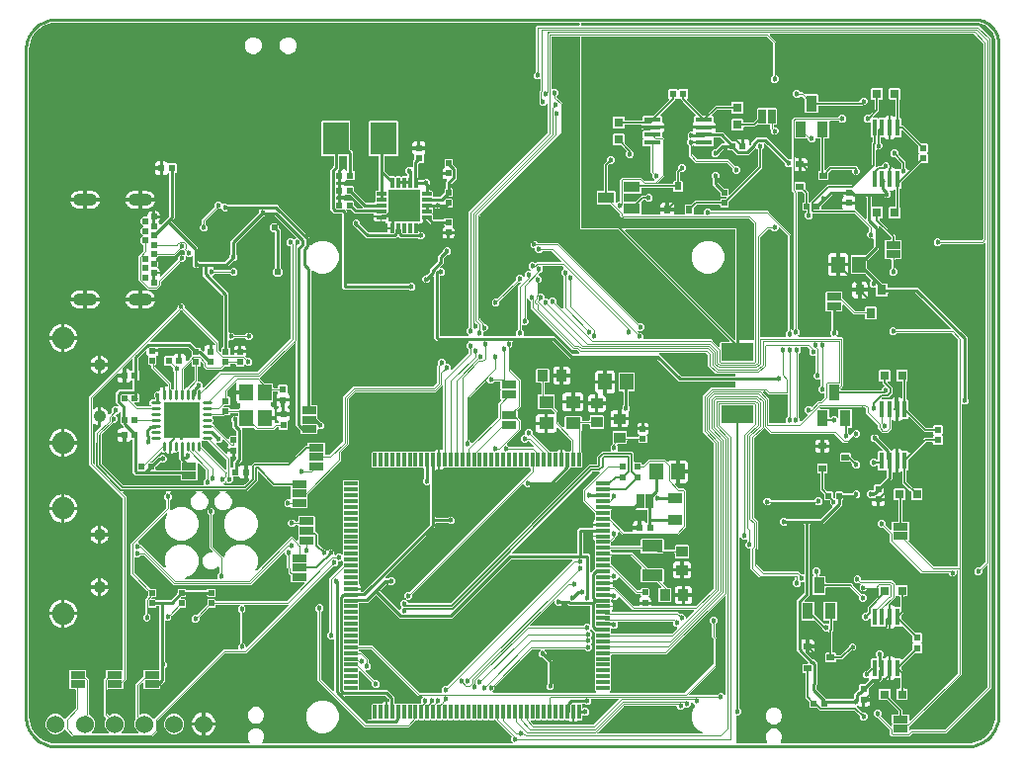
<source format=gbr>
G04 EAGLE Gerber RS-274X export*
G75*
%MOMM*%
%FSLAX34Y34*%
%LPD*%
%INBottom Copper*%
%IPPOS*%
%AMOC8*
5,1,8,0,0,1.08239X$1,22.5*%
G01*
%ADD10R,1.300000X1.050000*%
%ADD11R,0.300000X1.200000*%
%ADD12R,1.200000X0.300000*%
%ADD13R,0.500000X0.500000*%
%ADD14R,1.000000X0.950000*%
%ADD15R,0.950000X1.000000*%
%ADD16R,1.800000X1.000000*%
%ADD17R,1.300000X0.900000*%
%ADD18R,0.635000X1.270000*%
%ADD19R,1.270000X0.635000*%
%ADD20R,0.800000X0.900000*%
%ADD21R,1.150000X1.450000*%
%ADD22R,2.794000X1.498600*%
%ADD23R,0.620000X0.620000*%
%ADD24C,0.018200*%
%ADD25R,2.700000X2.700000*%
%ADD26R,2.286000X2.794000*%
%ADD27C,1.524000*%
%ADD28C,0.604000*%
%ADD29C,1.000000*%
%ADD30C,0.280000*%
%ADD31R,3.100000X3.100000*%
%ADD32R,1.450000X0.450000*%
%ADD33R,0.800000X0.800000*%
%ADD34R,1.400000X0.950000*%
%ADD35R,0.600000X0.700000*%
%ADD36R,0.450000X1.450000*%
%ADD37R,0.950000X1.400000*%
%ADD38R,0.700000X0.600000*%
%ADD39C,1.050000*%
%ADD40C,1.900000*%
%ADD41R,1.150000X1.400000*%
%ADD42C,0.254000*%
%ADD43C,0.454000*%
%ADD44C,0.127000*%
%ADD45C,0.152400*%
%ADD46C,0.101600*%
%ADD47C,0.254000*%

G36*
X-37235Y2552D02*
X-37235Y2552D01*
X-37163Y2554D01*
X-37114Y2572D01*
X-37063Y2580D01*
X-37000Y2614D01*
X-36932Y2639D01*
X-36892Y2671D01*
X-36846Y2696D01*
X-36796Y2748D01*
X-36740Y2792D01*
X-36712Y2836D01*
X-36676Y2874D01*
X-36646Y2939D01*
X-36607Y2999D01*
X-36594Y3050D01*
X-36573Y3097D01*
X-36565Y3168D01*
X-36547Y3238D01*
X-36551Y3290D01*
X-36545Y3341D01*
X-36561Y3412D01*
X-36566Y3483D01*
X-36587Y3531D01*
X-36598Y3582D01*
X-36634Y3643D01*
X-36663Y3709D01*
X-36707Y3765D01*
X-36724Y3793D01*
X-36742Y3808D01*
X-36767Y3840D01*
X-37465Y4538D01*
X-38537Y7126D01*
X-38537Y9926D01*
X-37465Y12514D01*
X-35484Y14495D01*
X-32896Y15567D01*
X-30096Y15567D01*
X-27508Y14495D01*
X-25527Y12514D01*
X-24455Y9926D01*
X-24455Y7126D01*
X-25527Y4538D01*
X-26225Y3840D01*
X-26266Y3782D01*
X-26316Y3730D01*
X-26338Y3683D01*
X-26368Y3641D01*
X-26389Y3572D01*
X-26419Y3507D01*
X-26425Y3455D01*
X-26441Y3405D01*
X-26439Y3334D01*
X-26447Y3263D01*
X-26436Y3212D01*
X-26434Y3160D01*
X-26410Y3092D01*
X-26394Y3022D01*
X-26368Y2977D01*
X-26350Y2929D01*
X-26305Y2873D01*
X-26268Y2811D01*
X-26229Y2777D01*
X-26196Y2737D01*
X-26136Y2698D01*
X-26081Y2651D01*
X-26033Y2632D01*
X-25989Y2604D01*
X-25920Y2586D01*
X-25853Y2559D01*
X-25782Y2551D01*
X-25751Y2543D01*
X-25727Y2545D01*
X-25686Y2541D01*
X187823Y2541D01*
X187894Y2552D01*
X187966Y2554D01*
X188015Y2572D01*
X188066Y2580D01*
X188129Y2614D01*
X188197Y2639D01*
X188237Y2671D01*
X188283Y2696D01*
X188333Y2748D01*
X188389Y2792D01*
X188417Y2836D01*
X188453Y2874D01*
X188483Y2939D01*
X188522Y2999D01*
X188535Y3050D01*
X188556Y3097D01*
X188564Y3168D01*
X188582Y3238D01*
X188578Y3290D01*
X188584Y3341D01*
X188568Y3412D01*
X188563Y3483D01*
X188542Y3531D01*
X188531Y3582D01*
X188494Y3643D01*
X188466Y3709D01*
X188422Y3765D01*
X188405Y3793D01*
X188387Y3808D01*
X188362Y3840D01*
X187213Y4989D01*
X187213Y7711D01*
X187283Y7782D01*
X187295Y7798D01*
X187311Y7810D01*
X187367Y7897D01*
X187427Y7981D01*
X187433Y8000D01*
X187444Y8017D01*
X187469Y8117D01*
X187499Y8216D01*
X187499Y8236D01*
X187504Y8256D01*
X187496Y8359D01*
X187493Y8462D01*
X187486Y8481D01*
X187485Y8501D01*
X187444Y8596D01*
X187409Y8693D01*
X187396Y8709D01*
X187388Y8727D01*
X187284Y8858D01*
X174825Y21316D01*
X173967Y22174D01*
X173893Y22227D01*
X173824Y22287D01*
X173794Y22299D01*
X173768Y22318D01*
X173681Y22345D01*
X173596Y22379D01*
X173555Y22383D01*
X173533Y22390D01*
X173500Y22389D01*
X173429Y22397D01*
X173313Y22397D01*
X173272Y22438D01*
X173256Y22449D01*
X173244Y22465D01*
X173157Y22521D01*
X173073Y22581D01*
X173054Y22587D01*
X173037Y22598D01*
X172936Y22623D01*
X172838Y22654D01*
X172818Y22653D01*
X172798Y22658D01*
X172695Y22650D01*
X172592Y22647D01*
X172573Y22641D01*
X172553Y22639D01*
X172458Y22599D01*
X172361Y22563D01*
X172345Y22550D01*
X172327Y22543D01*
X172196Y22438D01*
X172155Y22397D01*
X168313Y22397D01*
X168272Y22438D01*
X168256Y22449D01*
X168244Y22465D01*
X168157Y22521D01*
X168073Y22581D01*
X168054Y22587D01*
X168037Y22598D01*
X167936Y22623D01*
X167838Y22654D01*
X167818Y22653D01*
X167798Y22658D01*
X167695Y22650D01*
X167592Y22647D01*
X167573Y22641D01*
X167553Y22639D01*
X167458Y22599D01*
X167361Y22563D01*
X167345Y22550D01*
X167327Y22543D01*
X167196Y22438D01*
X167155Y22397D01*
X163313Y22397D01*
X163272Y22438D01*
X163256Y22449D01*
X163244Y22465D01*
X163157Y22521D01*
X163073Y22581D01*
X163054Y22587D01*
X163037Y22598D01*
X162936Y22623D01*
X162838Y22654D01*
X162818Y22653D01*
X162798Y22658D01*
X162695Y22650D01*
X162592Y22647D01*
X162573Y22641D01*
X162553Y22639D01*
X162458Y22599D01*
X162361Y22563D01*
X162345Y22550D01*
X162327Y22543D01*
X162196Y22438D01*
X162155Y22397D01*
X158313Y22397D01*
X158272Y22438D01*
X158256Y22449D01*
X158244Y22465D01*
X158157Y22521D01*
X158073Y22581D01*
X158054Y22587D01*
X158037Y22598D01*
X157936Y22623D01*
X157838Y22654D01*
X157818Y22653D01*
X157798Y22658D01*
X157695Y22650D01*
X157592Y22647D01*
X157573Y22641D01*
X157553Y22639D01*
X157458Y22599D01*
X157361Y22563D01*
X157345Y22550D01*
X157327Y22543D01*
X157196Y22438D01*
X157155Y22397D01*
X153313Y22397D01*
X153272Y22438D01*
X153256Y22449D01*
X153244Y22465D01*
X153157Y22521D01*
X153073Y22581D01*
X153054Y22587D01*
X153037Y22598D01*
X152936Y22623D01*
X152838Y22654D01*
X152818Y22653D01*
X152798Y22658D01*
X152695Y22650D01*
X152592Y22647D01*
X152573Y22641D01*
X152553Y22639D01*
X152458Y22599D01*
X152361Y22563D01*
X152345Y22550D01*
X152327Y22543D01*
X152196Y22438D01*
X152155Y22397D01*
X148313Y22397D01*
X148272Y22438D01*
X148256Y22449D01*
X148244Y22465D01*
X148157Y22521D01*
X148073Y22581D01*
X148054Y22587D01*
X148037Y22598D01*
X147936Y22623D01*
X147838Y22654D01*
X147818Y22653D01*
X147798Y22658D01*
X147695Y22650D01*
X147592Y22647D01*
X147573Y22641D01*
X147553Y22639D01*
X147458Y22599D01*
X147361Y22563D01*
X147345Y22550D01*
X147327Y22543D01*
X147196Y22438D01*
X147155Y22397D01*
X143313Y22397D01*
X143272Y22438D01*
X143256Y22449D01*
X143244Y22465D01*
X143157Y22521D01*
X143073Y22581D01*
X143054Y22587D01*
X143037Y22598D01*
X142936Y22623D01*
X142838Y22654D01*
X142818Y22653D01*
X142798Y22658D01*
X142695Y22650D01*
X142592Y22647D01*
X142573Y22641D01*
X142553Y22639D01*
X142458Y22599D01*
X142361Y22563D01*
X142345Y22550D01*
X142327Y22543D01*
X142196Y22438D01*
X142155Y22397D01*
X138313Y22397D01*
X138272Y22438D01*
X138256Y22449D01*
X138244Y22465D01*
X138157Y22521D01*
X138073Y22581D01*
X138054Y22587D01*
X138037Y22598D01*
X137936Y22623D01*
X137838Y22654D01*
X137818Y22653D01*
X137798Y22658D01*
X137695Y22650D01*
X137592Y22647D01*
X137573Y22641D01*
X137553Y22639D01*
X137458Y22599D01*
X137361Y22563D01*
X137345Y22550D01*
X137327Y22543D01*
X137196Y22438D01*
X137155Y22397D01*
X133313Y22397D01*
X133272Y22438D01*
X133256Y22449D01*
X133244Y22465D01*
X133157Y22521D01*
X133073Y22581D01*
X133054Y22587D01*
X133037Y22598D01*
X132936Y22623D01*
X132838Y22654D01*
X132818Y22653D01*
X132798Y22658D01*
X132695Y22650D01*
X132592Y22647D01*
X132573Y22641D01*
X132553Y22639D01*
X132458Y22599D01*
X132361Y22563D01*
X132345Y22550D01*
X132327Y22543D01*
X132196Y22438D01*
X132155Y22397D01*
X128313Y22397D01*
X128272Y22438D01*
X128256Y22449D01*
X128244Y22465D01*
X128157Y22521D01*
X128073Y22581D01*
X128054Y22587D01*
X128037Y22598D01*
X127936Y22623D01*
X127838Y22654D01*
X127818Y22653D01*
X127798Y22658D01*
X127695Y22650D01*
X127592Y22647D01*
X127573Y22641D01*
X127553Y22639D01*
X127458Y22599D01*
X127361Y22563D01*
X127345Y22550D01*
X127327Y22543D01*
X127196Y22438D01*
X127155Y22397D01*
X123313Y22397D01*
X123272Y22438D01*
X123256Y22449D01*
X123244Y22465D01*
X123157Y22521D01*
X123073Y22581D01*
X123054Y22587D01*
X123037Y22598D01*
X122936Y22623D01*
X122838Y22654D01*
X122818Y22653D01*
X122798Y22658D01*
X122695Y22650D01*
X122592Y22647D01*
X122573Y22641D01*
X122553Y22639D01*
X122458Y22599D01*
X122361Y22563D01*
X122345Y22550D01*
X122327Y22543D01*
X122196Y22438D01*
X122155Y22397D01*
X118313Y22397D01*
X118272Y22438D01*
X118256Y22449D01*
X118244Y22465D01*
X118157Y22521D01*
X118073Y22581D01*
X118054Y22587D01*
X118037Y22598D01*
X117936Y22623D01*
X117838Y22654D01*
X117818Y22653D01*
X117798Y22658D01*
X117695Y22650D01*
X117592Y22647D01*
X117573Y22641D01*
X117553Y22639D01*
X117458Y22599D01*
X117361Y22563D01*
X117345Y22550D01*
X117327Y22543D01*
X117196Y22438D01*
X117155Y22397D01*
X113313Y22397D01*
X113272Y22438D01*
X113256Y22449D01*
X113244Y22465D01*
X113157Y22521D01*
X113073Y22581D01*
X113054Y22587D01*
X113037Y22598D01*
X112936Y22623D01*
X112838Y22654D01*
X112818Y22653D01*
X112798Y22658D01*
X112695Y22650D01*
X112592Y22647D01*
X112573Y22641D01*
X112553Y22639D01*
X112458Y22599D01*
X112361Y22563D01*
X112345Y22550D01*
X112327Y22543D01*
X112196Y22438D01*
X112155Y22397D01*
X108313Y22397D01*
X108272Y22438D01*
X108256Y22449D01*
X108244Y22465D01*
X108157Y22521D01*
X108073Y22581D01*
X108054Y22587D01*
X108037Y22598D01*
X107936Y22623D01*
X107838Y22654D01*
X107818Y22653D01*
X107798Y22658D01*
X107695Y22650D01*
X107592Y22647D01*
X107573Y22641D01*
X107553Y22639D01*
X107458Y22599D01*
X107361Y22563D01*
X107345Y22550D01*
X107327Y22543D01*
X107196Y22438D01*
X107155Y22397D01*
X105641Y22397D01*
X105551Y22383D01*
X105460Y22375D01*
X105430Y22363D01*
X105398Y22358D01*
X105317Y22315D01*
X105234Y22279D01*
X105201Y22253D01*
X105181Y22242D01*
X105159Y22219D01*
X105103Y22174D01*
X99184Y16255D01*
X61344Y16255D01*
X21335Y56264D01*
X21335Y114925D01*
X21321Y115015D01*
X21313Y115106D01*
X21301Y115136D01*
X21296Y115168D01*
X21253Y115249D01*
X21217Y115333D01*
X21191Y115365D01*
X21180Y115385D01*
X21157Y115408D01*
X21112Y115464D01*
X19573Y117003D01*
X19573Y119725D01*
X21499Y121651D01*
X24221Y121651D01*
X26147Y119725D01*
X26147Y117003D01*
X24608Y115464D01*
X24555Y115390D01*
X24495Y115320D01*
X24483Y115290D01*
X24464Y115264D01*
X24437Y115177D01*
X24403Y115092D01*
X24399Y115051D01*
X24392Y115029D01*
X24393Y114997D01*
X24385Y114925D01*
X24385Y57843D01*
X24400Y57753D01*
X24407Y57662D01*
X24419Y57632D01*
X24424Y57600D01*
X24467Y57519D01*
X24503Y57436D01*
X24529Y57403D01*
X24540Y57383D01*
X24563Y57361D01*
X24608Y57305D01*
X34006Y47907D01*
X34064Y47865D01*
X34116Y47815D01*
X34163Y47793D01*
X34205Y47763D01*
X34274Y47742D01*
X34339Y47712D01*
X34391Y47706D01*
X34441Y47691D01*
X34512Y47693D01*
X34583Y47685D01*
X34634Y47696D01*
X34686Y47697D01*
X34754Y47722D01*
X34824Y47737D01*
X34869Y47764D01*
X34917Y47781D01*
X34973Y47826D01*
X35035Y47863D01*
X35069Y47903D01*
X35109Y47935D01*
X35148Y47995D01*
X35195Y48050D01*
X35214Y48098D01*
X35242Y48142D01*
X35260Y48212D01*
X35287Y48278D01*
X35295Y48349D01*
X35303Y48381D01*
X35301Y48404D01*
X35305Y48445D01*
X35305Y90948D01*
X35302Y90968D01*
X35304Y90987D01*
X35282Y91089D01*
X35266Y91191D01*
X35256Y91208D01*
X35252Y91228D01*
X35199Y91317D01*
X35150Y91408D01*
X35136Y91422D01*
X35126Y91439D01*
X35047Y91506D01*
X34972Y91578D01*
X34954Y91586D01*
X34939Y91599D01*
X34843Y91638D01*
X34749Y91681D01*
X34729Y91683D01*
X34711Y91691D01*
X34544Y91709D01*
X31659Y91709D01*
X29733Y93635D01*
X29733Y96357D01*
X31272Y97896D01*
X31325Y97970D01*
X31385Y98040D01*
X31397Y98070D01*
X31416Y98096D01*
X31443Y98183D01*
X31477Y98268D01*
X31481Y98309D01*
X31488Y98331D01*
X31487Y98363D01*
X31495Y98435D01*
X31495Y143888D01*
X42494Y154887D01*
X42547Y154961D01*
X42607Y155030D01*
X42619Y155060D01*
X42638Y155086D01*
X42665Y155173D01*
X42699Y155258D01*
X42703Y155299D01*
X42710Y155321D01*
X42709Y155354D01*
X42717Y155425D01*
X42717Y156835D01*
X42758Y156876D01*
X42769Y156892D01*
X42785Y156904D01*
X42841Y156991D01*
X42901Y157075D01*
X42907Y157094D01*
X42918Y157111D01*
X42943Y157212D01*
X42974Y157310D01*
X42973Y157330D01*
X42978Y157350D01*
X42970Y157453D01*
X42967Y157556D01*
X42961Y157575D01*
X42959Y157595D01*
X42919Y157690D01*
X42883Y157787D01*
X42870Y157803D01*
X42863Y157821D01*
X42758Y157952D01*
X42717Y157993D01*
X42717Y158151D01*
X42706Y158222D01*
X42704Y158294D01*
X42686Y158343D01*
X42678Y158394D01*
X42644Y158457D01*
X42619Y158525D01*
X42587Y158566D01*
X42562Y158611D01*
X42511Y158661D01*
X42466Y158717D01*
X42422Y158745D01*
X42384Y158781D01*
X42319Y158811D01*
X42259Y158850D01*
X42208Y158863D01*
X42161Y158884D01*
X42090Y158892D01*
X42020Y158910D01*
X41968Y158906D01*
X41917Y158912D01*
X41846Y158896D01*
X41775Y158891D01*
X41727Y158870D01*
X41676Y158859D01*
X41615Y158822D01*
X41549Y158794D01*
X41493Y158750D01*
X41465Y158733D01*
X41450Y158715D01*
X41418Y158690D01*
X40985Y158257D01*
X39608Y158257D01*
X39588Y158254D01*
X39569Y158256D01*
X39467Y158234D01*
X39365Y158218D01*
X39348Y158208D01*
X39328Y158204D01*
X39239Y158151D01*
X39148Y158102D01*
X39134Y158088D01*
X39117Y158078D01*
X39050Y157999D01*
X38978Y157924D01*
X38970Y157906D01*
X38957Y157891D01*
X38918Y157795D01*
X38875Y157701D01*
X38873Y157681D01*
X38865Y157663D01*
X38847Y157496D01*
X38847Y156119D01*
X36921Y154193D01*
X34745Y154193D01*
X34655Y154179D01*
X34564Y154171D01*
X34534Y154159D01*
X34502Y154154D01*
X34421Y154111D01*
X34338Y154075D01*
X34305Y154049D01*
X34285Y154038D01*
X34263Y154015D01*
X34207Y153970D01*
X-40008Y79755D01*
X-57981Y79755D01*
X-58071Y79741D01*
X-58162Y79733D01*
X-58192Y79721D01*
X-58224Y79716D01*
X-58305Y79673D01*
X-58388Y79637D01*
X-58421Y79611D01*
X-58441Y79600D01*
X-58463Y79577D01*
X-58519Y79532D01*
X-115600Y22451D01*
X-115653Y22377D01*
X-115713Y22308D01*
X-115725Y22278D01*
X-115744Y22252D01*
X-115771Y22165D01*
X-115805Y22080D01*
X-115809Y22039D01*
X-115816Y22017D01*
X-115815Y21984D01*
X-115823Y21913D01*
X-115823Y13084D01*
X-120780Y8127D01*
X-188592Y8127D01*
X-189708Y9243D01*
X-194712Y14247D01*
X-194728Y14259D01*
X-194740Y14275D01*
X-194828Y14331D01*
X-194911Y14391D01*
X-194930Y14397D01*
X-194947Y14408D01*
X-195048Y14433D01*
X-195147Y14463D01*
X-195167Y14463D01*
X-195186Y14468D01*
X-195289Y14460D01*
X-195392Y14457D01*
X-195411Y14450D01*
X-195431Y14449D01*
X-195526Y14408D01*
X-195623Y14373D01*
X-195639Y14360D01*
X-195657Y14352D01*
X-195788Y14247D01*
X-198308Y11728D01*
X-201482Y10413D01*
X-204918Y10413D01*
X-208092Y11728D01*
X-210522Y14158D01*
X-211837Y17332D01*
X-211837Y20768D01*
X-210522Y23942D01*
X-208092Y26372D01*
X-204918Y27687D01*
X-201482Y27687D01*
X-198308Y26372D01*
X-195788Y23853D01*
X-195772Y23841D01*
X-195760Y23825D01*
X-195673Y23769D01*
X-195589Y23709D01*
X-195570Y23703D01*
X-195553Y23692D01*
X-195452Y23667D01*
X-195354Y23637D01*
X-195334Y23637D01*
X-195314Y23632D01*
X-195211Y23640D01*
X-195108Y23643D01*
X-195089Y23650D01*
X-195069Y23651D01*
X-194974Y23692D01*
X-194877Y23727D01*
X-194861Y23740D01*
X-194843Y23748D01*
X-194712Y23853D01*
X-193957Y24608D01*
X-186152Y32413D01*
X-186099Y32487D01*
X-186039Y32556D01*
X-186027Y32586D01*
X-186008Y32612D01*
X-185981Y32699D01*
X-185947Y32784D01*
X-185943Y32825D01*
X-185936Y32847D01*
X-185937Y32880D01*
X-185929Y32951D01*
X-185929Y48133D01*
X-185932Y48153D01*
X-185930Y48172D01*
X-185952Y48274D01*
X-185968Y48376D01*
X-185978Y48393D01*
X-185982Y48413D01*
X-186035Y48502D01*
X-186084Y48593D01*
X-186098Y48607D01*
X-186108Y48624D01*
X-186187Y48691D01*
X-186262Y48763D01*
X-186280Y48771D01*
X-186295Y48784D01*
X-186391Y48823D01*
X-186485Y48866D01*
X-186505Y48868D01*
X-186523Y48876D01*
X-186690Y48894D01*
X-190921Y48894D01*
X-191517Y49490D01*
X-191517Y56708D01*
X-191504Y56728D01*
X-191444Y56811D01*
X-191438Y56830D01*
X-191427Y56847D01*
X-191402Y56948D01*
X-191371Y57046D01*
X-191372Y57066D01*
X-191367Y57086D01*
X-191375Y57189D01*
X-191378Y57292D01*
X-191384Y57311D01*
X-191386Y57331D01*
X-191426Y57426D01*
X-191462Y57523D01*
X-191475Y57539D01*
X-191482Y57557D01*
X-191517Y57600D01*
X-191517Y64810D01*
X-190921Y65406D01*
X-177379Y65406D01*
X-176783Y64810D01*
X-176783Y59875D01*
X-176769Y59785D01*
X-176761Y59694D01*
X-176749Y59664D01*
X-176744Y59632D01*
X-176701Y59551D01*
X-176665Y59468D01*
X-176639Y59435D01*
X-176628Y59415D01*
X-176605Y59393D01*
X-176560Y59337D01*
X-175867Y58644D01*
X-174751Y57528D01*
X-174751Y27644D01*
X-174749Y27632D01*
X-174750Y27623D01*
X-174740Y27576D01*
X-174732Y27529D01*
X-174715Y27413D01*
X-174713Y27408D01*
X-174712Y27401D01*
X-174657Y27299D01*
X-174604Y27194D01*
X-174599Y27190D01*
X-174596Y27184D01*
X-174512Y27104D01*
X-174428Y27022D01*
X-174422Y27018D01*
X-174418Y27015D01*
X-174401Y27007D01*
X-174281Y26941D01*
X-172908Y26372D01*
X-170478Y23942D01*
X-169163Y20768D01*
X-169163Y17332D01*
X-170478Y14158D01*
X-172160Y12476D01*
X-172201Y12418D01*
X-172251Y12366D01*
X-172273Y12319D01*
X-172303Y12277D01*
X-172324Y12208D01*
X-172354Y12143D01*
X-172360Y12091D01*
X-172375Y12041D01*
X-172374Y11970D01*
X-172381Y11899D01*
X-172370Y11848D01*
X-172369Y11796D01*
X-172344Y11728D01*
X-172329Y11658D01*
X-172303Y11613D01*
X-172285Y11565D01*
X-172240Y11509D01*
X-172203Y11447D01*
X-172163Y11413D01*
X-172131Y11373D01*
X-172071Y11334D01*
X-172016Y11287D01*
X-171968Y11268D01*
X-171924Y11240D01*
X-171855Y11222D01*
X-171788Y11195D01*
X-171717Y11187D01*
X-171685Y11179D01*
X-171662Y11181D01*
X-171621Y11177D01*
X-158579Y11177D01*
X-158508Y11188D01*
X-158436Y11190D01*
X-158387Y11208D01*
X-158336Y11216D01*
X-158273Y11250D01*
X-158205Y11275D01*
X-158165Y11307D01*
X-158119Y11332D01*
X-158069Y11384D01*
X-158013Y11428D01*
X-157985Y11472D01*
X-157949Y11510D01*
X-157919Y11575D01*
X-157880Y11635D01*
X-157868Y11686D01*
X-157846Y11733D01*
X-157838Y11804D01*
X-157820Y11874D01*
X-157824Y11926D01*
X-157819Y11977D01*
X-157834Y12048D01*
X-157839Y12119D01*
X-157860Y12167D01*
X-157871Y12218D01*
X-157908Y12279D01*
X-157936Y12345D01*
X-157980Y12401D01*
X-157997Y12429D01*
X-158015Y12444D01*
X-158040Y12476D01*
X-159722Y14158D01*
X-161037Y17332D01*
X-161037Y20768D01*
X-159836Y23666D01*
X-159810Y23779D01*
X-159781Y23893D01*
X-159782Y23899D01*
X-159780Y23905D01*
X-159791Y24022D01*
X-159800Y24138D01*
X-159803Y24144D01*
X-159803Y24150D01*
X-159851Y24257D01*
X-159897Y24364D01*
X-159901Y24370D01*
X-159903Y24375D01*
X-159916Y24388D01*
X-160002Y24495D01*
X-162053Y26546D01*
X-162053Y57528D01*
X-159990Y59591D01*
X-159937Y59665D01*
X-159877Y59734D01*
X-159865Y59764D01*
X-159846Y59790D01*
X-159819Y59877D01*
X-159785Y59962D01*
X-159781Y60003D01*
X-159774Y60025D01*
X-159775Y60058D01*
X-159767Y60129D01*
X-159767Y64810D01*
X-159171Y65406D01*
X-146558Y65406D01*
X-146538Y65409D01*
X-146519Y65407D01*
X-146417Y65429D01*
X-146315Y65445D01*
X-146298Y65455D01*
X-146278Y65459D01*
X-146189Y65512D01*
X-146098Y65561D01*
X-146084Y65575D01*
X-146067Y65585D01*
X-146000Y65664D01*
X-145928Y65739D01*
X-145920Y65757D01*
X-145907Y65772D01*
X-145868Y65868D01*
X-145825Y65962D01*
X-145823Y65982D01*
X-145815Y66000D01*
X-145797Y66167D01*
X-145797Y212413D01*
X-145811Y212503D01*
X-145819Y212594D01*
X-145831Y212624D01*
X-145836Y212656D01*
X-145879Y212737D01*
X-145915Y212820D01*
X-145941Y212853D01*
X-145952Y212873D01*
X-145975Y212895D01*
X-146020Y212951D01*
X-174245Y241176D01*
X-174245Y299844D01*
X-99014Y375075D01*
X-98961Y375149D01*
X-98901Y375218D01*
X-98889Y375248D01*
X-98870Y375274D01*
X-98843Y375361D01*
X-98809Y375446D01*
X-98805Y375487D01*
X-98798Y375509D01*
X-98799Y375542D01*
X-98791Y375613D01*
X-98791Y377789D01*
X-96865Y379715D01*
X-94143Y379715D01*
X-92217Y377789D01*
X-92217Y375359D01*
X-92203Y375269D01*
X-92195Y375178D01*
X-92183Y375148D01*
X-92178Y375116D01*
X-92135Y375035D01*
X-92099Y374952D01*
X-92073Y374919D01*
X-92062Y374899D01*
X-92039Y374877D01*
X-91994Y374821D01*
X-63499Y346326D01*
X-63499Y339275D01*
X-63485Y339185D01*
X-63477Y339094D01*
X-63465Y339064D01*
X-63460Y339032D01*
X-63417Y338952D01*
X-63381Y338868D01*
X-63355Y338835D01*
X-63344Y338815D01*
X-63321Y338793D01*
X-63276Y338737D01*
X-62220Y337681D01*
X-62162Y337639D01*
X-62110Y337589D01*
X-62063Y337567D01*
X-62021Y337537D01*
X-61952Y337516D01*
X-61887Y337486D01*
X-61835Y337480D01*
X-61785Y337465D01*
X-61714Y337467D01*
X-61643Y337459D01*
X-61592Y337470D01*
X-61540Y337471D01*
X-61472Y337496D01*
X-61402Y337511D01*
X-61357Y337538D01*
X-61309Y337555D01*
X-61253Y337600D01*
X-61191Y337637D01*
X-61157Y337677D01*
X-61117Y337709D01*
X-61078Y337769D01*
X-61031Y337824D01*
X-61012Y337872D01*
X-60984Y337916D01*
X-60966Y337986D01*
X-60939Y338052D01*
X-60931Y338123D01*
X-60923Y338155D01*
X-60925Y338178D01*
X-60921Y338219D01*
X-60921Y340923D01*
X-60300Y341544D01*
X-60209Y341558D01*
X-60192Y341568D01*
X-60172Y341572D01*
X-60083Y341625D01*
X-59992Y341674D01*
X-59978Y341688D01*
X-59961Y341698D01*
X-59894Y341777D01*
X-59822Y341852D01*
X-59814Y341870D01*
X-59801Y341885D01*
X-59762Y341981D01*
X-59719Y342075D01*
X-59717Y342095D01*
X-59709Y342113D01*
X-59691Y342280D01*
X-59691Y385833D01*
X-59705Y385924D01*
X-59713Y386014D01*
X-59725Y386044D01*
X-59730Y386076D01*
X-59773Y386157D01*
X-59809Y386241D01*
X-59835Y386273D01*
X-59846Y386294D01*
X-59869Y386316D01*
X-59914Y386372D01*
X-76963Y403421D01*
X-76963Y409702D01*
X-76966Y409722D01*
X-76964Y409741D01*
X-76986Y409843D01*
X-77002Y409945D01*
X-77012Y409962D01*
X-77016Y409982D01*
X-77069Y410071D01*
X-77118Y410162D01*
X-77132Y410176D01*
X-77142Y410193D01*
X-77221Y410260D01*
X-77296Y410332D01*
X-77314Y410340D01*
X-77329Y410353D01*
X-77425Y410392D01*
X-77519Y410435D01*
X-77539Y410437D01*
X-77557Y410445D01*
X-77724Y410463D01*
X-79873Y410463D01*
X-79963Y410449D01*
X-80054Y410441D01*
X-80084Y410429D01*
X-80116Y410424D01*
X-80197Y410381D01*
X-80281Y410345D01*
X-80313Y410319D01*
X-80333Y410308D01*
X-80356Y410285D01*
X-80412Y410240D01*
X-81189Y409463D01*
X-83911Y409463D01*
X-85837Y411389D01*
X-85837Y414111D01*
X-85822Y414126D01*
X-85769Y414200D01*
X-85709Y414270D01*
X-85697Y414300D01*
X-85678Y414326D01*
X-85651Y414413D01*
X-85617Y414498D01*
X-85613Y414539D01*
X-85606Y414561D01*
X-85607Y414593D01*
X-85599Y414665D01*
X-85599Y419487D01*
X-85610Y419558D01*
X-85612Y419630D01*
X-85630Y419679D01*
X-85638Y419730D01*
X-85672Y419793D01*
X-85697Y419861D01*
X-85729Y419901D01*
X-85754Y419947D01*
X-85806Y419997D01*
X-85850Y420053D01*
X-85894Y420081D01*
X-85932Y420117D01*
X-85997Y420147D01*
X-86057Y420186D01*
X-86108Y420199D01*
X-86155Y420220D01*
X-86226Y420228D01*
X-86296Y420246D01*
X-86348Y420242D01*
X-86399Y420248D01*
X-86470Y420232D01*
X-86541Y420227D01*
X-86589Y420206D01*
X-86640Y420195D01*
X-86701Y420158D01*
X-86767Y420130D01*
X-86823Y420086D01*
X-86851Y420069D01*
X-86866Y420051D01*
X-86898Y420026D01*
X-87539Y419385D01*
X-90261Y419385D01*
X-90664Y419788D01*
X-90722Y419830D01*
X-90774Y419879D01*
X-90821Y419901D01*
X-90863Y419931D01*
X-90932Y419952D01*
X-90997Y419982D01*
X-91049Y419988D01*
X-91099Y420004D01*
X-91170Y420002D01*
X-91241Y420010D01*
X-91292Y419998D01*
X-91344Y419997D01*
X-91412Y419973D01*
X-91482Y419957D01*
X-91527Y419931D01*
X-91575Y419913D01*
X-91631Y419868D01*
X-91693Y419831D01*
X-91727Y419792D01*
X-91767Y419759D01*
X-91806Y419699D01*
X-91853Y419644D01*
X-91872Y419596D01*
X-91900Y419552D01*
X-91918Y419483D01*
X-91945Y419416D01*
X-91953Y419345D01*
X-91961Y419314D01*
X-91959Y419290D01*
X-91963Y419249D01*
X-91963Y416589D01*
X-93889Y414663D01*
X-96065Y414663D01*
X-96155Y414649D01*
X-96246Y414641D01*
X-96276Y414629D01*
X-96308Y414624D01*
X-96389Y414581D01*
X-96472Y414545D01*
X-96505Y414519D01*
X-96525Y414508D01*
X-96547Y414485D01*
X-96603Y414440D01*
X-112808Y398235D01*
X-112861Y398161D01*
X-112921Y398092D01*
X-112933Y398062D01*
X-112952Y398036D01*
X-112979Y397949D01*
X-113013Y397864D01*
X-113017Y397823D01*
X-113024Y397801D01*
X-113023Y397768D01*
X-113031Y397697D01*
X-113031Y394936D01*
X-116586Y391381D01*
X-122906Y391381D01*
X-123002Y391366D01*
X-123099Y391356D01*
X-123123Y391346D01*
X-123149Y391342D01*
X-123234Y391296D01*
X-123324Y391256D01*
X-123343Y391239D01*
X-123366Y391226D01*
X-123433Y391156D01*
X-123505Y391090D01*
X-123517Y391067D01*
X-123535Y391048D01*
X-123576Y390960D01*
X-123623Y390874D01*
X-123628Y390849D01*
X-123639Y390825D01*
X-123650Y390728D01*
X-123667Y390632D01*
X-123663Y390606D01*
X-123666Y390581D01*
X-123645Y390485D01*
X-123631Y390389D01*
X-123619Y390366D01*
X-123614Y390340D01*
X-123564Y390257D01*
X-123520Y390170D01*
X-123501Y390151D01*
X-123488Y390129D01*
X-123414Y390066D01*
X-123344Y389998D01*
X-123315Y389982D01*
X-123301Y389969D01*
X-123270Y389957D01*
X-123197Y389917D01*
X-122028Y389433D01*
X-120793Y388607D01*
X-119743Y387557D01*
X-118917Y386322D01*
X-118349Y384950D01*
X-118210Y384249D01*
X-129101Y384249D01*
X-129101Y390291D01*
X-125361Y390291D01*
X-125290Y390302D01*
X-125219Y390304D01*
X-125170Y390322D01*
X-125118Y390330D01*
X-125055Y390364D01*
X-124988Y390389D01*
X-124947Y390421D01*
X-124901Y390446D01*
X-124852Y390498D01*
X-124796Y390542D01*
X-124767Y390586D01*
X-124732Y390624D01*
X-124701Y390689D01*
X-124663Y390749D01*
X-124650Y390800D01*
X-124628Y390847D01*
X-124620Y390918D01*
X-124602Y390988D01*
X-124607Y391040D01*
X-124601Y391091D01*
X-124616Y391162D01*
X-124622Y391233D01*
X-124642Y391281D01*
X-124653Y391332D01*
X-124690Y391393D01*
X-124718Y391459D01*
X-124763Y391515D01*
X-124779Y391543D01*
X-124797Y391558D01*
X-124823Y391590D01*
X-125730Y392497D01*
X-132169Y398936D01*
X-132169Y419964D01*
X-127848Y424285D01*
X-127795Y424359D01*
X-127735Y424428D01*
X-127723Y424458D01*
X-127704Y424485D01*
X-127677Y424571D01*
X-127643Y424656D01*
X-127639Y424697D01*
X-127632Y424720D01*
X-127633Y424752D01*
X-127625Y424823D01*
X-127625Y428951D01*
X-127639Y429041D01*
X-127647Y429132D01*
X-127659Y429161D01*
X-127664Y429193D01*
X-127707Y429274D01*
X-127743Y429358D01*
X-127769Y429390D01*
X-127780Y429411D01*
X-127803Y429433D01*
X-127848Y429489D01*
X-130137Y431778D01*
X-130137Y435122D01*
X-128347Y436912D01*
X-128335Y436928D01*
X-128320Y436940D01*
X-128264Y437028D01*
X-128204Y437111D01*
X-128198Y437130D01*
X-128187Y437147D01*
X-128162Y437248D01*
X-128131Y437347D01*
X-128132Y437366D01*
X-128127Y437386D01*
X-128135Y437489D01*
X-128138Y437592D01*
X-128144Y437611D01*
X-128146Y437631D01*
X-128186Y437726D01*
X-128222Y437823D01*
X-128235Y437839D01*
X-128242Y437857D01*
X-128347Y437988D01*
X-130137Y439778D01*
X-130137Y443122D01*
X-128347Y444912D01*
X-128335Y444928D01*
X-128320Y444940D01*
X-128264Y445028D01*
X-128204Y445111D01*
X-128198Y445130D01*
X-128187Y445147D01*
X-128162Y445248D01*
X-128131Y445347D01*
X-128132Y445366D01*
X-128127Y445386D01*
X-128135Y445489D01*
X-128138Y445592D01*
X-128144Y445611D01*
X-128146Y445631D01*
X-128186Y445726D01*
X-128222Y445823D01*
X-128235Y445839D01*
X-128242Y445857D01*
X-128347Y445988D01*
X-130137Y447778D01*
X-130137Y451122D01*
X-127772Y453487D01*
X-125387Y453487D01*
X-125319Y453498D01*
X-125251Y453499D01*
X-125199Y453518D01*
X-125144Y453526D01*
X-125084Y453559D01*
X-125019Y453582D01*
X-124976Y453616D01*
X-124927Y453642D01*
X-124880Y453691D01*
X-124826Y453734D01*
X-124796Y453780D01*
X-124758Y453820D01*
X-124729Y453882D01*
X-124691Y453940D01*
X-124668Y454013D01*
X-124654Y454043D01*
X-124652Y454064D01*
X-124640Y454099D01*
X-124447Y455072D01*
X-124028Y456084D01*
X-123419Y456995D01*
X-122645Y457769D01*
X-121734Y458378D01*
X-120722Y458797D01*
X-119974Y458946D01*
X-119974Y453563D01*
X-119971Y453544D01*
X-119973Y453524D01*
X-119960Y453464D01*
X-119974Y453337D01*
X-119974Y445563D01*
X-119973Y445554D01*
X-119973Y445549D01*
X-119971Y445540D01*
X-119973Y445524D01*
X-119951Y445422D01*
X-119935Y445320D01*
X-119925Y445303D01*
X-119921Y445283D01*
X-119868Y445194D01*
X-119819Y445103D01*
X-119805Y445089D01*
X-119795Y445072D01*
X-119716Y445005D01*
X-119641Y444934D01*
X-119623Y444925D01*
X-119608Y444912D01*
X-119512Y444874D01*
X-119418Y444830D01*
X-119398Y444828D01*
X-119380Y444820D01*
X-119213Y444802D01*
X-118987Y444802D01*
X-118967Y444805D01*
X-118947Y444803D01*
X-118846Y444825D01*
X-118744Y444842D01*
X-118727Y444851D01*
X-118707Y444855D01*
X-118618Y444908D01*
X-118527Y444957D01*
X-118513Y444971D01*
X-118496Y444981D01*
X-118429Y445060D01*
X-118357Y445135D01*
X-118349Y445153D01*
X-118336Y445168D01*
X-118297Y445265D01*
X-118254Y445358D01*
X-118252Y445378D01*
X-118244Y445396D01*
X-118226Y445563D01*
X-118226Y452576D01*
X-113604Y452576D01*
X-113753Y451828D01*
X-114172Y450816D01*
X-114802Y449873D01*
X-114851Y449766D01*
X-114901Y449661D01*
X-114902Y449655D01*
X-114904Y449649D01*
X-114916Y449533D01*
X-114930Y449417D01*
X-114929Y449411D01*
X-114929Y449404D01*
X-114904Y449291D01*
X-114880Y449176D01*
X-114876Y449169D01*
X-114875Y449164D01*
X-114865Y449149D01*
X-114802Y449027D01*
X-114172Y448084D01*
X-113884Y447388D01*
X-113860Y447349D01*
X-113844Y447306D01*
X-113795Y447246D01*
X-113754Y447179D01*
X-113719Y447150D01*
X-113690Y447114D01*
X-113625Y447072D01*
X-113565Y447023D01*
X-113522Y447006D01*
X-113483Y446981D01*
X-113408Y446962D01*
X-113335Y446934D01*
X-113289Y446932D01*
X-113245Y446921D01*
X-113167Y446927D01*
X-113090Y446924D01*
X-113045Y446937D01*
X-113000Y446940D01*
X-112928Y446971D01*
X-112853Y446993D01*
X-112816Y447019D01*
X-112773Y447037D01*
X-112667Y447122D01*
X-112651Y447133D01*
X-112648Y447137D01*
X-112642Y447141D01*
X-105960Y453824D01*
X-105907Y453898D01*
X-105847Y453968D01*
X-105835Y453998D01*
X-105816Y454024D01*
X-105789Y454111D01*
X-105755Y454196D01*
X-105751Y454237D01*
X-105744Y454259D01*
X-105745Y454291D01*
X-105737Y454363D01*
X-105737Y490422D01*
X-105740Y490442D01*
X-105738Y490461D01*
X-105760Y490563D01*
X-105776Y490665D01*
X-105786Y490682D01*
X-105790Y490702D01*
X-105843Y490791D01*
X-105892Y490882D01*
X-105906Y490896D01*
X-105916Y490913D01*
X-105995Y490980D01*
X-106070Y491052D01*
X-106088Y491060D01*
X-106103Y491073D01*
X-106199Y491112D01*
X-106293Y491155D01*
X-106313Y491157D01*
X-106331Y491165D01*
X-106498Y491183D01*
X-106564Y491183D01*
X-106630Y491172D01*
X-106698Y491171D01*
X-106751Y491153D01*
X-106806Y491144D01*
X-106866Y491112D01*
X-106930Y491089D01*
X-106974Y491055D01*
X-107024Y491028D01*
X-107070Y490980D01*
X-107124Y490938D01*
X-107171Y490874D01*
X-107193Y490850D01*
X-107202Y490831D01*
X-107223Y490803D01*
X-107317Y490640D01*
X-107790Y490167D01*
X-108369Y489832D01*
X-109016Y489659D01*
X-110927Y489659D01*
X-110927Y494538D01*
X-110930Y494558D01*
X-110928Y494577D01*
X-110950Y494679D01*
X-110967Y494781D01*
X-110976Y494798D01*
X-110980Y494818D01*
X-111033Y494907D01*
X-111082Y494998D01*
X-111096Y495012D01*
X-111106Y495029D01*
X-111185Y495096D01*
X-111260Y495167D01*
X-111278Y495176D01*
X-111293Y495189D01*
X-111389Y495228D01*
X-111483Y495271D01*
X-111503Y495273D01*
X-111521Y495281D01*
X-111688Y495299D01*
X-112451Y495299D01*
X-112451Y495301D01*
X-111688Y495301D01*
X-111668Y495304D01*
X-111649Y495302D01*
X-111547Y495324D01*
X-111445Y495341D01*
X-111428Y495350D01*
X-111408Y495354D01*
X-111319Y495407D01*
X-111228Y495456D01*
X-111214Y495470D01*
X-111197Y495480D01*
X-111130Y495559D01*
X-111059Y495634D01*
X-111050Y495652D01*
X-111037Y495667D01*
X-110998Y495763D01*
X-110955Y495857D01*
X-110953Y495877D01*
X-110945Y495895D01*
X-110927Y496062D01*
X-110927Y500941D01*
X-109016Y500941D01*
X-108369Y500768D01*
X-107790Y500433D01*
X-107317Y499960D01*
X-107223Y499797D01*
X-107180Y499745D01*
X-107146Y499687D01*
X-107103Y499650D01*
X-107067Y499607D01*
X-107010Y499571D01*
X-106959Y499527D01*
X-106906Y499506D01*
X-106859Y499476D01*
X-106793Y499461D01*
X-106730Y499435D01*
X-106652Y499426D01*
X-106620Y499419D01*
X-106599Y499421D01*
X-106564Y499417D01*
X-99929Y499417D01*
X-99333Y498821D01*
X-99333Y491779D01*
X-99929Y491183D01*
X-100402Y491183D01*
X-100422Y491180D01*
X-100441Y491182D01*
X-100543Y491160D01*
X-100645Y491144D01*
X-100662Y491134D01*
X-100682Y491130D01*
X-100771Y491077D01*
X-100862Y491028D01*
X-100876Y491014D01*
X-100893Y491004D01*
X-100960Y490925D01*
X-101032Y490850D01*
X-101040Y490832D01*
X-101053Y490817D01*
X-101092Y490721D01*
X-101135Y490627D01*
X-101137Y490607D01*
X-101145Y490589D01*
X-101163Y490422D01*
X-101163Y452153D01*
X-103053Y450263D01*
X-103064Y450247D01*
X-103080Y450235D01*
X-103136Y450147D01*
X-103196Y450064D01*
X-103202Y450045D01*
X-103213Y450028D01*
X-103238Y449927D01*
X-103269Y449828D01*
X-103268Y449809D01*
X-103273Y449789D01*
X-103265Y449686D01*
X-103262Y449583D01*
X-103255Y449564D01*
X-103254Y449544D01*
X-103214Y449449D01*
X-103178Y449352D01*
X-103165Y449336D01*
X-103158Y449318D01*
X-103053Y449187D01*
X-82588Y428722D01*
X-81025Y427159D01*
X-81025Y416189D01*
X-81011Y416099D01*
X-81003Y416008D01*
X-80991Y415978D01*
X-80986Y415946D01*
X-80943Y415865D01*
X-80907Y415781D01*
X-80881Y415749D01*
X-80870Y415729D01*
X-80847Y415706D01*
X-80802Y415650D01*
X-80412Y415260D01*
X-80337Y415206D01*
X-80268Y415147D01*
X-80238Y415135D01*
X-80212Y415116D01*
X-80125Y415089D01*
X-80040Y415055D01*
X-79999Y415051D01*
X-79977Y415044D01*
X-79945Y415045D01*
X-79873Y415037D01*
X-58413Y415037D01*
X-58322Y415051D01*
X-58232Y415059D01*
X-58202Y415071D01*
X-58170Y415076D01*
X-58089Y415119D01*
X-58005Y415155D01*
X-57973Y415181D01*
X-57952Y415192D01*
X-57930Y415215D01*
X-57874Y415260D01*
X-54310Y418824D01*
X-54257Y418898D01*
X-54197Y418968D01*
X-54185Y418998D01*
X-54166Y419024D01*
X-54139Y419111D01*
X-54105Y419196D01*
X-54101Y419237D01*
X-54094Y419259D01*
X-54095Y419291D01*
X-54087Y419363D01*
X-54087Y420461D01*
X-53310Y421238D01*
X-53257Y421312D01*
X-53197Y421382D01*
X-53185Y421412D01*
X-53166Y421438D01*
X-53139Y421525D01*
X-53105Y421610D01*
X-53101Y421651D01*
X-53094Y421673D01*
X-53095Y421705D01*
X-53087Y421777D01*
X-53087Y432747D01*
X-28910Y456924D01*
X-28857Y456998D01*
X-28797Y457068D01*
X-28785Y457098D01*
X-28766Y457124D01*
X-28739Y457211D01*
X-28705Y457296D01*
X-28701Y457337D01*
X-28694Y457359D01*
X-28695Y457391D01*
X-28687Y457463D01*
X-28687Y458724D01*
X-28690Y458744D01*
X-28688Y458763D01*
X-28710Y458865D01*
X-28726Y458967D01*
X-28736Y458984D01*
X-28740Y459004D01*
X-28793Y459093D01*
X-28842Y459184D01*
X-28856Y459198D01*
X-28866Y459215D01*
X-28945Y459282D01*
X-29020Y459354D01*
X-29038Y459362D01*
X-29053Y459375D01*
X-29149Y459414D01*
X-29243Y459457D01*
X-29263Y459459D01*
X-29281Y459467D01*
X-29448Y459485D01*
X-55235Y459485D01*
X-55325Y459471D01*
X-55416Y459463D01*
X-55446Y459451D01*
X-55478Y459446D01*
X-55559Y459403D01*
X-55643Y459367D01*
X-55675Y459341D01*
X-55695Y459330D01*
X-55718Y459307D01*
X-55774Y459262D01*
X-56551Y458485D01*
X-59273Y458485D01*
X-61057Y460269D01*
X-61073Y460280D01*
X-61085Y460296D01*
X-61173Y460352D01*
X-61256Y460412D01*
X-61276Y460418D01*
X-61292Y460429D01*
X-61393Y460454D01*
X-61492Y460484D01*
X-61512Y460484D01*
X-61531Y460489D01*
X-61634Y460481D01*
X-61737Y460478D01*
X-61756Y460471D01*
X-61776Y460470D01*
X-61871Y460429D01*
X-61968Y460394D01*
X-61984Y460381D01*
X-62002Y460373D01*
X-62133Y460269D01*
X-62139Y460263D01*
X-64315Y460263D01*
X-64405Y460249D01*
X-64496Y460241D01*
X-64526Y460229D01*
X-64558Y460224D01*
X-64639Y460181D01*
X-64722Y460145D01*
X-64755Y460119D01*
X-64775Y460108D01*
X-64797Y460085D01*
X-64853Y460040D01*
X-74452Y450441D01*
X-74505Y450367D01*
X-74565Y450298D01*
X-74577Y450268D01*
X-74596Y450242D01*
X-74623Y450155D01*
X-74657Y450070D01*
X-74661Y450029D01*
X-74668Y450007D01*
X-74667Y449974D01*
X-74675Y449903D01*
X-74675Y447668D01*
X-74661Y447578D01*
X-74653Y447487D01*
X-74641Y447457D01*
X-74636Y447425D01*
X-74593Y447344D01*
X-74557Y447260D01*
X-74531Y447228D01*
X-74520Y447208D01*
X-74497Y447185D01*
X-74452Y447129D01*
X-72913Y445590D01*
X-72913Y442868D01*
X-74839Y440942D01*
X-77561Y440942D01*
X-79487Y442868D01*
X-79487Y445590D01*
X-77948Y447129D01*
X-77895Y447203D01*
X-77835Y447273D01*
X-77823Y447303D01*
X-77804Y447329D01*
X-77777Y447416D01*
X-77743Y447501D01*
X-77739Y447542D01*
X-77732Y447564D01*
X-77733Y447596D01*
X-77725Y447668D01*
X-77725Y451482D01*
X-67010Y462197D01*
X-66957Y462271D01*
X-66897Y462340D01*
X-66885Y462370D01*
X-66866Y462396D01*
X-66839Y462483D01*
X-66805Y462568D01*
X-66801Y462609D01*
X-66794Y462631D01*
X-66795Y462664D01*
X-66787Y462735D01*
X-66787Y464911D01*
X-64861Y466837D01*
X-62139Y466837D01*
X-60355Y465053D01*
X-60339Y465042D01*
X-60327Y465026D01*
X-60239Y464970D01*
X-60156Y464910D01*
X-60137Y464904D01*
X-60120Y464893D01*
X-60019Y464868D01*
X-59920Y464838D01*
X-59901Y464838D01*
X-59881Y464833D01*
X-59778Y464841D01*
X-59675Y464844D01*
X-59656Y464851D01*
X-59636Y464852D01*
X-59541Y464893D01*
X-59444Y464928D01*
X-59428Y464941D01*
X-59410Y464949D01*
X-59279Y465053D01*
X-59273Y465059D01*
X-56551Y465059D01*
X-55774Y464282D01*
X-55700Y464229D01*
X-55630Y464169D01*
X-55600Y464157D01*
X-55574Y464138D01*
X-55487Y464111D01*
X-55402Y464077D01*
X-55361Y464073D01*
X-55339Y464066D01*
X-55307Y464067D01*
X-55235Y464059D01*
X-13277Y464059D01*
X-11714Y462496D01*
X14479Y436303D01*
X14479Y429774D01*
X14490Y429703D01*
X14492Y429632D01*
X14510Y429583D01*
X14518Y429531D01*
X14552Y429468D01*
X14577Y429401D01*
X14609Y429360D01*
X14634Y429314D01*
X14686Y429265D01*
X14730Y429209D01*
X14774Y429180D01*
X14812Y429145D01*
X14877Y429114D01*
X14937Y429076D01*
X14988Y429063D01*
X15035Y429041D01*
X15106Y429033D01*
X15176Y429016D01*
X15228Y429020D01*
X15279Y429014D01*
X15350Y429029D01*
X15421Y429035D01*
X15469Y429055D01*
X15520Y429066D01*
X15581Y429103D01*
X15647Y429131D01*
X15703Y429176D01*
X15731Y429192D01*
X15746Y429210D01*
X15778Y429236D01*
X17486Y430944D01*
X22621Y433071D01*
X28179Y433071D01*
X33314Y430944D01*
X37244Y427014D01*
X39371Y421879D01*
X39371Y416321D01*
X37244Y411186D01*
X33314Y407256D01*
X28179Y405129D01*
X22621Y405129D01*
X17486Y407256D01*
X17302Y407440D01*
X17244Y407482D01*
X17192Y407531D01*
X17145Y407553D01*
X17103Y407584D01*
X17034Y407605D01*
X16969Y407635D01*
X16917Y407641D01*
X16867Y407656D01*
X16796Y407654D01*
X16725Y407662D01*
X16674Y407651D01*
X16622Y407650D01*
X16554Y407625D01*
X16484Y407610D01*
X16439Y407583D01*
X16391Y407565D01*
X16335Y407520D01*
X16273Y407484D01*
X16239Y407444D01*
X16199Y407412D01*
X16160Y407351D01*
X16113Y407297D01*
X16094Y407248D01*
X16066Y407205D01*
X16048Y407135D01*
X16021Y407069D01*
X16013Y406997D01*
X16005Y406966D01*
X16007Y406943D01*
X16003Y406902D01*
X16003Y292735D01*
X16006Y292715D01*
X16004Y292696D01*
X16026Y292594D01*
X16042Y292492D01*
X16052Y292475D01*
X16056Y292455D01*
X16109Y292366D01*
X16158Y292275D01*
X16172Y292261D01*
X16182Y292244D01*
X16261Y292177D01*
X16336Y292105D01*
X16354Y292097D01*
X16369Y292084D01*
X16465Y292045D01*
X16559Y292002D01*
X16579Y292000D01*
X16597Y291992D01*
X16764Y291974D01*
X20741Y291974D01*
X21337Y291378D01*
X21337Y284160D01*
X21324Y284140D01*
X21264Y284057D01*
X21258Y284038D01*
X21247Y284021D01*
X21222Y283920D01*
X21191Y283822D01*
X21192Y283802D01*
X21187Y283782D01*
X21195Y283679D01*
X21198Y283576D01*
X21204Y283557D01*
X21206Y283537D01*
X21246Y283442D01*
X21282Y283345D01*
X21295Y283329D01*
X21302Y283311D01*
X21337Y283268D01*
X21337Y280917D01*
X21352Y280826D01*
X21359Y280736D01*
X21371Y280706D01*
X21376Y280674D01*
X21419Y280593D01*
X21455Y280509D01*
X21481Y280477D01*
X21492Y280456D01*
X21515Y280434D01*
X21560Y280378D01*
X21814Y280124D01*
X23600Y278338D01*
X23674Y278285D01*
X23744Y278225D01*
X23774Y278213D01*
X23800Y278194D01*
X23887Y278167D01*
X23972Y278133D01*
X24013Y278129D01*
X24035Y278122D01*
X24067Y278123D01*
X24138Y278115D01*
X25237Y278115D01*
X27163Y276189D01*
X27163Y273467D01*
X25237Y271541D01*
X22467Y271541D01*
X22437Y271563D01*
X22368Y271584D01*
X22303Y271614D01*
X22251Y271620D01*
X22202Y271635D01*
X22130Y271634D01*
X22059Y271642D01*
X22008Y271631D01*
X21956Y271629D01*
X21888Y271605D01*
X21818Y271589D01*
X21773Y271563D01*
X21725Y271545D01*
X21669Y271500D01*
X21607Y271463D01*
X21573Y271424D01*
X21533Y271391D01*
X21494Y271331D01*
X21447Y271276D01*
X21428Y271228D01*
X21400Y271184D01*
X21382Y271115D01*
X21355Y271048D01*
X21347Y270977D01*
X21339Y270946D01*
X21341Y270922D01*
X21337Y270881D01*
X21337Y267930D01*
X20741Y267334D01*
X7199Y267334D01*
X6603Y267930D01*
X6603Y270263D01*
X6589Y270354D01*
X6581Y270444D01*
X6569Y270474D01*
X6564Y270506D01*
X6521Y270587D01*
X6485Y270671D01*
X6459Y270703D01*
X6448Y270724D01*
X6425Y270746D01*
X6380Y270802D01*
X2793Y274389D01*
X2793Y345175D01*
X2782Y345246D01*
X2780Y345318D01*
X2762Y345367D01*
X2754Y345418D01*
X2720Y345482D01*
X2695Y345549D01*
X2663Y345590D01*
X2638Y345636D01*
X2586Y345685D01*
X2542Y345741D01*
X2498Y345769D01*
X2460Y345805D01*
X2395Y345835D01*
X2335Y345874D01*
X2284Y345887D01*
X2237Y345909D01*
X2166Y345916D01*
X2096Y345934D01*
X2044Y345930D01*
X1993Y345936D01*
X1922Y345920D01*
X1851Y345915D01*
X1803Y345894D01*
X1752Y345883D01*
X1691Y345847D01*
X1625Y345819D01*
X1569Y345774D01*
X1541Y345757D01*
X1526Y345739D01*
X1494Y345714D01*
X-28191Y316029D01*
X-28203Y316013D01*
X-28218Y316000D01*
X-28274Y315913D01*
X-28334Y315829D01*
X-28340Y315810D01*
X-28351Y315793D01*
X-28376Y315693D01*
X-28407Y315594D01*
X-28406Y315574D01*
X-28411Y315555D01*
X-28403Y315452D01*
X-28400Y315348D01*
X-28394Y315330D01*
X-28392Y315310D01*
X-28352Y315215D01*
X-28316Y315117D01*
X-28304Y315102D01*
X-28296Y315083D01*
X-28191Y314952D01*
X-24578Y311340D01*
X-24504Y311287D01*
X-24435Y311227D01*
X-24405Y311215D01*
X-24378Y311196D01*
X-24291Y311169D01*
X-24207Y311135D01*
X-24166Y311131D01*
X-24143Y311124D01*
X-24111Y311125D01*
X-24040Y311117D01*
X-17579Y311117D01*
X-16983Y310521D01*
X-16983Y307594D01*
X-16980Y307574D01*
X-16982Y307555D01*
X-16960Y307453D01*
X-16944Y307351D01*
X-16934Y307334D01*
X-16930Y307314D01*
X-16877Y307225D01*
X-16828Y307134D01*
X-16814Y307120D01*
X-16804Y307103D01*
X-16725Y307036D01*
X-16650Y306964D01*
X-16632Y306956D01*
X-16617Y306943D01*
X-16521Y306904D01*
X-16427Y306861D01*
X-16407Y306859D01*
X-16389Y306851D01*
X-16222Y306833D01*
X-13260Y306833D01*
X-13240Y306836D01*
X-13221Y306834D01*
X-13119Y306856D01*
X-13017Y306872D01*
X-13000Y306882D01*
X-12980Y306886D01*
X-12891Y306939D01*
X-12800Y306988D01*
X-12786Y307002D01*
X-12769Y307012D01*
X-12702Y307091D01*
X-12630Y307166D01*
X-12622Y307184D01*
X-12609Y307199D01*
X-12570Y307295D01*
X-12527Y307389D01*
X-12525Y307409D01*
X-12517Y307427D01*
X-12499Y307594D01*
X-12499Y309265D01*
X-11903Y309861D01*
X-4861Y309861D01*
X-4265Y309265D01*
X-4265Y302630D01*
X-4254Y302564D01*
X-4253Y302496D01*
X-4235Y302443D01*
X-4226Y302388D01*
X-4194Y302328D01*
X-4171Y302264D01*
X-4137Y302220D01*
X-4110Y302170D01*
X-4062Y302124D01*
X-4020Y302070D01*
X-3956Y302023D01*
X-3932Y302001D01*
X-3913Y301992D01*
X-3885Y301971D01*
X-3722Y301877D01*
X-3249Y301404D01*
X-2914Y300825D01*
X-2741Y300178D01*
X-2741Y298267D01*
X-7620Y298267D01*
X-7640Y298264D01*
X-7659Y298266D01*
X-7761Y298244D01*
X-7863Y298227D01*
X-7880Y298218D01*
X-7900Y298214D01*
X-7989Y298161D01*
X-8080Y298112D01*
X-8094Y298098D01*
X-8111Y298088D01*
X-8178Y298009D01*
X-8249Y297934D01*
X-8258Y297916D01*
X-8271Y297901D01*
X-8310Y297805D01*
X-8353Y297711D01*
X-8355Y297691D01*
X-8363Y297673D01*
X-8381Y297506D01*
X-8381Y296743D01*
X-8383Y296743D01*
X-8383Y297506D01*
X-8386Y297526D01*
X-8384Y297545D01*
X-8406Y297647D01*
X-8423Y297749D01*
X-8432Y297766D01*
X-8436Y297786D01*
X-8489Y297875D01*
X-8538Y297966D01*
X-8552Y297980D01*
X-8562Y297997D01*
X-8641Y298064D01*
X-8716Y298135D01*
X-8734Y298144D01*
X-8749Y298157D01*
X-8845Y298196D01*
X-8939Y298239D01*
X-8959Y298241D01*
X-8977Y298249D01*
X-9144Y298267D01*
X-14023Y298267D01*
X-14023Y300178D01*
X-13850Y300825D01*
X-13515Y301404D01*
X-13042Y301877D01*
X-12879Y301971D01*
X-12827Y302014D01*
X-12769Y302048D01*
X-12732Y302091D01*
X-12689Y302127D01*
X-12653Y302184D01*
X-12609Y302235D01*
X-12588Y302288D01*
X-12558Y302335D01*
X-12543Y302401D01*
X-12517Y302464D01*
X-12508Y302542D01*
X-12501Y302574D01*
X-12503Y302595D01*
X-12499Y302630D01*
X-12499Y303022D01*
X-12502Y303042D01*
X-12500Y303061D01*
X-12522Y303163D01*
X-12538Y303265D01*
X-12548Y303282D01*
X-12552Y303302D01*
X-12605Y303391D01*
X-12654Y303482D01*
X-12668Y303496D01*
X-12678Y303513D01*
X-12757Y303580D01*
X-12832Y303652D01*
X-12850Y303660D01*
X-12865Y303673D01*
X-12961Y303712D01*
X-13055Y303755D01*
X-13075Y303757D01*
X-13093Y303765D01*
X-13260Y303783D01*
X-16222Y303783D01*
X-16242Y303780D01*
X-16261Y303782D01*
X-16363Y303760D01*
X-16465Y303744D01*
X-16482Y303734D01*
X-16502Y303730D01*
X-16591Y303677D01*
X-16682Y303628D01*
X-16696Y303614D01*
X-16713Y303604D01*
X-16780Y303525D01*
X-16852Y303450D01*
X-16860Y303432D01*
X-16873Y303417D01*
X-16912Y303321D01*
X-16955Y303227D01*
X-16957Y303207D01*
X-16965Y303189D01*
X-16983Y303022D01*
X-16983Y295679D01*
X-17579Y295083D01*
X-17653Y295083D01*
X-17673Y295080D01*
X-17692Y295082D01*
X-17794Y295060D01*
X-17896Y295044D01*
X-17913Y295034D01*
X-17933Y295030D01*
X-18022Y294977D01*
X-18113Y294928D01*
X-18127Y294914D01*
X-18144Y294904D01*
X-18211Y294825D01*
X-18283Y294750D01*
X-18291Y294732D01*
X-18304Y294717D01*
X-18343Y294621D01*
X-18386Y294527D01*
X-18388Y294507D01*
X-18396Y294489D01*
X-18414Y294322D01*
X-18414Y291402D01*
X-18411Y291382D01*
X-18413Y291363D01*
X-18391Y291261D01*
X-18375Y291159D01*
X-18365Y291142D01*
X-18361Y291122D01*
X-18308Y291033D01*
X-18259Y290942D01*
X-18245Y290928D01*
X-18235Y290911D01*
X-18156Y290844D01*
X-18081Y290772D01*
X-18063Y290764D01*
X-18048Y290751D01*
X-17952Y290712D01*
X-17858Y290669D01*
X-17838Y290667D01*
X-17820Y290659D01*
X-17674Y290643D01*
X-17019Y290468D01*
X-16440Y290133D01*
X-15967Y289660D01*
X-15632Y289081D01*
X-15459Y288434D01*
X-15459Y282623D01*
X-22988Y282623D01*
X-23008Y282620D01*
X-23027Y282622D01*
X-23129Y282600D01*
X-23231Y282583D01*
X-23248Y282574D01*
X-23268Y282570D01*
X-23357Y282517D01*
X-23448Y282468D01*
X-23462Y282454D01*
X-23479Y282444D01*
X-23546Y282365D01*
X-23617Y282290D01*
X-23626Y282272D01*
X-23639Y282257D01*
X-23678Y282161D01*
X-23721Y282067D01*
X-23723Y282047D01*
X-23731Y282029D01*
X-23749Y281862D01*
X-23749Y280338D01*
X-23746Y280318D01*
X-23748Y280299D01*
X-23726Y280197D01*
X-23709Y280095D01*
X-23700Y280078D01*
X-23696Y280058D01*
X-23642Y279969D01*
X-23594Y279878D01*
X-23580Y279864D01*
X-23570Y279847D01*
X-23491Y279780D01*
X-23416Y279709D01*
X-23398Y279700D01*
X-23383Y279687D01*
X-23287Y279648D01*
X-23193Y279605D01*
X-23173Y279603D01*
X-23155Y279595D01*
X-22988Y279577D01*
X-15459Y279577D01*
X-15459Y277622D01*
X-15456Y277602D01*
X-15458Y277583D01*
X-15436Y277481D01*
X-15420Y277379D01*
X-15410Y277362D01*
X-15406Y277342D01*
X-15353Y277253D01*
X-15304Y277162D01*
X-15290Y277148D01*
X-15280Y277131D01*
X-15201Y277064D01*
X-15126Y276992D01*
X-15108Y276984D01*
X-15093Y276971D01*
X-14997Y276932D01*
X-14903Y276889D01*
X-14883Y276887D01*
X-14865Y276879D01*
X-14698Y276861D01*
X-13006Y276861D01*
X-12986Y276864D01*
X-12967Y276862D01*
X-12865Y276884D01*
X-12763Y276900D01*
X-12746Y276910D01*
X-12726Y276914D01*
X-12637Y276967D01*
X-12546Y277016D01*
X-12532Y277030D01*
X-12515Y277040D01*
X-12448Y277119D01*
X-12376Y277194D01*
X-12368Y277212D01*
X-12355Y277227D01*
X-12316Y277323D01*
X-12273Y277417D01*
X-12271Y277437D01*
X-12263Y277455D01*
X-12245Y277622D01*
X-12245Y278522D01*
X-12256Y278588D01*
X-12257Y278656D01*
X-12275Y278709D01*
X-12284Y278764D01*
X-12316Y278824D01*
X-12339Y278888D01*
X-12373Y278932D01*
X-12400Y278982D01*
X-12448Y279028D01*
X-12490Y279082D01*
X-12554Y279129D01*
X-12578Y279151D01*
X-12597Y279160D01*
X-12625Y279181D01*
X-12788Y279275D01*
X-13261Y279748D01*
X-13596Y280327D01*
X-13769Y280974D01*
X-13769Y282885D01*
X-8890Y282885D01*
X-8870Y282888D01*
X-8851Y282886D01*
X-8749Y282908D01*
X-8647Y282925D01*
X-8630Y282934D01*
X-8610Y282938D01*
X-8521Y282991D01*
X-8430Y283040D01*
X-8416Y283054D01*
X-8399Y283064D01*
X-8332Y283143D01*
X-8261Y283218D01*
X-8252Y283236D01*
X-8239Y283251D01*
X-8201Y283347D01*
X-8157Y283441D01*
X-8155Y283461D01*
X-8147Y283479D01*
X-8129Y283646D01*
X-8129Y284409D01*
X-8127Y284409D01*
X-8127Y283646D01*
X-8124Y283626D01*
X-8126Y283607D01*
X-8104Y283505D01*
X-8087Y283403D01*
X-8078Y283386D01*
X-8074Y283366D01*
X-8021Y283277D01*
X-7972Y283186D01*
X-7958Y283172D01*
X-7948Y283155D01*
X-7869Y283088D01*
X-7794Y283017D01*
X-7776Y283008D01*
X-7761Y282995D01*
X-7665Y282956D01*
X-7571Y282913D01*
X-7551Y282911D01*
X-7533Y282903D01*
X-7366Y282885D01*
X-2487Y282885D01*
X-2487Y280974D01*
X-2660Y280327D01*
X-2995Y279748D01*
X-3468Y279275D01*
X-3631Y279181D01*
X-3683Y279138D01*
X-3741Y279104D01*
X-3778Y279061D01*
X-3821Y279025D01*
X-3857Y278968D01*
X-3901Y278917D01*
X-3922Y278864D01*
X-3952Y278817D01*
X-3967Y278751D01*
X-3993Y278688D01*
X-4002Y278610D01*
X-4009Y278578D01*
X-4007Y278557D01*
X-4011Y278522D01*
X-4011Y271887D01*
X-4607Y271291D01*
X-11649Y271291D01*
X-12245Y271887D01*
X-12245Y273050D01*
X-12248Y273070D01*
X-12246Y273089D01*
X-12268Y273191D01*
X-12284Y273293D01*
X-12294Y273310D01*
X-12298Y273330D01*
X-12351Y273419D01*
X-12400Y273510D01*
X-12414Y273524D01*
X-12424Y273541D01*
X-12503Y273608D01*
X-12578Y273680D01*
X-12596Y273688D01*
X-12611Y273701D01*
X-12707Y273740D01*
X-12801Y273783D01*
X-12821Y273785D01*
X-12839Y273793D01*
X-13006Y273811D01*
X-13277Y273811D01*
X-13367Y273797D01*
X-13458Y273789D01*
X-13488Y273777D01*
X-13520Y273772D01*
X-13601Y273729D01*
X-13684Y273693D01*
X-13717Y273667D01*
X-13737Y273656D01*
X-13759Y273633D01*
X-13815Y273588D01*
X-16640Y270763D01*
X-31620Y270763D01*
X-33717Y272860D01*
X-33791Y272913D01*
X-33860Y272973D01*
X-33890Y272985D01*
X-33916Y273004D01*
X-34003Y273031D01*
X-34088Y273065D01*
X-34129Y273069D01*
X-34151Y273076D01*
X-34184Y273075D01*
X-34255Y273083D01*
X-42968Y273083D01*
X-43038Y273072D01*
X-43110Y273070D01*
X-43159Y273052D01*
X-43210Y273044D01*
X-43274Y273010D01*
X-43341Y272985D01*
X-43382Y272953D01*
X-43428Y272928D01*
X-43477Y272876D01*
X-43533Y272832D01*
X-43561Y272788D01*
X-43597Y272750D01*
X-43627Y272685D01*
X-43666Y272625D01*
X-43679Y272574D01*
X-43701Y272527D01*
X-43709Y272456D01*
X-43726Y272386D01*
X-43722Y272334D01*
X-43728Y272283D01*
X-43713Y272212D01*
X-43707Y272141D01*
X-43687Y272093D01*
X-43676Y272042D01*
X-43639Y271981D01*
X-43611Y271915D01*
X-43566Y271859D01*
X-43549Y271831D01*
X-43532Y271816D01*
X-43506Y271784D01*
X-43433Y271711D01*
X-43433Y244925D01*
X-46258Y242100D01*
X-46302Y242039D01*
X-46338Y242001D01*
X-46344Y241988D01*
X-46371Y241956D01*
X-46383Y241926D01*
X-46402Y241900D01*
X-46429Y241813D01*
X-46463Y241728D01*
X-46467Y241687D01*
X-46474Y241665D01*
X-46473Y241633D01*
X-46481Y241561D01*
X-46481Y240029D01*
X-46479Y240018D01*
X-46480Y240011D01*
X-46474Y239980D01*
X-46475Y239934D01*
X-46454Y239861D01*
X-46442Y239787D01*
X-46419Y239744D01*
X-46405Y239698D01*
X-46362Y239636D01*
X-46326Y239569D01*
X-46292Y239536D01*
X-46264Y239497D01*
X-46203Y239452D01*
X-46148Y239400D01*
X-46104Y239379D01*
X-46066Y239351D01*
X-45994Y239328D01*
X-45925Y239296D01*
X-45877Y239291D01*
X-45831Y239276D01*
X-45756Y239277D01*
X-45681Y239269D01*
X-45633Y239279D01*
X-45585Y239280D01*
X-45514Y239305D01*
X-45440Y239321D01*
X-45399Y239346D01*
X-45353Y239362D01*
X-45294Y239409D01*
X-45229Y239448D01*
X-45198Y239484D01*
X-45160Y239514D01*
X-45106Y239587D01*
X-44610Y240083D01*
X-44031Y240418D01*
X-43384Y240591D01*
X-41473Y240591D01*
X-41473Y235712D01*
X-41470Y235692D01*
X-41472Y235673D01*
X-41450Y235571D01*
X-41433Y235469D01*
X-41424Y235452D01*
X-41420Y235432D01*
X-41367Y235343D01*
X-41318Y235252D01*
X-41304Y235238D01*
X-41294Y235221D01*
X-41215Y235154D01*
X-41140Y235083D01*
X-41122Y235074D01*
X-41107Y235061D01*
X-41011Y235022D01*
X-40917Y234979D01*
X-40897Y234977D01*
X-40879Y234969D01*
X-40712Y234951D01*
X-39188Y234951D01*
X-39168Y234954D01*
X-39149Y234952D01*
X-39047Y234974D01*
X-38945Y234991D01*
X-38928Y235000D01*
X-38908Y235004D01*
X-38819Y235057D01*
X-38728Y235106D01*
X-38714Y235120D01*
X-38697Y235130D01*
X-38630Y235209D01*
X-38559Y235284D01*
X-38550Y235302D01*
X-38537Y235317D01*
X-38498Y235413D01*
X-38455Y235507D01*
X-38453Y235527D01*
X-38445Y235545D01*
X-38427Y235712D01*
X-38427Y240591D01*
X-36515Y240591D01*
X-36313Y240536D01*
X-36246Y240530D01*
X-36180Y240513D01*
X-36124Y240518D01*
X-36068Y240512D01*
X-36002Y240527D01*
X-35935Y240532D01*
X-35883Y240554D01*
X-35828Y240567D01*
X-35771Y240602D01*
X-35709Y240629D01*
X-35647Y240678D01*
X-35619Y240695D01*
X-35605Y240711D01*
X-35578Y240733D01*
X-34751Y241560D01*
X-33486Y242825D01*
X-4429Y242825D01*
X-4338Y242839D01*
X-4248Y242847D01*
X-4218Y242859D01*
X-4186Y242864D01*
X-4105Y242907D01*
X-4021Y242943D01*
X-3989Y242969D01*
X-3968Y242980D01*
X-3946Y243003D01*
X-3890Y243048D01*
X10746Y257684D01*
X12192Y257684D01*
X12212Y257687D01*
X12231Y257685D01*
X12333Y257707D01*
X12435Y257723D01*
X12452Y257733D01*
X12472Y257737D01*
X12561Y257790D01*
X12652Y257839D01*
X12666Y257853D01*
X12683Y257863D01*
X12750Y257942D01*
X12822Y258017D01*
X12830Y258035D01*
X12843Y258050D01*
X12882Y258146D01*
X12925Y258240D01*
X12927Y258260D01*
X12935Y258278D01*
X12953Y258445D01*
X12953Y259628D01*
X13549Y260224D01*
X27091Y260224D01*
X27687Y259628D01*
X27687Y252410D01*
X27674Y252390D01*
X27614Y252307D01*
X27608Y252288D01*
X27597Y252271D01*
X27572Y252170D01*
X27541Y252072D01*
X27542Y252052D01*
X27537Y252032D01*
X27545Y251929D01*
X27548Y251826D01*
X27554Y251807D01*
X27556Y251787D01*
X27596Y251692D01*
X27632Y251595D01*
X27645Y251579D01*
X27652Y251561D01*
X27687Y251518D01*
X27687Y250190D01*
X27690Y250170D01*
X27688Y250151D01*
X27710Y250049D01*
X27726Y249947D01*
X27736Y249930D01*
X27740Y249910D01*
X27793Y249821D01*
X27842Y249730D01*
X27856Y249716D01*
X27866Y249699D01*
X27945Y249632D01*
X28020Y249560D01*
X28038Y249552D01*
X28053Y249539D01*
X28149Y249500D01*
X28243Y249457D01*
X28263Y249455D01*
X28281Y249447D01*
X28448Y249429D01*
X31057Y249429D01*
X31147Y249443D01*
X31238Y249451D01*
X31268Y249463D01*
X31300Y249468D01*
X31381Y249511D01*
X31464Y249547D01*
X31497Y249573D01*
X31517Y249584D01*
X31539Y249607D01*
X31595Y249652D01*
X42702Y260759D01*
X42755Y260833D01*
X42815Y260902D01*
X42827Y260932D01*
X42846Y260958D01*
X42873Y261045D01*
X42907Y261130D01*
X42911Y261171D01*
X42918Y261193D01*
X42917Y261226D01*
X42925Y261297D01*
X42925Y299923D01*
X51359Y308357D01*
X119703Y308357D01*
X119793Y308371D01*
X119884Y308379D01*
X119914Y308391D01*
X119946Y308396D01*
X120027Y308439D01*
X120110Y308475D01*
X120143Y308501D01*
X120163Y308512D01*
X120185Y308535D01*
X120241Y308580D01*
X123220Y311559D01*
X123273Y311633D01*
X123333Y311702D01*
X123345Y311732D01*
X123364Y311758D01*
X123391Y311845D01*
X123425Y311930D01*
X123429Y311971D01*
X123436Y311993D01*
X123435Y312026D01*
X123443Y312097D01*
X123443Y326243D01*
X124388Y327187D01*
X124441Y327261D01*
X124500Y327331D01*
X124512Y327361D01*
X124531Y327387D01*
X124558Y327474D01*
X124592Y327559D01*
X124597Y327600D01*
X124604Y327622D01*
X124603Y327654D01*
X124611Y327726D01*
X124611Y329902D01*
X126536Y331827D01*
X129259Y331827D01*
X131184Y329902D01*
X131184Y328660D01*
X131187Y328640D01*
X131185Y328621D01*
X131207Y328519D01*
X131224Y328417D01*
X131233Y328400D01*
X131237Y328380D01*
X131291Y328291D01*
X131339Y328200D01*
X131353Y328186D01*
X131364Y328169D01*
X131442Y328102D01*
X131517Y328030D01*
X131535Y328022D01*
X131550Y328009D01*
X131647Y327970D01*
X131740Y327927D01*
X131760Y327925D01*
X131779Y327917D01*
X131945Y327899D01*
X133187Y327899D01*
X135113Y325973D01*
X135113Y323257D01*
X135124Y323186D01*
X135126Y323114D01*
X135144Y323065D01*
X135152Y323014D01*
X135186Y322951D01*
X135211Y322883D01*
X135243Y322843D01*
X135268Y322797D01*
X135320Y322747D01*
X135364Y322691D01*
X135408Y322663D01*
X135446Y322627D01*
X135511Y322597D01*
X135571Y322558D01*
X135622Y322546D01*
X135669Y322524D01*
X135740Y322516D01*
X135810Y322498D01*
X135862Y322502D01*
X135913Y322497D01*
X135984Y322512D01*
X136055Y322517D01*
X136103Y322538D01*
X136154Y322549D01*
X136215Y322586D01*
X136281Y322614D01*
X136337Y322658D01*
X136365Y322675D01*
X136380Y322693D01*
X136412Y322719D01*
X150652Y336959D01*
X150695Y337018D01*
X150737Y337063D01*
X150745Y337079D01*
X150765Y337102D01*
X150777Y337132D01*
X150796Y337158D01*
X150823Y337245D01*
X150825Y337251D01*
X150841Y337286D01*
X150842Y337293D01*
X150857Y337330D01*
X150861Y337371D01*
X150868Y337393D01*
X150867Y337426D01*
X150875Y337497D01*
X150875Y339461D01*
X150861Y339551D01*
X150853Y339642D01*
X150841Y339672D01*
X150836Y339704D01*
X150793Y339785D01*
X150757Y339869D01*
X150731Y339901D01*
X150720Y339921D01*
X150697Y339944D01*
X150652Y340000D01*
X149113Y341539D01*
X149113Y344261D01*
X150516Y345664D01*
X150557Y345722D01*
X150607Y345774D01*
X150629Y345821D01*
X150659Y345863D01*
X150680Y345932D01*
X150710Y345997D01*
X150716Y346049D01*
X150732Y346099D01*
X150730Y346170D01*
X150738Y346241D01*
X150726Y346292D01*
X150725Y346344D01*
X150701Y346412D01*
X150685Y346482D01*
X150659Y346527D01*
X150641Y346575D01*
X150596Y346631D01*
X150559Y346693D01*
X150520Y346727D01*
X150487Y346767D01*
X150427Y346806D01*
X150372Y346853D01*
X150324Y346872D01*
X150280Y346900D01*
X150211Y346918D01*
X150144Y346945D01*
X150073Y346953D01*
X150042Y346961D01*
X150018Y346959D01*
X149977Y346963D01*
X123767Y346963D01*
X121157Y349573D01*
X121157Y401836D01*
X121146Y401906D01*
X121144Y401978D01*
X121126Y402027D01*
X121118Y402078D01*
X121084Y402142D01*
X121059Y402209D01*
X121027Y402250D01*
X121002Y402296D01*
X120950Y402345D01*
X120906Y402401D01*
X120862Y402429D01*
X120824Y402465D01*
X120759Y402495D01*
X120699Y402534D01*
X120648Y402547D01*
X120601Y402569D01*
X120530Y402577D01*
X120460Y402594D01*
X120408Y402590D01*
X120357Y402596D01*
X120286Y402581D01*
X120215Y402575D01*
X120167Y402555D01*
X120116Y402544D01*
X120055Y402507D01*
X119989Y402479D01*
X119933Y402434D01*
X119905Y402417D01*
X119890Y402400D01*
X119858Y402374D01*
X117810Y400326D01*
X117757Y400252D01*
X117697Y400182D01*
X117685Y400152D01*
X117666Y400126D01*
X117639Y400039D01*
X117605Y399954D01*
X117601Y399913D01*
X117594Y399891D01*
X117595Y399859D01*
X117587Y399787D01*
X117587Y398689D01*
X115661Y396763D01*
X112939Y396763D01*
X111013Y398689D01*
X111013Y401411D01*
X112939Y403337D01*
X114037Y403337D01*
X114128Y403351D01*
X114218Y403359D01*
X114248Y403371D01*
X114280Y403376D01*
X114361Y403419D01*
X114445Y403455D01*
X114477Y403481D01*
X114498Y403492D01*
X114520Y403515D01*
X114576Y403560D01*
X117378Y406362D01*
X117431Y406436D01*
X117491Y406506D01*
X117503Y406536D01*
X117522Y406562D01*
X117549Y406649D01*
X117583Y406734D01*
X117587Y406775D01*
X117594Y406797D01*
X117593Y406829D01*
X117601Y406901D01*
X117601Y408566D01*
X124490Y415455D01*
X124543Y415529D01*
X124603Y415599D01*
X124615Y415629D01*
X124634Y415655D01*
X124661Y415742D01*
X124695Y415827D01*
X124699Y415868D01*
X124706Y415890D01*
X124705Y415922D01*
X124713Y415994D01*
X124713Y419793D01*
X128570Y423650D01*
X128623Y423724D01*
X128683Y423794D01*
X128695Y423824D01*
X128714Y423850D01*
X128741Y423937D01*
X128775Y424022D01*
X128779Y424063D01*
X128786Y424085D01*
X128785Y424117D01*
X128793Y424189D01*
X128793Y425287D01*
X130719Y427213D01*
X133441Y427213D01*
X135367Y425287D01*
X135367Y422565D01*
X133441Y420639D01*
X132343Y420639D01*
X132252Y420625D01*
X132162Y420617D01*
X132132Y420605D01*
X132100Y420600D01*
X132019Y420557D01*
X131935Y420521D01*
X131903Y420495D01*
X131882Y420484D01*
X131860Y420461D01*
X131804Y420416D01*
X129510Y418122D01*
X129457Y418048D01*
X129397Y417978D01*
X129385Y417948D01*
X129366Y417922D01*
X129339Y417835D01*
X129305Y417750D01*
X129301Y417709D01*
X129294Y417687D01*
X129295Y417655D01*
X129287Y417583D01*
X129287Y413784D01*
X126489Y410986D01*
X126447Y410928D01*
X126398Y410876D01*
X126376Y410829D01*
X126346Y410787D01*
X126325Y410718D01*
X126294Y410653D01*
X126289Y410601D01*
X126273Y410551D01*
X126275Y410480D01*
X126267Y410409D01*
X126278Y410358D01*
X126280Y410306D01*
X126304Y410238D01*
X126319Y410168D01*
X126346Y410123D01*
X126364Y410075D01*
X126409Y410019D01*
X126446Y409957D01*
X126485Y409923D01*
X126518Y409883D01*
X126578Y409844D01*
X126633Y409797D01*
X126681Y409778D01*
X126725Y409750D01*
X126794Y409732D01*
X126861Y409705D01*
X126932Y409697D01*
X126963Y409689D01*
X126987Y409691D01*
X127027Y409687D01*
X128361Y409687D01*
X130287Y407761D01*
X130287Y405039D01*
X128361Y403113D01*
X126492Y403113D01*
X126472Y403110D01*
X126453Y403112D01*
X126351Y403090D01*
X126249Y403074D01*
X126232Y403064D01*
X126212Y403060D01*
X126123Y403007D01*
X126032Y402958D01*
X126018Y402944D01*
X126001Y402934D01*
X125934Y402855D01*
X125862Y402780D01*
X125854Y402762D01*
X125841Y402747D01*
X125802Y402651D01*
X125759Y402557D01*
X125757Y402537D01*
X125749Y402519D01*
X125731Y402352D01*
X125731Y352298D01*
X125734Y352278D01*
X125732Y352259D01*
X125754Y352157D01*
X125770Y352055D01*
X125780Y352038D01*
X125784Y352018D01*
X125837Y351929D01*
X125886Y351838D01*
X125900Y351824D01*
X125910Y351807D01*
X125989Y351740D01*
X126064Y351668D01*
X126082Y351660D01*
X126097Y351647D01*
X126193Y351608D01*
X126287Y351565D01*
X126307Y351563D01*
X126325Y351555D01*
X126492Y351537D01*
X149977Y351537D01*
X150048Y351548D01*
X150120Y351550D01*
X150169Y351568D01*
X150220Y351576D01*
X150283Y351610D01*
X150351Y351635D01*
X150391Y351667D01*
X150437Y351692D01*
X150487Y351744D01*
X150543Y351788D01*
X150571Y351832D01*
X150607Y351870D01*
X150637Y351935D01*
X150676Y351995D01*
X150689Y352046D01*
X150710Y352093D01*
X150718Y352164D01*
X150736Y352234D01*
X150732Y352286D01*
X150738Y352337D01*
X150722Y352408D01*
X150717Y352479D01*
X150696Y352527D01*
X150685Y352578D01*
X150648Y352639D01*
X150620Y352705D01*
X150576Y352761D01*
X150559Y352789D01*
X150541Y352804D01*
X150516Y352836D01*
X149113Y354239D01*
X149113Y356961D01*
X150652Y358500D01*
X150705Y358574D01*
X150765Y358644D01*
X150777Y358674D01*
X150796Y358700D01*
X150823Y358787D01*
X150857Y358872D01*
X150861Y358913D01*
X150868Y358935D01*
X150867Y358967D01*
X150875Y359039D01*
X150875Y457832D01*
X218470Y525427D01*
X218523Y525501D01*
X218583Y525570D01*
X218595Y525600D01*
X218614Y525626D01*
X218641Y525713D01*
X218675Y525798D01*
X218679Y525839D01*
X218686Y525861D01*
X218685Y525894D01*
X218693Y525965D01*
X218693Y549773D01*
X218682Y549844D01*
X218680Y549916D01*
X218662Y549965D01*
X218654Y550016D01*
X218620Y550079D01*
X218595Y550147D01*
X218563Y550187D01*
X218538Y550233D01*
X218486Y550283D01*
X218442Y550339D01*
X218398Y550367D01*
X218360Y550403D01*
X218295Y550433D01*
X218235Y550472D01*
X218184Y550485D01*
X218137Y550506D01*
X218066Y550514D01*
X217996Y550532D01*
X217944Y550528D01*
X217893Y550534D01*
X217822Y550518D01*
X217751Y550513D01*
X217703Y550492D01*
X217652Y550481D01*
X217591Y550444D01*
X217525Y550416D01*
X217469Y550372D01*
X217441Y550355D01*
X217426Y550337D01*
X217394Y550312D01*
X215737Y548655D01*
X213015Y548655D01*
X211089Y550581D01*
X211089Y553490D01*
X211091Y553509D01*
X211098Y553531D01*
X211097Y553563D01*
X211105Y553635D01*
X211105Y560749D01*
X211866Y561510D01*
X211919Y561584D01*
X211979Y561654D01*
X211991Y561684D01*
X212010Y561710D01*
X212037Y561797D01*
X212051Y561833D01*
X212061Y561854D01*
X212062Y561859D01*
X212071Y561882D01*
X212075Y561923D01*
X212082Y561945D01*
X212081Y561977D01*
X212089Y562048D01*
X212089Y570754D01*
X212086Y570774D01*
X212088Y570793D01*
X212066Y570895D01*
X212050Y570997D01*
X212040Y571014D01*
X212036Y571034D01*
X211983Y571123D01*
X211934Y571214D01*
X211920Y571228D01*
X211910Y571245D01*
X211831Y571312D01*
X211756Y571384D01*
X211738Y571392D01*
X211723Y571405D01*
X211627Y571444D01*
X211533Y571487D01*
X211513Y571489D01*
X211495Y571497D01*
X211328Y571515D01*
X208443Y571515D01*
X206517Y573441D01*
X206517Y576163D01*
X207802Y577448D01*
X207855Y577522D01*
X207915Y577592D01*
X207927Y577622D01*
X207946Y577648D01*
X207973Y577735D01*
X208007Y577820D01*
X208011Y577861D01*
X208018Y577883D01*
X208017Y577915D01*
X208025Y577987D01*
X208025Y616582D01*
X208918Y617475D01*
X245110Y617475D01*
X245130Y617478D01*
X245149Y617476D01*
X245251Y617498D01*
X245353Y617514D01*
X245370Y617524D01*
X245390Y617528D01*
X245479Y617581D01*
X245570Y617630D01*
X245584Y617644D01*
X245601Y617654D01*
X245668Y617733D01*
X245740Y617808D01*
X245748Y617826D01*
X245761Y617841D01*
X245800Y617937D01*
X245843Y618031D01*
X245845Y618051D01*
X245853Y618069D01*
X245871Y618236D01*
X245871Y618998D01*
X245868Y619018D01*
X245870Y619037D01*
X245848Y619139D01*
X245832Y619241D01*
X245822Y619258D01*
X245818Y619278D01*
X245765Y619367D01*
X245716Y619458D01*
X245702Y619472D01*
X245692Y619489D01*
X245613Y619556D01*
X245538Y619628D01*
X245520Y619636D01*
X245505Y619649D01*
X245409Y619688D01*
X245315Y619731D01*
X245295Y619733D01*
X245277Y619741D01*
X245110Y619759D01*
X-203200Y619759D01*
X-203222Y619756D01*
X-203260Y619757D01*
X-206717Y619485D01*
X-206722Y619483D01*
X-206728Y619484D01*
X-206892Y619450D01*
X-213468Y617313D01*
X-213499Y617297D01*
X-213534Y617288D01*
X-213680Y617205D01*
X-219273Y613142D01*
X-219298Y613116D01*
X-219329Y613097D01*
X-219442Y612973D01*
X-223505Y607380D01*
X-223521Y607348D01*
X-223544Y607320D01*
X-223613Y607168D01*
X-225750Y600592D01*
X-225751Y600587D01*
X-225753Y600581D01*
X-225785Y600417D01*
X-226057Y596960D01*
X-226055Y596938D01*
X-226059Y596900D01*
X-226059Y25400D01*
X-226056Y25378D01*
X-226057Y25340D01*
X-225785Y21883D01*
X-225783Y21878D01*
X-225784Y21872D01*
X-225750Y21708D01*
X-223613Y15132D01*
X-223597Y15101D01*
X-223588Y15066D01*
X-223505Y14920D01*
X-219442Y9327D01*
X-219416Y9302D01*
X-219397Y9271D01*
X-219273Y9158D01*
X-213680Y5095D01*
X-213648Y5079D01*
X-213620Y5056D01*
X-213468Y4987D01*
X-206892Y2850D01*
X-206887Y2849D01*
X-206881Y2847D01*
X-206717Y2815D01*
X-203260Y2543D01*
X-203238Y2545D01*
X-203200Y2541D01*
X-37306Y2541D01*
X-37235Y2552D01*
G37*
G36*
X405995Y2552D02*
X405995Y2552D01*
X406067Y2554D01*
X406116Y2572D01*
X406167Y2580D01*
X406230Y2614D01*
X406298Y2639D01*
X406339Y2671D01*
X406384Y2696D01*
X406434Y2747D01*
X406490Y2792D01*
X406518Y2836D01*
X406554Y2874D01*
X406584Y2939D01*
X406623Y2999D01*
X406636Y3050D01*
X406657Y3097D01*
X406665Y3168D01*
X406683Y3238D01*
X406679Y3290D01*
X406685Y3341D01*
X406669Y3412D01*
X406664Y3483D01*
X406643Y3531D01*
X406632Y3582D01*
X406596Y3643D01*
X406567Y3709D01*
X406523Y3765D01*
X406506Y3793D01*
X406488Y3808D01*
X406463Y3840D01*
X406273Y4030D01*
X405201Y6618D01*
X405201Y9418D01*
X406273Y12006D01*
X408254Y13987D01*
X410842Y15059D01*
X413642Y15059D01*
X416230Y13987D01*
X418211Y12006D01*
X419283Y9418D01*
X419283Y6618D01*
X418211Y4030D01*
X418021Y3840D01*
X417980Y3782D01*
X417930Y3730D01*
X417908Y3683D01*
X417878Y3641D01*
X417857Y3572D01*
X417827Y3507D01*
X417821Y3455D01*
X417805Y3405D01*
X417807Y3334D01*
X417799Y3263D01*
X417810Y3212D01*
X417812Y3160D01*
X417836Y3092D01*
X417852Y3022D01*
X417878Y2977D01*
X417896Y2929D01*
X417941Y2873D01*
X417978Y2811D01*
X418017Y2777D01*
X418050Y2737D01*
X418110Y2698D01*
X418165Y2651D01*
X418213Y2632D01*
X418257Y2604D01*
X418326Y2586D01*
X418393Y2559D01*
X418464Y2551D01*
X418495Y2543D01*
X418519Y2545D01*
X418560Y2541D01*
X577850Y2541D01*
X577872Y2544D01*
X577910Y2543D01*
X581565Y2831D01*
X581571Y2832D01*
X581577Y2832D01*
X581741Y2866D01*
X588694Y5125D01*
X588726Y5141D01*
X588761Y5150D01*
X588906Y5233D01*
X594821Y9530D01*
X594836Y9545D01*
X594839Y9547D01*
X594849Y9558D01*
X594877Y9575D01*
X594990Y9699D01*
X599287Y15614D01*
X599292Y15624D01*
X599301Y15633D01*
X599311Y15655D01*
X599326Y15673D01*
X599395Y15826D01*
X601654Y22779D01*
X601655Y22785D01*
X601658Y22790D01*
X601689Y22955D01*
X601977Y26610D01*
X601975Y26632D01*
X601979Y26670D01*
X601979Y602234D01*
X601976Y602256D01*
X601977Y602294D01*
X601771Y604916D01*
X601769Y604922D01*
X601770Y604927D01*
X601736Y605092D01*
X600115Y610080D01*
X600098Y610112D01*
X600090Y610146D01*
X600007Y610292D01*
X596924Y614535D01*
X596898Y614561D01*
X596879Y614591D01*
X596755Y614704D01*
X592512Y617787D01*
X592480Y617803D01*
X592453Y617826D01*
X592300Y617895D01*
X587312Y619516D01*
X587306Y619516D01*
X587301Y619519D01*
X587136Y619551D01*
X584514Y619757D01*
X584492Y619755D01*
X584454Y619759D01*
X247650Y619759D01*
X247630Y619756D01*
X247611Y619758D01*
X247509Y619736D01*
X247407Y619720D01*
X247390Y619710D01*
X247370Y619706D01*
X247281Y619653D01*
X247190Y619604D01*
X247176Y619590D01*
X247159Y619580D01*
X247092Y619501D01*
X247021Y619426D01*
X247012Y619408D01*
X246999Y619393D01*
X246960Y619297D01*
X246917Y619203D01*
X246915Y619183D01*
X246907Y619165D01*
X246889Y618998D01*
X246889Y618236D01*
X246892Y618216D01*
X246890Y618197D01*
X246912Y618095D01*
X246929Y617993D01*
X246938Y617976D01*
X246942Y617956D01*
X246995Y617867D01*
X247044Y617776D01*
X247058Y617762D01*
X247068Y617745D01*
X247147Y617678D01*
X247222Y617606D01*
X247240Y617598D01*
X247255Y617585D01*
X247351Y617546D01*
X247445Y617503D01*
X247465Y617501D01*
X247483Y617493D01*
X247650Y617475D01*
X587626Y617475D01*
X588742Y616359D01*
X597309Y607792D01*
X598425Y606676D01*
X598425Y50168D01*
X559432Y11175D01*
X531041Y11175D01*
X530951Y11161D01*
X530860Y11153D01*
X530830Y11141D01*
X530798Y11136D01*
X530718Y11093D01*
X530634Y11057D01*
X530602Y11031D01*
X530581Y11020D01*
X530559Y10997D01*
X530503Y10952D01*
X528313Y8762D01*
X513087Y8762D01*
X511301Y10548D01*
X511301Y13531D01*
X511287Y13621D01*
X511279Y13712D01*
X511267Y13742D01*
X511262Y13774D01*
X511219Y13855D01*
X511183Y13938D01*
X511157Y13971D01*
X511146Y13991D01*
X511123Y14013D01*
X511078Y14069D01*
X500463Y24684D01*
X500389Y24737D01*
X500320Y24797D01*
X500290Y24809D01*
X500264Y24828D01*
X500177Y24855D01*
X500092Y24889D01*
X500051Y24893D01*
X500029Y24900D01*
X499996Y24899D01*
X499925Y24907D01*
X499527Y24907D01*
X497601Y26833D01*
X497601Y29555D01*
X499527Y31481D01*
X502249Y31481D01*
X504175Y29555D01*
X504175Y26833D01*
X503939Y26597D01*
X503928Y26581D01*
X503912Y26569D01*
X503856Y26482D01*
X503796Y26398D01*
X503790Y26379D01*
X503779Y26362D01*
X503754Y26261D01*
X503724Y26163D01*
X503724Y26143D01*
X503719Y26123D01*
X503727Y26020D01*
X503730Y25917D01*
X503737Y25898D01*
X503738Y25878D01*
X503779Y25783D01*
X503814Y25686D01*
X503827Y25670D01*
X503835Y25652D01*
X503939Y25521D01*
X512034Y17427D01*
X512092Y17385D01*
X512144Y17335D01*
X512191Y17313D01*
X512233Y17283D01*
X512302Y17262D01*
X512367Y17232D01*
X512419Y17226D01*
X512469Y17211D01*
X512540Y17213D01*
X512611Y17205D01*
X512662Y17216D01*
X512714Y17217D01*
X512782Y17242D01*
X512852Y17257D01*
X512896Y17284D01*
X512945Y17301D01*
X513001Y17346D01*
X513063Y17383D01*
X513097Y17423D01*
X513137Y17455D01*
X513176Y17515D01*
X513223Y17570D01*
X513242Y17618D01*
X513270Y17662D01*
X513288Y17732D01*
X513315Y17798D01*
X513323Y17869D01*
X513331Y17901D01*
X513329Y17924D01*
X513333Y17965D01*
X513333Y18608D01*
X513346Y18628D01*
X513406Y18711D01*
X513412Y18730D01*
X513423Y18747D01*
X513448Y18848D01*
X513479Y18946D01*
X513478Y18966D01*
X513483Y18986D01*
X513475Y19089D01*
X513472Y19192D01*
X513466Y19211D01*
X513464Y19231D01*
X513424Y19326D01*
X513388Y19423D01*
X513375Y19439D01*
X513368Y19457D01*
X513333Y19500D01*
X513333Y26710D01*
X513929Y27306D01*
X518287Y27306D01*
X518307Y27309D01*
X518326Y27307D01*
X518428Y27329D01*
X518530Y27345D01*
X518547Y27355D01*
X518567Y27359D01*
X518656Y27412D01*
X518747Y27461D01*
X518761Y27475D01*
X518778Y27485D01*
X518845Y27564D01*
X518917Y27639D01*
X518925Y27657D01*
X518938Y27672D01*
X518977Y27768D01*
X519020Y27862D01*
X519022Y27882D01*
X519030Y27900D01*
X519048Y28067D01*
X519048Y29600D01*
X519034Y29691D01*
X519026Y29781D01*
X519014Y29811D01*
X519009Y29843D01*
X518966Y29924D01*
X518930Y30008D01*
X518904Y30040D01*
X518893Y30061D01*
X518870Y30083D01*
X518825Y30139D01*
X509754Y39210D01*
X509680Y39263D01*
X509610Y39323D01*
X509580Y39335D01*
X509554Y39354D01*
X509467Y39381D01*
X509382Y39415D01*
X509341Y39419D01*
X509319Y39426D01*
X509287Y39425D01*
X509215Y39433D01*
X502429Y39433D01*
X501833Y40029D01*
X501833Y48871D01*
X502429Y49467D01*
X511271Y49467D01*
X511867Y48871D01*
X511867Y42085D01*
X511881Y41994D01*
X511889Y41904D01*
X511901Y41874D01*
X511906Y41842D01*
X511949Y41761D01*
X511985Y41677D01*
X512011Y41645D01*
X512022Y41624D01*
X512045Y41602D01*
X512090Y41546D01*
X522352Y31284D01*
X522352Y28067D01*
X522355Y28047D01*
X522353Y28028D01*
X522375Y27926D01*
X522391Y27824D01*
X522401Y27807D01*
X522405Y27787D01*
X522458Y27698D01*
X522507Y27607D01*
X522521Y27593D01*
X522531Y27576D01*
X522610Y27509D01*
X522685Y27437D01*
X522703Y27429D01*
X522718Y27416D01*
X522814Y27377D01*
X522908Y27334D01*
X522928Y27332D01*
X522946Y27324D01*
X523113Y27306D01*
X527471Y27306D01*
X528067Y26710D01*
X528067Y22795D01*
X528078Y22724D01*
X528080Y22652D01*
X528098Y22603D01*
X528106Y22552D01*
X528140Y22488D01*
X528165Y22421D01*
X528197Y22380D01*
X528222Y22334D01*
X528274Y22285D01*
X528318Y22229D01*
X528362Y22201D01*
X528400Y22165D01*
X528465Y22135D01*
X528525Y22096D01*
X528576Y22083D01*
X528623Y22061D01*
X528694Y22054D01*
X528764Y22036D01*
X528816Y22040D01*
X528867Y22034D01*
X528938Y22050D01*
X529009Y22055D01*
X529057Y22076D01*
X529108Y22087D01*
X529169Y22123D01*
X529235Y22151D01*
X529291Y22196D01*
X529319Y22213D01*
X529334Y22231D01*
X529366Y22256D01*
X569752Y62642D01*
X569805Y62716D01*
X569865Y62786D01*
X569877Y62816D01*
X569896Y62842D01*
X569923Y62929D01*
X569957Y63014D01*
X569961Y63055D01*
X569968Y63077D01*
X569967Y63109D01*
X569975Y63181D01*
X569975Y150114D01*
X569972Y150134D01*
X569974Y150153D01*
X569952Y150255D01*
X569936Y150357D01*
X569926Y150374D01*
X569922Y150394D01*
X569869Y150483D01*
X569820Y150574D01*
X569806Y150588D01*
X569796Y150605D01*
X569717Y150672D01*
X569642Y150744D01*
X569624Y150752D01*
X569609Y150765D01*
X569513Y150804D01*
X569419Y150847D01*
X569399Y150849D01*
X569381Y150857D01*
X569214Y150875D01*
X569198Y150875D01*
X569185Y150873D01*
X569175Y150874D01*
X569169Y150873D01*
X569159Y150874D01*
X569057Y150852D01*
X568955Y150836D01*
X568938Y150826D01*
X568918Y150822D01*
X568829Y150769D01*
X568738Y150720D01*
X568724Y150706D01*
X568707Y150696D01*
X568640Y150617D01*
X568568Y150542D01*
X568560Y150524D01*
X568547Y150509D01*
X568508Y150413D01*
X568465Y150319D01*
X568463Y150299D01*
X568455Y150281D01*
X568437Y150114D01*
X568437Y147245D01*
X566511Y145319D01*
X563789Y145319D01*
X561863Y147245D01*
X561863Y147574D01*
X561860Y147594D01*
X561862Y147613D01*
X561840Y147715D01*
X561824Y147817D01*
X561814Y147834D01*
X561810Y147854D01*
X561757Y147943D01*
X561708Y148034D01*
X561694Y148048D01*
X561684Y148065D01*
X561605Y148132D01*
X561530Y148204D01*
X561512Y148212D01*
X561497Y148225D01*
X561401Y148264D01*
X561307Y148307D01*
X561287Y148309D01*
X561269Y148317D01*
X561102Y148335D01*
X538614Y148335D01*
X537498Y149451D01*
X511301Y175648D01*
X511301Y181425D01*
X511287Y181515D01*
X511279Y181606D01*
X511267Y181636D01*
X511262Y181668D01*
X511240Y181709D01*
X511239Y181714D01*
X511224Y181739D01*
X511219Y181749D01*
X511183Y181832D01*
X511157Y181865D01*
X511146Y181885D01*
X511123Y181907D01*
X511112Y181925D01*
X511101Y181936D01*
X511078Y181963D01*
X506051Y186990D01*
X505977Y187043D01*
X505908Y187103D01*
X505878Y187115D01*
X505852Y187134D01*
X505765Y187161D01*
X505680Y187195D01*
X505639Y187199D01*
X505617Y187206D01*
X505584Y187205D01*
X505513Y187213D01*
X503337Y187213D01*
X501411Y189139D01*
X501411Y191861D01*
X503337Y193787D01*
X506059Y193787D01*
X507985Y191861D01*
X507985Y189685D01*
X507999Y189595D01*
X508007Y189504D01*
X508019Y189474D01*
X508024Y189442D01*
X508067Y189361D01*
X508103Y189278D01*
X508129Y189245D01*
X508140Y189225D01*
X508163Y189203D01*
X508208Y189147D01*
X512034Y185321D01*
X512092Y185279D01*
X512144Y185229D01*
X512191Y185207D01*
X512233Y185177D01*
X512302Y185156D01*
X512367Y185126D01*
X512419Y185120D01*
X512469Y185105D01*
X512540Y185107D01*
X512611Y185099D01*
X512662Y185110D01*
X512714Y185111D01*
X512782Y185136D01*
X512852Y185151D01*
X512897Y185178D01*
X512945Y185195D01*
X513001Y185240D01*
X513063Y185277D01*
X513097Y185317D01*
X513137Y185349D01*
X513176Y185409D01*
X513223Y185464D01*
X513242Y185512D01*
X513270Y185556D01*
X513288Y185626D01*
X513315Y185692D01*
X513323Y185763D01*
X513331Y185795D01*
X513329Y185818D01*
X513333Y185859D01*
X513333Y191810D01*
X513929Y192406D01*
X518287Y192406D01*
X518307Y192409D01*
X518326Y192407D01*
X518428Y192429D01*
X518530Y192445D01*
X518547Y192455D01*
X518567Y192459D01*
X518656Y192512D01*
X518747Y192561D01*
X518761Y192575D01*
X518778Y192585D01*
X518845Y192664D01*
X518917Y192739D01*
X518925Y192757D01*
X518938Y192772D01*
X518977Y192868D01*
X519020Y192962D01*
X519022Y192982D01*
X519030Y193000D01*
X519048Y193167D01*
X519048Y210122D01*
X519045Y210142D01*
X519047Y210161D01*
X519025Y210263D01*
X519009Y210365D01*
X518999Y210382D01*
X518995Y210402D01*
X518942Y210491D01*
X518893Y210582D01*
X518879Y210596D01*
X518869Y210613D01*
X518790Y210680D01*
X518715Y210752D01*
X518697Y210760D01*
X518682Y210773D01*
X518586Y210812D01*
X518492Y210855D01*
X518472Y210857D01*
X518454Y210865D01*
X518287Y210883D01*
X515129Y210883D01*
X514533Y211479D01*
X514533Y220321D01*
X515129Y220917D01*
X523971Y220917D01*
X524567Y220321D01*
X524567Y211479D01*
X523971Y210883D01*
X523113Y210883D01*
X523093Y210880D01*
X523074Y210882D01*
X522972Y210860D01*
X522870Y210844D01*
X522853Y210834D01*
X522833Y210830D01*
X522744Y210777D01*
X522653Y210728D01*
X522639Y210714D01*
X522622Y210704D01*
X522555Y210625D01*
X522483Y210550D01*
X522475Y210532D01*
X522462Y210517D01*
X522423Y210421D01*
X522380Y210327D01*
X522378Y210307D01*
X522370Y210289D01*
X522352Y210122D01*
X522352Y193167D01*
X522355Y193147D01*
X522353Y193128D01*
X522375Y193026D01*
X522391Y192924D01*
X522401Y192907D01*
X522405Y192887D01*
X522458Y192798D01*
X522507Y192707D01*
X522521Y192693D01*
X522531Y192676D01*
X522610Y192609D01*
X522685Y192537D01*
X522703Y192529D01*
X522718Y192516D01*
X522814Y192477D01*
X522908Y192434D01*
X522928Y192432D01*
X522946Y192424D01*
X523113Y192406D01*
X527471Y192406D01*
X528067Y191810D01*
X528067Y184592D01*
X528054Y184572D01*
X527994Y184489D01*
X527988Y184470D01*
X527977Y184453D01*
X527952Y184352D01*
X527921Y184253D01*
X527922Y184233D01*
X527917Y184214D01*
X527925Y184111D01*
X527928Y184008D01*
X527934Y183989D01*
X527936Y183969D01*
X527976Y183874D01*
X528012Y183777D01*
X528025Y183761D01*
X528032Y183743D01*
X528067Y183700D01*
X528067Y176490D01*
X527798Y176221D01*
X527786Y176205D01*
X527771Y176192D01*
X527715Y176105D01*
X527654Y176021D01*
X527648Y176002D01*
X527638Y175985D01*
X527612Y175885D01*
X527582Y175786D01*
X527582Y175766D01*
X527578Y175747D01*
X527586Y175644D01*
X527588Y175540D01*
X527595Y175522D01*
X527597Y175502D01*
X527637Y175407D01*
X527673Y175309D01*
X527685Y175294D01*
X527693Y175275D01*
X527798Y175144D01*
X548795Y154148D01*
X548869Y154095D01*
X548938Y154035D01*
X548968Y154023D01*
X548994Y154004D01*
X549081Y153977D01*
X549166Y153943D01*
X549207Y153939D01*
X549229Y153932D01*
X549262Y153933D01*
X549333Y153925D01*
X569214Y153925D01*
X569234Y153928D01*
X569253Y153926D01*
X569355Y153948D01*
X569457Y153964D01*
X569474Y153974D01*
X569494Y153978D01*
X569583Y154031D01*
X569674Y154080D01*
X569688Y154094D01*
X569705Y154104D01*
X569772Y154183D01*
X569844Y154258D01*
X569852Y154276D01*
X569865Y154291D01*
X569904Y154387D01*
X569947Y154481D01*
X569949Y154501D01*
X569957Y154519D01*
X569975Y154686D01*
X569975Y348303D01*
X569961Y348393D01*
X569953Y348484D01*
X569941Y348514D01*
X569936Y348546D01*
X569893Y348627D01*
X569857Y348710D01*
X569831Y348743D01*
X569820Y348763D01*
X569797Y348785D01*
X569752Y348841D01*
X564741Y353852D01*
X564667Y353905D01*
X564598Y353965D01*
X564568Y353977D01*
X564542Y353996D01*
X564455Y354023D01*
X564370Y354057D01*
X564329Y354061D01*
X564307Y354068D01*
X564274Y354067D01*
X564203Y354075D01*
X517789Y354075D01*
X517699Y354061D01*
X517608Y354053D01*
X517578Y354041D01*
X517546Y354036D01*
X517465Y353993D01*
X517381Y353957D01*
X517349Y353931D01*
X517329Y353920D01*
X517306Y353897D01*
X517250Y353852D01*
X515711Y352313D01*
X512989Y352313D01*
X511063Y354239D01*
X511063Y356961D01*
X512989Y358887D01*
X515711Y358887D01*
X517250Y357348D01*
X517324Y357295D01*
X517394Y357235D01*
X517424Y357223D01*
X517450Y357204D01*
X517537Y357177D01*
X517622Y357143D01*
X517663Y357139D01*
X517685Y357132D01*
X517717Y357133D01*
X517789Y357125D01*
X562872Y357125D01*
X562942Y357136D01*
X563014Y357138D01*
X563063Y357156D01*
X563114Y357164D01*
X563178Y357198D01*
X563245Y357223D01*
X563286Y357255D01*
X563332Y357280D01*
X563381Y357332D01*
X563437Y357376D01*
X563465Y357420D01*
X563501Y357458D01*
X563531Y357523D01*
X563570Y357583D01*
X563583Y357634D01*
X563605Y357681D01*
X563613Y357752D01*
X563630Y357822D01*
X563626Y357874D01*
X563632Y357925D01*
X563617Y357996D01*
X563611Y358067D01*
X563591Y358115D01*
X563580Y358166D01*
X563543Y358227D01*
X563515Y358293D01*
X563470Y358349D01*
X563453Y358377D01*
X563436Y358392D01*
X563410Y358424D01*
X533692Y388142D01*
X533618Y388195D01*
X533548Y388255D01*
X533518Y388267D01*
X533492Y388286D01*
X533405Y388313D01*
X533320Y388347D01*
X533279Y388351D01*
X533257Y388358D01*
X533225Y388357D01*
X533153Y388365D01*
X510578Y388365D01*
X510558Y388362D01*
X510539Y388364D01*
X510437Y388342D01*
X510335Y388326D01*
X510318Y388316D01*
X510298Y388312D01*
X510209Y388259D01*
X510118Y388210D01*
X510104Y388196D01*
X510087Y388186D01*
X510020Y388107D01*
X509948Y388032D01*
X509940Y388014D01*
X509927Y387999D01*
X509888Y387903D01*
X509845Y387809D01*
X509843Y387789D01*
X509835Y387771D01*
X509817Y387604D01*
X509817Y386079D01*
X509221Y385483D01*
X500379Y385483D01*
X499783Y386079D01*
X499783Y392205D01*
X499772Y392277D01*
X499770Y392349D01*
X499752Y392397D01*
X499744Y392448D01*
X499710Y392512D01*
X499685Y392580D01*
X499653Y392620D01*
X499628Y392665D01*
X499576Y392715D01*
X499531Y392771D01*
X499488Y392799D01*
X499450Y392835D01*
X499385Y392865D01*
X499324Y392904D01*
X499274Y392917D01*
X499227Y392938D01*
X499155Y392946D01*
X499085Y392964D01*
X499034Y392960D01*
X498983Y392966D01*
X498926Y392953D01*
X495971Y392953D01*
X494045Y394879D01*
X494045Y397601D01*
X495139Y398695D01*
X495150Y398711D01*
X495166Y398723D01*
X495222Y398811D01*
X495282Y398895D01*
X495288Y398914D01*
X495299Y398930D01*
X495324Y399031D01*
X495355Y399130D01*
X495354Y399150D01*
X495359Y399169D01*
X495351Y399272D01*
X495348Y399376D01*
X495341Y399394D01*
X495340Y399414D01*
X495299Y399509D01*
X495264Y399607D01*
X495251Y399622D01*
X495244Y399640D01*
X495139Y399771D01*
X490650Y404260D01*
X490576Y404313D01*
X490506Y404373D01*
X490476Y404385D01*
X490450Y404404D01*
X490363Y404431D01*
X490278Y404465D01*
X490237Y404469D01*
X490215Y404476D01*
X490183Y404475D01*
X490111Y404483D01*
X479079Y404483D01*
X478483Y405079D01*
X478483Y420421D01*
X479079Y421017D01*
X490111Y421017D01*
X490202Y421031D01*
X490292Y421039D01*
X490322Y421051D01*
X490354Y421056D01*
X490435Y421099D01*
X490519Y421135D01*
X490551Y421161D01*
X490572Y421172D01*
X490594Y421195D01*
X490650Y421240D01*
X497362Y427952D01*
X497415Y428026D01*
X497475Y428096D01*
X497487Y428126D01*
X497506Y428152D01*
X497533Y428239D01*
X497567Y428324D01*
X497571Y428365D01*
X497578Y428387D01*
X497577Y428419D01*
X497585Y428491D01*
X497585Y434102D01*
X497582Y434122D01*
X497584Y434141D01*
X497562Y434243D01*
X497546Y434345D01*
X497536Y434362D01*
X497532Y434382D01*
X497479Y434471D01*
X497430Y434562D01*
X497416Y434576D01*
X497406Y434593D01*
X497327Y434660D01*
X497252Y434732D01*
X497234Y434740D01*
X497219Y434753D01*
X497123Y434792D01*
X497029Y434835D01*
X497009Y434837D01*
X496991Y434845D01*
X496824Y434863D01*
X493939Y434863D01*
X492013Y436789D01*
X492013Y439511D01*
X493552Y441050D01*
X493605Y441124D01*
X493665Y441194D01*
X493677Y441224D01*
X493696Y441250D01*
X493723Y441337D01*
X493757Y441422D01*
X493761Y441463D01*
X493768Y441485D01*
X493767Y441517D01*
X493775Y441589D01*
X493775Y443553D01*
X493761Y443643D01*
X493753Y443734D01*
X493741Y443764D01*
X493736Y443796D01*
X493693Y443877D01*
X493657Y443960D01*
X493631Y443993D01*
X493620Y444013D01*
X493597Y444035D01*
X493552Y444091D01*
X481389Y456254D01*
X481315Y456307D01*
X481246Y456367D01*
X481216Y456379D01*
X481190Y456398D01*
X481103Y456425D01*
X481018Y456459D01*
X480977Y456463D01*
X480955Y456470D01*
X480922Y456469D01*
X480851Y456477D01*
X446008Y456477D01*
X445988Y456474D01*
X445969Y456476D01*
X445867Y456454D01*
X445765Y456438D01*
X445748Y456428D01*
X445728Y456424D01*
X445639Y456371D01*
X445548Y456322D01*
X445534Y456308D01*
X445517Y456298D01*
X445450Y456219D01*
X445378Y456144D01*
X445370Y456126D01*
X445357Y456111D01*
X445318Y456015D01*
X445275Y455921D01*
X445273Y455901D01*
X445265Y455883D01*
X445247Y455716D01*
X445247Y453299D01*
X443321Y451373D01*
X440599Y451373D01*
X438673Y453299D01*
X438673Y456021D01*
X440085Y457433D01*
X440138Y457507D01*
X440198Y457577D01*
X440210Y457607D01*
X440229Y457633D01*
X440256Y457720D01*
X440290Y457805D01*
X440294Y457846D01*
X440301Y457868D01*
X440300Y457900D01*
X440308Y457972D01*
X440308Y458002D01*
X440305Y458022D01*
X440307Y458041D01*
X440295Y458096D01*
X440295Y458114D01*
X440286Y458137D01*
X440285Y458143D01*
X440269Y458245D01*
X440259Y458262D01*
X440255Y458282D01*
X440202Y458371D01*
X440153Y458462D01*
X440139Y458476D01*
X440129Y458493D01*
X440050Y458560D01*
X439975Y458632D01*
X439957Y458640D01*
X439942Y458653D01*
X439846Y458692D01*
X439752Y458735D01*
X439732Y458737D01*
X439714Y458745D01*
X439547Y458763D01*
X437079Y458763D01*
X436483Y459359D01*
X436483Y465201D01*
X437079Y465797D01*
X437587Y465797D01*
X437607Y465800D01*
X437626Y465798D01*
X437728Y465820D01*
X437830Y465836D01*
X437847Y465846D01*
X437867Y465850D01*
X437956Y465903D01*
X438047Y465952D01*
X438061Y465966D01*
X438078Y465976D01*
X438145Y466055D01*
X438217Y466130D01*
X438225Y466148D01*
X438238Y466163D01*
X438277Y466259D01*
X438320Y466353D01*
X438322Y466373D01*
X438330Y466391D01*
X438348Y466558D01*
X438348Y472950D01*
X438334Y473041D01*
X438326Y473131D01*
X438314Y473161D01*
X438309Y473193D01*
X438266Y473274D01*
X438230Y473358D01*
X438204Y473390D01*
X438193Y473411D01*
X438170Y473433D01*
X438125Y473489D01*
X436404Y475210D01*
X436330Y475263D01*
X436260Y475323D01*
X436230Y475335D01*
X436204Y475354D01*
X436117Y475381D01*
X436032Y475415D01*
X435991Y475419D01*
X435969Y475426D01*
X435937Y475425D01*
X435865Y475433D01*
X433324Y475433D01*
X433305Y475430D01*
X433285Y475432D01*
X433183Y475410D01*
X433081Y475394D01*
X433064Y475384D01*
X433044Y475380D01*
X432955Y475327D01*
X432864Y475278D01*
X432850Y475264D01*
X432833Y475254D01*
X432766Y475175D01*
X432695Y475100D01*
X432686Y475082D01*
X432673Y475067D01*
X432635Y474971D01*
X432591Y474877D01*
X432589Y474857D01*
X432581Y474839D01*
X432563Y474672D01*
X432563Y358277D01*
X432578Y358187D01*
X432585Y358096D01*
X432597Y358066D01*
X432603Y358034D01*
X432645Y357954D01*
X432681Y357870D01*
X432707Y357838D01*
X432718Y357817D01*
X432741Y357795D01*
X432786Y357739D01*
X434325Y356200D01*
X434325Y353477D01*
X432922Y352074D01*
X432881Y352016D01*
X432831Y351964D01*
X432809Y351917D01*
X432779Y351875D01*
X432758Y351806D01*
X432728Y351741D01*
X432722Y351689D01*
X432706Y351639D01*
X432708Y351568D01*
X432700Y351497D01*
X432712Y351446D01*
X432713Y351394D01*
X432737Y351326D01*
X432753Y351256D01*
X432779Y351211D01*
X432797Y351163D01*
X432842Y351107D01*
X432879Y351045D01*
X432918Y351011D01*
X432951Y350971D01*
X433011Y350932D01*
X433066Y350885D01*
X433114Y350866D01*
X433158Y350838D01*
X433227Y350820D01*
X433294Y350793D01*
X433365Y350785D01*
X433396Y350777D01*
X433420Y350779D01*
X433461Y350775D01*
X460619Y350775D01*
X460690Y350786D01*
X460762Y350788D01*
X460811Y350806D01*
X460862Y350814D01*
X460925Y350848D01*
X460993Y350873D01*
X461033Y350905D01*
X461079Y350930D01*
X461129Y350982D01*
X461185Y351026D01*
X461213Y351070D01*
X461249Y351108D01*
X461279Y351173D01*
X461318Y351233D01*
X461331Y351284D01*
X461352Y351331D01*
X461360Y351402D01*
X461378Y351472D01*
X461374Y351524D01*
X461380Y351575D01*
X461364Y351646D01*
X461359Y351717D01*
X461338Y351765D01*
X461327Y351816D01*
X461290Y351877D01*
X461262Y351943D01*
X461218Y351999D01*
X461201Y352027D01*
X461183Y352042D01*
X461158Y352074D01*
X460263Y352969D01*
X460263Y355691D01*
X461040Y356468D01*
X461093Y356542D01*
X461153Y356612D01*
X461165Y356642D01*
X461184Y356668D01*
X461211Y356755D01*
X461245Y356840D01*
X461249Y356881D01*
X461256Y356903D01*
X461255Y356935D01*
X461263Y357007D01*
X461263Y371983D01*
X461260Y372003D01*
X461262Y372022D01*
X461240Y372124D01*
X461224Y372226D01*
X461214Y372243D01*
X461210Y372263D01*
X461157Y372352D01*
X461108Y372443D01*
X461094Y372457D01*
X461084Y372474D01*
X461005Y372541D01*
X460930Y372613D01*
X460912Y372621D01*
X460897Y372634D01*
X460801Y372673D01*
X460707Y372716D01*
X460687Y372718D01*
X460669Y372726D01*
X460502Y372744D01*
X456779Y372744D01*
X456183Y373340D01*
X456183Y380558D01*
X456196Y380578D01*
X456256Y380661D01*
X456262Y380680D01*
X456273Y380697D01*
X456298Y380798D01*
X456329Y380896D01*
X456328Y380916D01*
X456333Y380936D01*
X456325Y381039D01*
X456322Y381142D01*
X456316Y381161D01*
X456314Y381181D01*
X456274Y381276D01*
X456238Y381373D01*
X456225Y381389D01*
X456218Y381407D01*
X456183Y381450D01*
X456183Y388660D01*
X456779Y389256D01*
X470321Y389256D01*
X470917Y388660D01*
X470917Y383979D01*
X470931Y383889D01*
X470939Y383798D01*
X470951Y383768D01*
X470956Y383736D01*
X470999Y383655D01*
X471035Y383572D01*
X471061Y383539D01*
X471072Y383519D01*
X471095Y383497D01*
X471140Y383441D01*
X481485Y373096D01*
X481559Y373043D01*
X481628Y372983D01*
X481658Y372971D01*
X481684Y372952D01*
X481771Y372925D01*
X481856Y372891D01*
X481897Y372887D01*
X481919Y372880D01*
X481952Y372881D01*
X482023Y372873D01*
X489522Y372873D01*
X489542Y372876D01*
X489561Y372874D01*
X489663Y372896D01*
X489765Y372912D01*
X489782Y372922D01*
X489802Y372926D01*
X489891Y372979D01*
X489982Y373028D01*
X489996Y373042D01*
X490013Y373052D01*
X490080Y373131D01*
X490152Y373206D01*
X490160Y373224D01*
X490173Y373239D01*
X490212Y373335D01*
X490255Y373429D01*
X490257Y373449D01*
X490265Y373467D01*
X490283Y373634D01*
X490283Y375921D01*
X490879Y376517D01*
X499721Y376517D01*
X500317Y375921D01*
X500317Y366079D01*
X499721Y365483D01*
X490879Y365483D01*
X490283Y366079D01*
X490283Y369062D01*
X490280Y369082D01*
X490282Y369101D01*
X490260Y369203D01*
X490244Y369305D01*
X490234Y369322D01*
X490230Y369342D01*
X490177Y369431D01*
X490128Y369522D01*
X490114Y369536D01*
X490104Y369553D01*
X490025Y369620D01*
X489950Y369692D01*
X489932Y369700D01*
X489917Y369713D01*
X489821Y369752D01*
X489727Y369795D01*
X489707Y369797D01*
X489689Y369805D01*
X489522Y369823D01*
X480444Y369823D01*
X472216Y378051D01*
X472158Y378093D01*
X472106Y378143D01*
X472059Y378165D01*
X472017Y378195D01*
X471948Y378216D01*
X471883Y378246D01*
X471831Y378252D01*
X471781Y378267D01*
X471710Y378265D01*
X471639Y378273D01*
X471588Y378262D01*
X471536Y378261D01*
X471468Y378236D01*
X471398Y378221D01*
X471353Y378194D01*
X471305Y378177D01*
X471249Y378132D01*
X471187Y378095D01*
X471153Y378055D01*
X471113Y378023D01*
X471074Y377963D01*
X471027Y377908D01*
X471008Y377860D01*
X470980Y377816D01*
X470962Y377746D01*
X470935Y377680D01*
X470927Y377609D01*
X470919Y377577D01*
X470921Y377554D01*
X470917Y377513D01*
X470917Y373340D01*
X470321Y372744D01*
X466598Y372744D01*
X466578Y372741D01*
X466559Y372743D01*
X466457Y372721D01*
X466355Y372705D01*
X466338Y372695D01*
X466318Y372691D01*
X466229Y372638D01*
X466138Y372589D01*
X466124Y372575D01*
X466107Y372565D01*
X466040Y372486D01*
X465968Y372411D01*
X465960Y372393D01*
X465947Y372378D01*
X465908Y372282D01*
X465865Y372188D01*
X465863Y372168D01*
X465855Y372150D01*
X465837Y371983D01*
X465837Y357007D01*
X465851Y356917D01*
X465859Y356826D01*
X465871Y356796D01*
X465876Y356764D01*
X465919Y356683D01*
X465955Y356599D01*
X465981Y356567D01*
X465992Y356547D01*
X466015Y356524D01*
X466060Y356468D01*
X466837Y355691D01*
X466837Y352969D01*
X465942Y352074D01*
X465901Y352016D01*
X465851Y351964D01*
X465829Y351917D01*
X465799Y351875D01*
X465778Y351806D01*
X465748Y351741D01*
X465742Y351689D01*
X465726Y351639D01*
X465728Y351568D01*
X465720Y351497D01*
X465732Y351446D01*
X465733Y351394D01*
X465757Y351326D01*
X465773Y351256D01*
X465799Y351211D01*
X465817Y351163D01*
X465862Y351107D01*
X465899Y351045D01*
X465938Y351011D01*
X465971Y350971D01*
X466031Y350932D01*
X466086Y350885D01*
X466134Y350866D01*
X466178Y350838D01*
X466247Y350820D01*
X466314Y350793D01*
X466385Y350785D01*
X466416Y350777D01*
X466440Y350779D01*
X466481Y350775D01*
X470532Y350775D01*
X471425Y349882D01*
X471425Y308818D01*
X470309Y307702D01*
X469540Y306933D01*
X469487Y306859D01*
X469427Y306790D01*
X469415Y306760D01*
X469396Y306734D01*
X469369Y306647D01*
X469335Y306562D01*
X469331Y306521D01*
X469324Y306499D01*
X469325Y306466D01*
X469317Y306395D01*
X469317Y305513D01*
X469320Y305495D01*
X469318Y305479D01*
X469318Y305477D01*
X469318Y305474D01*
X469340Y305372D01*
X469356Y305270D01*
X469366Y305253D01*
X469370Y305233D01*
X469423Y305144D01*
X469472Y305053D01*
X469486Y305039D01*
X469496Y305022D01*
X469575Y304955D01*
X469650Y304883D01*
X469668Y304875D01*
X469683Y304862D01*
X469779Y304823D01*
X469873Y304780D01*
X469893Y304778D01*
X469911Y304770D01*
X470078Y304752D01*
X503952Y304752D01*
X503972Y304755D01*
X503991Y304753D01*
X504093Y304775D01*
X504195Y304791D01*
X504212Y304801D01*
X504232Y304805D01*
X504321Y304858D01*
X504412Y304907D01*
X504426Y304921D01*
X504443Y304931D01*
X504510Y305010D01*
X504582Y305085D01*
X504590Y305103D01*
X504603Y305118D01*
X504642Y305214D01*
X504685Y305308D01*
X504687Y305328D01*
X504695Y305346D01*
X504713Y305513D01*
X504713Y306161D01*
X506677Y308125D01*
X506687Y308126D01*
X506750Y308160D01*
X506817Y308185D01*
X506858Y308217D01*
X506904Y308242D01*
X506953Y308294D01*
X507009Y308338D01*
X507038Y308382D01*
X507073Y308420D01*
X507104Y308485D01*
X507142Y308545D01*
X507155Y308596D01*
X507177Y308643D01*
X507185Y308714D01*
X507202Y308784D01*
X507198Y308836D01*
X507204Y308887D01*
X507189Y308958D01*
X507183Y309029D01*
X507163Y309077D01*
X507152Y309128D01*
X507115Y309189D01*
X507087Y309255D01*
X507042Y309311D01*
X507026Y309339D01*
X507008Y309354D01*
X506982Y309386D01*
X505198Y311170D01*
X505198Y311722D01*
X505195Y311742D01*
X505197Y311761D01*
X505175Y311863D01*
X505159Y311965D01*
X505149Y311982D01*
X505145Y312002D01*
X505092Y312091D01*
X505043Y312182D01*
X505029Y312196D01*
X505019Y312213D01*
X504940Y312280D01*
X504865Y312352D01*
X504847Y312360D01*
X504832Y312373D01*
X504736Y312412D01*
X504642Y312455D01*
X504622Y312457D01*
X504604Y312465D01*
X504437Y312483D01*
X502429Y312483D01*
X501833Y313079D01*
X501833Y321921D01*
X502429Y322517D01*
X511271Y322517D01*
X511867Y321921D01*
X511867Y313079D01*
X511271Y312483D01*
X510395Y312483D01*
X510324Y312472D01*
X510252Y312470D01*
X510203Y312452D01*
X510152Y312444D01*
X510089Y312410D01*
X510021Y312385D01*
X509981Y312353D01*
X509935Y312328D01*
X509885Y312276D01*
X509829Y312232D01*
X509801Y312188D01*
X509765Y312150D01*
X509735Y312085D01*
X509696Y312025D01*
X509684Y311974D01*
X509662Y311927D01*
X509654Y311856D01*
X509636Y311786D01*
X509640Y311734D01*
X509635Y311683D01*
X509650Y311612D01*
X509655Y311541D01*
X509676Y311493D01*
X509687Y311442D01*
X509724Y311381D01*
X509752Y311315D01*
X509796Y311259D01*
X509813Y311231D01*
X509831Y311216D01*
X509857Y311184D01*
X513827Y307214D01*
X513827Y302386D01*
X510349Y298908D01*
X505265Y298908D01*
X505176Y298894D01*
X505084Y298886D01*
X505055Y298874D01*
X505023Y298869D01*
X504942Y298826D01*
X504858Y298790D01*
X504826Y298764D01*
X504805Y298753D01*
X504783Y298730D01*
X504727Y298685D01*
X504308Y298266D01*
X504266Y298208D01*
X504217Y298156D01*
X504195Y298109D01*
X504165Y298067D01*
X504143Y297998D01*
X504113Y297933D01*
X504108Y297881D01*
X504092Y297831D01*
X504094Y297760D01*
X504086Y297689D01*
X504097Y297638D01*
X504099Y297586D01*
X504123Y297518D01*
X504138Y297448D01*
X504165Y297403D01*
X504183Y297355D01*
X504228Y297299D01*
X504265Y297237D01*
X504304Y297203D01*
X504337Y297163D01*
X504397Y297124D01*
X504452Y297077D01*
X504500Y297058D01*
X504544Y297030D01*
X504613Y297012D01*
X504680Y296985D01*
X504751Y296977D01*
X504782Y296969D01*
X504805Y296971D01*
X504846Y296967D01*
X507271Y296967D01*
X507312Y296926D01*
X507328Y296915D01*
X507340Y296899D01*
X507427Y296843D01*
X507511Y296783D01*
X507530Y296777D01*
X507547Y296766D01*
X507648Y296741D01*
X507746Y296710D01*
X507766Y296711D01*
X507786Y296706D01*
X507889Y296714D01*
X507992Y296717D01*
X508011Y296723D01*
X508031Y296725D01*
X508126Y296765D01*
X508223Y296801D01*
X508239Y296814D01*
X508257Y296821D01*
X508388Y296926D01*
X508429Y296967D01*
X512564Y296967D01*
X512630Y296978D01*
X512698Y296979D01*
X512751Y296997D01*
X512806Y297006D01*
X512866Y297038D01*
X512930Y297061D01*
X512974Y297095D01*
X513024Y297122D01*
X513070Y297170D01*
X513124Y297212D01*
X513171Y297276D01*
X513193Y297300D01*
X513202Y297319D01*
X513223Y297347D01*
X513317Y297510D01*
X513790Y297983D01*
X514369Y298318D01*
X515016Y298491D01*
X516476Y298491D01*
X516476Y289824D01*
X515128Y289824D01*
X515108Y289821D01*
X515089Y289823D01*
X514987Y289801D01*
X514885Y289785D01*
X514868Y289775D01*
X514848Y289771D01*
X514759Y289718D01*
X514668Y289669D01*
X514654Y289655D01*
X514637Y289645D01*
X514570Y289566D01*
X514498Y289491D01*
X514490Y289473D01*
X514477Y289458D01*
X514438Y289362D01*
X514395Y289268D01*
X514393Y289248D01*
X514385Y289230D01*
X514367Y289063D01*
X514367Y288337D01*
X514370Y288317D01*
X514368Y288297D01*
X514390Y288196D01*
X514406Y288094D01*
X514416Y288077D01*
X514420Y288057D01*
X514473Y287968D01*
X514522Y287877D01*
X514536Y287863D01*
X514546Y287846D01*
X514625Y287779D01*
X514700Y287707D01*
X514718Y287699D01*
X514733Y287686D01*
X514829Y287647D01*
X514923Y287604D01*
X514943Y287602D01*
X514961Y287594D01*
X515128Y287576D01*
X516476Y287576D01*
X516476Y278909D01*
X515016Y278909D01*
X514369Y279082D01*
X513703Y279467D01*
X513686Y279474D01*
X513659Y279493D01*
X513589Y279515D01*
X513523Y279545D01*
X513484Y279550D01*
X513473Y279554D01*
X513462Y279554D01*
X513424Y279566D01*
X513351Y279565D01*
X513279Y279573D01*
X513234Y279563D01*
X513227Y279563D01*
X513222Y279562D01*
X513178Y279561D01*
X513110Y279536D01*
X513038Y279520D01*
X512994Y279494D01*
X512991Y279493D01*
X512947Y279477D01*
X512890Y279432D01*
X512827Y279394D01*
X512794Y279356D01*
X512754Y279324D01*
X512715Y279263D01*
X512667Y279207D01*
X512648Y279160D01*
X512621Y279117D01*
X512603Y279047D01*
X512575Y278979D01*
X512568Y278910D01*
X512560Y278879D01*
X512561Y278855D01*
X512557Y278812D01*
X512557Y271863D01*
X509441Y268747D01*
X505035Y268747D01*
X505020Y268762D01*
X504946Y268815D01*
X504876Y268875D01*
X504846Y268887D01*
X504820Y268906D01*
X504733Y268933D01*
X504648Y268967D01*
X504607Y268971D01*
X504585Y268978D01*
X504553Y268977D01*
X504482Y268985D01*
X504066Y268985D01*
X503173Y269878D01*
X503173Y270040D01*
X503159Y270130D01*
X503151Y270221D01*
X503139Y270250D01*
X503134Y270282D01*
X503091Y270363D01*
X503055Y270447D01*
X503029Y270479D01*
X503018Y270500D01*
X502995Y270522D01*
X502950Y270578D01*
X501043Y272485D01*
X501043Y274995D01*
X501029Y275085D01*
X501021Y275176D01*
X501009Y275206D01*
X501004Y275238D01*
X500961Y275319D01*
X500925Y275402D01*
X500899Y275435D01*
X500888Y275455D01*
X500865Y275477D01*
X500820Y275533D01*
X490965Y285388D01*
X490965Y289169D01*
X490951Y289259D01*
X490943Y289350D01*
X490931Y289379D01*
X490926Y289411D01*
X490883Y289492D01*
X490847Y289576D01*
X490821Y289608D01*
X490810Y289629D01*
X490787Y289651D01*
X490742Y289707D01*
X489859Y290590D01*
X489785Y290643D01*
X489716Y290703D01*
X489685Y290715D01*
X489659Y290734D01*
X489572Y290761D01*
X489487Y290795D01*
X489446Y290799D01*
X489424Y290806D01*
X489392Y290805D01*
X489321Y290813D01*
X452330Y290813D01*
X452240Y290799D01*
X452149Y290791D01*
X452119Y290779D01*
X452087Y290774D01*
X452007Y290731D01*
X451922Y290695D01*
X451890Y290669D01*
X451870Y290658D01*
X451847Y290635D01*
X451791Y290590D01*
X451617Y290416D01*
X451575Y290358D01*
X451526Y290306D01*
X451504Y290259D01*
X451474Y290217D01*
X451453Y290148D01*
X451422Y290083D01*
X451417Y290031D01*
X451401Y289982D01*
X451403Y289910D01*
X451395Y289839D01*
X451406Y289788D01*
X451408Y289736D01*
X451432Y289668D01*
X451448Y289598D01*
X451474Y289553D01*
X451492Y289505D01*
X451537Y289449D01*
X451574Y289387D01*
X451613Y289353D01*
X451646Y289313D01*
X451706Y289274D01*
X451761Y289227D01*
X451809Y289208D01*
X451853Y289180D01*
X451922Y289162D01*
X451989Y289135D01*
X452060Y289127D01*
X452091Y289119D01*
X452115Y289121D01*
X452156Y289117D01*
X459221Y289117D01*
X459817Y288521D01*
X459817Y282153D01*
X459828Y282082D01*
X459830Y282010D01*
X459848Y281961D01*
X459856Y281910D01*
X459890Y281847D01*
X459915Y281779D01*
X459947Y281739D01*
X459972Y281693D01*
X460024Y281643D01*
X460068Y281587D01*
X460112Y281559D01*
X460150Y281523D01*
X460215Y281493D01*
X460275Y281454D01*
X460326Y281441D01*
X460373Y281420D01*
X460444Y281412D01*
X460514Y281394D01*
X460566Y281398D01*
X460617Y281392D01*
X460688Y281408D01*
X460759Y281413D01*
X460807Y281434D01*
X460858Y281445D01*
X460919Y281482D01*
X460985Y281510D01*
X461041Y281554D01*
X461069Y281571D01*
X461084Y281589D01*
X461116Y281614D01*
X462189Y282687D01*
X464911Y282687D01*
X465984Y281614D01*
X466042Y281573D01*
X466094Y281523D01*
X466141Y281501D01*
X466183Y281471D01*
X466252Y281450D01*
X466317Y281420D01*
X466369Y281414D01*
X466419Y281398D01*
X466490Y281400D01*
X466561Y281392D01*
X466612Y281404D01*
X466664Y281405D01*
X466732Y281429D01*
X466802Y281445D01*
X466847Y281471D01*
X466895Y281489D01*
X466951Y281534D01*
X467013Y281571D01*
X467047Y281610D01*
X467087Y281643D01*
X467126Y281703D01*
X467173Y281758D01*
X467192Y281806D01*
X467220Y281850D01*
X467238Y281919D01*
X467265Y281986D01*
X467273Y282057D01*
X467281Y282088D01*
X467279Y282112D01*
X467283Y282153D01*
X467283Y288521D01*
X467879Y289117D01*
X478221Y289117D01*
X478817Y288521D01*
X478817Y273679D01*
X478221Y273083D01*
X476123Y273083D01*
X476103Y273080D01*
X476084Y273082D01*
X475982Y273060D01*
X475880Y273044D01*
X475863Y273034D01*
X475843Y273030D01*
X475754Y272977D01*
X475663Y272928D01*
X475649Y272914D01*
X475632Y272904D01*
X475565Y272825D01*
X475493Y272750D01*
X475485Y272732D01*
X475472Y272717D01*
X475433Y272621D01*
X475390Y272527D01*
X475388Y272507D01*
X475380Y272489D01*
X475362Y272322D01*
X475362Y268996D01*
X475376Y268906D01*
X475384Y268815D01*
X475396Y268785D01*
X475401Y268753D01*
X475444Y268672D01*
X475480Y268588D01*
X475506Y268556D01*
X475517Y268536D01*
X475540Y268513D01*
X475552Y268498D01*
X475559Y268487D01*
X475565Y268482D01*
X475585Y268457D01*
X477100Y266942D01*
X477117Y266930D01*
X477129Y266915D01*
X477216Y266858D01*
X477300Y266798D01*
X477319Y266792D01*
X477336Y266782D01*
X477436Y266756D01*
X477535Y266726D01*
X477555Y266726D01*
X477574Y266721D01*
X477677Y266729D01*
X477781Y266732D01*
X477800Y266739D01*
X477820Y266741D01*
X477915Y266781D01*
X478012Y266817D01*
X478028Y266829D01*
X478046Y266837D01*
X478177Y266942D01*
X478598Y267363D01*
X479344Y268109D01*
X479397Y268183D01*
X479457Y268252D01*
X479469Y268283D01*
X479488Y268309D01*
X479515Y268396D01*
X479549Y268481D01*
X479553Y268522D01*
X479560Y268544D01*
X479559Y268576D01*
X479567Y268647D01*
X479567Y269077D01*
X481493Y271003D01*
X484215Y271003D01*
X486141Y269077D01*
X486141Y266355D01*
X484215Y264429D01*
X481493Y264429D01*
X481273Y264649D01*
X481257Y264660D01*
X481245Y264676D01*
X481157Y264732D01*
X481073Y264792D01*
X481054Y264798D01*
X481038Y264809D01*
X480937Y264834D01*
X480838Y264865D01*
X480818Y264864D01*
X480799Y264869D01*
X480696Y264861D01*
X480592Y264858D01*
X480574Y264851D01*
X480554Y264850D01*
X480459Y264809D01*
X480361Y264774D01*
X480346Y264761D01*
X480328Y264754D01*
X480197Y264649D01*
X475913Y260365D01*
X471507Y260365D01*
X464126Y267746D01*
X464052Y267799D01*
X463982Y267859D01*
X463952Y267871D01*
X463926Y267890D01*
X463839Y267917D01*
X463754Y267951D01*
X463713Y267955D01*
X463691Y267962D01*
X463659Y267961D01*
X463588Y267969D01*
X408816Y267969D01*
X407700Y269085D01*
X404389Y272397D01*
X404373Y272408D01*
X404360Y272424D01*
X404273Y272480D01*
X404189Y272540D01*
X404170Y272546D01*
X404153Y272557D01*
X404053Y272582D01*
X403954Y272613D01*
X403934Y272612D01*
X403915Y272617D01*
X403812Y272609D01*
X403708Y272606D01*
X403689Y272599D01*
X403670Y272598D01*
X403574Y272557D01*
X403477Y272522D01*
X403462Y272509D01*
X403443Y272502D01*
X403312Y272397D01*
X402999Y272083D01*
X395194Y264278D01*
X395141Y264204D01*
X395081Y264135D01*
X395069Y264105D01*
X395050Y264078D01*
X395023Y263991D01*
X394989Y263907D01*
X394985Y263866D01*
X394978Y263843D01*
X394979Y263811D01*
X394971Y263740D01*
X394971Y196686D01*
X394985Y196596D01*
X394993Y196505D01*
X395005Y196475D01*
X395010Y196443D01*
X395053Y196363D01*
X395089Y196279D01*
X395115Y196247D01*
X395126Y196226D01*
X395149Y196204D01*
X395176Y196170D01*
X395177Y196169D01*
X395178Y196168D01*
X395194Y196148D01*
X398511Y192831D01*
X398511Y169437D01*
X397480Y168406D01*
X397427Y168332D01*
X397367Y168263D01*
X397355Y168233D01*
X397336Y168206D01*
X397309Y168119D01*
X397275Y168035D01*
X397271Y167994D01*
X397264Y167971D01*
X397265Y167939D01*
X397257Y167868D01*
X397257Y156141D01*
X397271Y156051D01*
X397279Y155960D01*
X397291Y155930D01*
X397296Y155898D01*
X397339Y155817D01*
X397375Y155734D01*
X397401Y155701D01*
X397412Y155681D01*
X397435Y155659D01*
X397480Y155603D01*
X403253Y149830D01*
X403327Y149777D01*
X403396Y149717D01*
X403426Y149705D01*
X403452Y149686D01*
X403539Y149659D01*
X403624Y149625D01*
X403665Y149621D01*
X403687Y149614D01*
X403720Y149615D01*
X403791Y149607D01*
X433273Y149607D01*
X435352Y147528D01*
X435426Y147475D01*
X435496Y147415D01*
X435526Y147403D01*
X435552Y147384D01*
X435639Y147357D01*
X435724Y147323D01*
X435765Y147319D01*
X435787Y147312D01*
X435819Y147313D01*
X435891Y147305D01*
X436991Y147305D01*
X437007Y147297D01*
X437049Y147267D01*
X437118Y147246D01*
X437183Y147216D01*
X437235Y147210D01*
X437284Y147194D01*
X437356Y147196D01*
X437427Y147188D01*
X437478Y147200D01*
X437530Y147201D01*
X437598Y147225D01*
X437668Y147241D01*
X437713Y147267D01*
X437761Y147285D01*
X437817Y147330D01*
X437879Y147367D01*
X437913Y147406D01*
X437953Y147439D01*
X437992Y147499D01*
X438039Y147554D01*
X438058Y147602D01*
X438086Y147646D01*
X438104Y147715D01*
X438131Y147782D01*
X438139Y147853D01*
X438147Y147884D01*
X438145Y147908D01*
X438149Y147949D01*
X438149Y189484D01*
X438146Y189504D01*
X438148Y189523D01*
X438126Y189625D01*
X438110Y189727D01*
X438100Y189744D01*
X438096Y189764D01*
X438043Y189853D01*
X437994Y189944D01*
X437980Y189958D01*
X437970Y189975D01*
X437891Y190042D01*
X437816Y190114D01*
X437798Y190122D01*
X437783Y190135D01*
X437687Y190174D01*
X437593Y190217D01*
X437573Y190219D01*
X437555Y190227D01*
X437388Y190245D01*
X423301Y190245D01*
X423211Y190231D01*
X423120Y190223D01*
X423090Y190211D01*
X423058Y190206D01*
X422977Y190163D01*
X422893Y190127D01*
X422861Y190101D01*
X422841Y190090D01*
X422818Y190067D01*
X422762Y190022D01*
X421985Y189245D01*
X419263Y189245D01*
X417337Y191171D01*
X417337Y193893D01*
X419263Y195819D01*
X421985Y195819D01*
X422762Y195042D01*
X422836Y194989D01*
X422906Y194929D01*
X422936Y194917D01*
X422962Y194898D01*
X423049Y194871D01*
X423134Y194837D01*
X423175Y194833D01*
X423197Y194826D01*
X423229Y194827D01*
X423301Y194819D01*
X451873Y194819D01*
X451964Y194833D01*
X452054Y194841D01*
X452084Y194853D01*
X452116Y194858D01*
X452197Y194901D01*
X452281Y194937D01*
X452313Y194963D01*
X452334Y194974D01*
X452356Y194997D01*
X452412Y195042D01*
X462160Y204789D01*
X462171Y204806D01*
X462187Y204818D01*
X462243Y204905D01*
X462303Y204989D01*
X462309Y205008D01*
X462320Y205025D01*
X462345Y205125D01*
X462375Y205224D01*
X462375Y205244D01*
X462380Y205264D01*
X462372Y205366D01*
X462369Y205470D01*
X462362Y205489D01*
X462361Y205509D01*
X462320Y205604D01*
X462285Y205701D01*
X462272Y205717D01*
X462264Y205735D01*
X462160Y205866D01*
X460050Y207975D01*
X460050Y210352D01*
X460047Y210372D01*
X460049Y210391D01*
X460027Y210493D01*
X460010Y210595D01*
X460001Y210612D01*
X459997Y210632D01*
X459944Y210721D01*
X459895Y210812D01*
X459881Y210826D01*
X459871Y210843D01*
X459792Y210910D01*
X459717Y210982D01*
X459699Y210990D01*
X459684Y211003D01*
X459588Y211042D01*
X459494Y211085D01*
X459474Y211087D01*
X459456Y211095D01*
X459289Y211113D01*
X456129Y211113D01*
X455533Y211709D01*
X455533Y215496D01*
X455519Y215586D01*
X455511Y215677D01*
X455499Y215706D01*
X455494Y215738D01*
X455451Y215819D01*
X455415Y215903D01*
X455389Y215935D01*
X455378Y215956D01*
X455355Y215978D01*
X455310Y216034D01*
X453089Y218255D01*
X451898Y219446D01*
X451898Y233372D01*
X451895Y233392D01*
X451897Y233411D01*
X451875Y233513D01*
X451859Y233615D01*
X451849Y233632D01*
X451845Y233652D01*
X451792Y233741D01*
X451743Y233832D01*
X451729Y233846D01*
X451719Y233863D01*
X451640Y233930D01*
X451565Y234002D01*
X451547Y234010D01*
X451532Y234023D01*
X451436Y234062D01*
X451342Y234105D01*
X451322Y234107D01*
X451304Y234115D01*
X451137Y234133D01*
X449629Y234133D01*
X449033Y234729D01*
X449033Y241571D01*
X449629Y242167D01*
X457471Y242167D01*
X458067Y241571D01*
X458067Y234729D01*
X457471Y234133D01*
X455963Y234133D01*
X455943Y234130D01*
X455924Y234132D01*
X455822Y234110D01*
X455720Y234094D01*
X455703Y234084D01*
X455683Y234080D01*
X455594Y234027D01*
X455503Y233978D01*
X455489Y233964D01*
X455472Y233954D01*
X455405Y233875D01*
X455333Y233800D01*
X455325Y233782D01*
X455312Y233767D01*
X455273Y233671D01*
X455230Y233577D01*
X455228Y233557D01*
X455220Y233539D01*
X455202Y233372D01*
X455202Y221129D01*
X455216Y221039D01*
X455224Y220948D01*
X455236Y220919D01*
X455241Y220887D01*
X455284Y220806D01*
X455320Y220722D01*
X455346Y220690D01*
X455357Y220669D01*
X455380Y220647D01*
X455425Y220591D01*
X457646Y218370D01*
X457720Y218317D01*
X457790Y218257D01*
X457820Y218245D01*
X457846Y218226D01*
X457933Y218199D01*
X458018Y218165D01*
X458059Y218161D01*
X458081Y218154D01*
X458113Y218155D01*
X458184Y218147D01*
X461971Y218147D01*
X462567Y217551D01*
X462567Y213764D01*
X462581Y213674D01*
X462589Y213583D01*
X462601Y213554D01*
X462606Y213522D01*
X462649Y213441D01*
X462685Y213357D01*
X462711Y213325D01*
X462722Y213304D01*
X462745Y213282D01*
X462790Y213226D01*
X463169Y212847D01*
X463243Y212793D01*
X463313Y212734D01*
X463343Y212722D01*
X463369Y212703D01*
X463456Y212676D01*
X463541Y212642D01*
X463582Y212638D01*
X463604Y212631D01*
X463636Y212631D01*
X463708Y212624D01*
X463772Y212624D01*
X463792Y212627D01*
X463811Y212625D01*
X463913Y212647D01*
X464015Y212663D01*
X464032Y212673D01*
X464052Y212677D01*
X464141Y212730D01*
X464232Y212778D01*
X464246Y212793D01*
X464263Y212803D01*
X464330Y212882D01*
X464402Y212957D01*
X464410Y212975D01*
X464423Y212990D01*
X464462Y213086D01*
X464505Y213180D01*
X464507Y213200D01*
X464515Y213218D01*
X464533Y213385D01*
X464533Y217551D01*
X465129Y218147D01*
X470971Y218147D01*
X471592Y217526D01*
X471606Y217435D01*
X471616Y217418D01*
X471620Y217398D01*
X471673Y217309D01*
X471722Y217218D01*
X471736Y217204D01*
X471746Y217187D01*
X471825Y217120D01*
X471900Y217048D01*
X471918Y217040D01*
X471933Y217027D01*
X472029Y216988D01*
X472123Y216945D01*
X472143Y216943D01*
X472161Y216935D01*
X472328Y216917D01*
X478653Y216917D01*
X478743Y216931D01*
X478834Y216939D01*
X478864Y216951D01*
X478896Y216956D01*
X478977Y216999D01*
X479061Y217035D01*
X479093Y217061D01*
X479113Y217072D01*
X479136Y217095D01*
X479192Y217140D01*
X481239Y219187D01*
X483961Y219187D01*
X485887Y217261D01*
X485887Y214539D01*
X483961Y212613D01*
X482863Y212613D01*
X482772Y212599D01*
X482682Y212591D01*
X482652Y212579D01*
X482620Y212574D01*
X482539Y212531D01*
X482455Y212495D01*
X482423Y212469D01*
X482402Y212458D01*
X482380Y212435D01*
X482324Y212390D01*
X482277Y212343D01*
X472328Y212343D01*
X472308Y212340D01*
X472289Y212342D01*
X472187Y212320D01*
X472085Y212304D01*
X472068Y212294D01*
X472048Y212290D01*
X471959Y212237D01*
X471868Y212188D01*
X471854Y212174D01*
X471837Y212164D01*
X471770Y212085D01*
X471698Y212010D01*
X471690Y211992D01*
X471677Y211977D01*
X471638Y211881D01*
X471595Y211787D01*
X471593Y211767D01*
X471585Y211749D01*
X471583Y211725D01*
X470886Y211028D01*
X470833Y210954D01*
X470773Y210884D01*
X470761Y210854D01*
X470742Y210828D01*
X470715Y210741D01*
X470681Y210656D01*
X470677Y210615D01*
X470670Y210593D01*
X470671Y210561D01*
X470663Y210490D01*
X470663Y206825D01*
X454083Y190245D01*
X443484Y190245D01*
X443464Y190242D01*
X443445Y190244D01*
X443343Y190222D01*
X443241Y190206D01*
X443224Y190196D01*
X443204Y190192D01*
X443115Y190139D01*
X443024Y190090D01*
X443010Y190076D01*
X442993Y190066D01*
X442926Y189987D01*
X442854Y189912D01*
X442846Y189894D01*
X442833Y189879D01*
X442794Y189783D01*
X442751Y189689D01*
X442749Y189669D01*
X442741Y189651D01*
X442723Y189484D01*
X442723Y129609D01*
X438430Y125316D01*
X438388Y125258D01*
X438339Y125206D01*
X438317Y125159D01*
X438287Y125117D01*
X438266Y125048D01*
X438235Y124983D01*
X438230Y124931D01*
X438214Y124881D01*
X438216Y124810D01*
X438208Y124739D01*
X438219Y124688D01*
X438221Y124636D01*
X438245Y124568D01*
X438260Y124498D01*
X438287Y124453D01*
X438305Y124405D01*
X438350Y124349D01*
X438387Y124287D01*
X438426Y124253D01*
X438459Y124213D01*
X438519Y124174D01*
X438574Y124127D01*
X438622Y124108D01*
X438666Y124080D01*
X438735Y124062D01*
X438802Y124035D01*
X438873Y124027D01*
X438904Y124019D01*
X438928Y124021D01*
X438968Y124017D01*
X446521Y124017D01*
X447117Y123421D01*
X447117Y112885D01*
X447131Y112794D01*
X447139Y112704D01*
X447151Y112674D01*
X447156Y112642D01*
X447199Y112561D01*
X447235Y112477D01*
X447261Y112445D01*
X447272Y112424D01*
X447295Y112402D01*
X447340Y112346D01*
X454781Y104905D01*
X454797Y104894D01*
X454809Y104878D01*
X454897Y104822D01*
X454980Y104762D01*
X454999Y104756D01*
X455016Y104745D01*
X455117Y104720D01*
X455215Y104689D01*
X455235Y104690D01*
X455255Y104685D01*
X455358Y104693D01*
X455461Y104696D01*
X455480Y104703D01*
X455500Y104704D01*
X455595Y104745D01*
X455692Y104780D01*
X455708Y104793D01*
X455726Y104801D01*
X455834Y104887D01*
X458615Y104887D01*
X458623Y104881D01*
X458692Y104860D01*
X458757Y104830D01*
X458809Y104824D01*
X458858Y104809D01*
X458930Y104810D01*
X459001Y104802D01*
X459052Y104813D01*
X459104Y104815D01*
X459172Y104839D01*
X459242Y104855D01*
X459286Y104881D01*
X459335Y104899D01*
X459391Y104944D01*
X459453Y104981D01*
X459487Y105020D01*
X459527Y105053D01*
X459566Y105113D01*
X459613Y105168D01*
X459632Y105216D01*
X459660Y105260D01*
X459678Y105329D01*
X459705Y105396D01*
X459713Y105467D01*
X459721Y105498D01*
X459719Y105522D01*
X459723Y105563D01*
X459723Y107222D01*
X459720Y107242D01*
X459722Y107261D01*
X459700Y107363D01*
X459684Y107465D01*
X459674Y107482D01*
X459670Y107502D01*
X459617Y107591D01*
X459568Y107682D01*
X459554Y107696D01*
X459544Y107713D01*
X459465Y107780D01*
X459390Y107852D01*
X459372Y107860D01*
X459357Y107873D01*
X459261Y107912D01*
X459167Y107955D01*
X459147Y107957D01*
X459129Y107965D01*
X458962Y107983D01*
X455179Y107983D01*
X454583Y108579D01*
X454583Y123421D01*
X455179Y124017D01*
X465521Y124017D01*
X466117Y123421D01*
X466117Y108579D01*
X465521Y107983D01*
X463788Y107983D01*
X463768Y107980D01*
X463749Y107982D01*
X463647Y107960D01*
X463545Y107944D01*
X463528Y107934D01*
X463508Y107930D01*
X463419Y107877D01*
X463328Y107828D01*
X463314Y107814D01*
X463297Y107804D01*
X463230Y107725D01*
X463158Y107650D01*
X463150Y107632D01*
X463137Y107617D01*
X463098Y107521D01*
X463055Y107427D01*
X463053Y107407D01*
X463045Y107389D01*
X463027Y107222D01*
X463027Y99186D01*
X462725Y98884D01*
X462672Y98810D01*
X462612Y98741D01*
X462600Y98711D01*
X462581Y98685D01*
X462554Y98598D01*
X462520Y98513D01*
X462516Y98472D01*
X462509Y98450D01*
X462510Y98417D01*
X462502Y98346D01*
X462502Y80978D01*
X462505Y80958D01*
X462503Y80939D01*
X462525Y80837D01*
X462541Y80735D01*
X462551Y80718D01*
X462555Y80698D01*
X462608Y80609D01*
X462657Y80518D01*
X462671Y80504D01*
X462681Y80487D01*
X462760Y80420D01*
X462835Y80348D01*
X462853Y80340D01*
X462868Y80327D01*
X462964Y80288D01*
X463058Y80245D01*
X463078Y80243D01*
X463096Y80235D01*
X463263Y80217D01*
X464771Y80217D01*
X465367Y79621D01*
X465367Y78613D01*
X465370Y78593D01*
X465368Y78574D01*
X465390Y78472D01*
X465406Y78370D01*
X465416Y78353D01*
X465420Y78333D01*
X465473Y78244D01*
X465522Y78153D01*
X465536Y78139D01*
X465546Y78122D01*
X465625Y78055D01*
X465700Y77983D01*
X465718Y77975D01*
X465733Y77962D01*
X465829Y77923D01*
X465923Y77880D01*
X465943Y77878D01*
X465961Y77870D01*
X466128Y77852D01*
X468900Y77852D01*
X468991Y77866D01*
X469081Y77874D01*
X469111Y77886D01*
X469143Y77891D01*
X469224Y77934D01*
X469308Y77970D01*
X469340Y77996D01*
X469361Y78007D01*
X469383Y78030D01*
X469439Y78075D01*
X476042Y84678D01*
X476095Y84752D01*
X476155Y84822D01*
X476167Y84852D01*
X476186Y84878D01*
X476213Y84965D01*
X476247Y85050D01*
X476251Y85091D01*
X476258Y85113D01*
X476257Y85145D01*
X476265Y85217D01*
X476265Y86451D01*
X478191Y88377D01*
X480913Y88377D01*
X482839Y86451D01*
X482839Y83729D01*
X480913Y81803D01*
X478155Y81803D01*
X478064Y81789D01*
X477974Y81781D01*
X477944Y81769D01*
X477912Y81764D01*
X477831Y81721D01*
X477747Y81685D01*
X477715Y81659D01*
X477694Y81648D01*
X477672Y81625D01*
X477616Y81580D01*
X470584Y74548D01*
X466128Y74548D01*
X466108Y74545D01*
X466089Y74547D01*
X465987Y74525D01*
X465885Y74509D01*
X465868Y74499D01*
X465848Y74495D01*
X465759Y74442D01*
X465668Y74393D01*
X465654Y74379D01*
X465637Y74369D01*
X465570Y74290D01*
X465498Y74215D01*
X465490Y74197D01*
X465477Y74182D01*
X465438Y74086D01*
X465395Y73992D01*
X465393Y73972D01*
X465385Y73954D01*
X465367Y73787D01*
X465367Y72779D01*
X464771Y72183D01*
X456929Y72183D01*
X456333Y72779D01*
X456333Y79621D01*
X456929Y80217D01*
X458437Y80217D01*
X458457Y80220D01*
X458476Y80218D01*
X458578Y80240D01*
X458680Y80256D01*
X458697Y80266D01*
X458717Y80270D01*
X458806Y80323D01*
X458897Y80372D01*
X458911Y80386D01*
X458928Y80396D01*
X458995Y80475D01*
X459067Y80550D01*
X459075Y80568D01*
X459088Y80583D01*
X459127Y80679D01*
X459170Y80773D01*
X459172Y80793D01*
X459180Y80811D01*
X459198Y80978D01*
X459198Y97552D01*
X459195Y97572D01*
X459197Y97591D01*
X459175Y97693D01*
X459159Y97795D01*
X459149Y97812D01*
X459145Y97832D01*
X459092Y97921D01*
X459043Y98012D01*
X459029Y98026D01*
X459019Y98043D01*
X458940Y98110D01*
X458865Y98182D01*
X458847Y98190D01*
X458832Y98203D01*
X458736Y98242D01*
X458642Y98285D01*
X458622Y98287D01*
X458604Y98295D01*
X458437Y98313D01*
X455839Y98313D01*
X453913Y100239D01*
X453913Y100785D01*
X453899Y100876D01*
X453891Y100966D01*
X453879Y100996D01*
X453874Y101028D01*
X453831Y101109D01*
X453795Y101193D01*
X453769Y101225D01*
X453758Y101246D01*
X453735Y101268D01*
X453690Y101324D01*
X447254Y107760D01*
X447180Y107813D01*
X447110Y107873D01*
X447080Y107885D01*
X447054Y107904D01*
X446967Y107931D01*
X446882Y107965D01*
X446841Y107969D01*
X446819Y107976D01*
X446787Y107975D01*
X446715Y107983D01*
X436880Y107983D01*
X436860Y107980D01*
X436841Y107982D01*
X436739Y107960D01*
X436637Y107944D01*
X436620Y107934D01*
X436600Y107930D01*
X436511Y107877D01*
X436420Y107828D01*
X436406Y107814D01*
X436389Y107804D01*
X436322Y107725D01*
X436250Y107650D01*
X436242Y107632D01*
X436229Y107617D01*
X436190Y107521D01*
X436147Y107427D01*
X436145Y107407D01*
X436137Y107389D01*
X436119Y107222D01*
X436119Y91993D01*
X436138Y91875D01*
X436156Y91757D01*
X436158Y91754D01*
X436158Y91750D01*
X436215Y91644D01*
X436269Y91539D01*
X436272Y91536D01*
X436274Y91532D01*
X436360Y91450D01*
X436445Y91368D01*
X436449Y91366D01*
X436452Y91363D01*
X436561Y91312D01*
X436667Y91262D01*
X436671Y91261D01*
X436675Y91259D01*
X436793Y91246D01*
X436911Y91232D01*
X436916Y91233D01*
X436919Y91232D01*
X436933Y91235D01*
X436969Y91241D01*
X439351Y91241D01*
X439351Y86438D01*
X439354Y86419D01*
X439352Y86399D01*
X439374Y86297D01*
X439390Y86195D01*
X439400Y86178D01*
X439404Y86158D01*
X439457Y86069D01*
X439506Y85978D01*
X439520Y85964D01*
X439530Y85947D01*
X439609Y85880D01*
X439684Y85809D01*
X439702Y85800D01*
X439717Y85787D01*
X439813Y85749D01*
X439907Y85705D01*
X439927Y85703D01*
X439945Y85696D01*
X439869Y85683D01*
X439852Y85674D01*
X439832Y85670D01*
X439743Y85617D01*
X439652Y85568D01*
X439638Y85554D01*
X439621Y85544D01*
X439554Y85465D01*
X439482Y85390D01*
X439474Y85372D01*
X439461Y85357D01*
X439422Y85260D01*
X439379Y85167D01*
X439377Y85147D01*
X439369Y85129D01*
X439351Y84962D01*
X439351Y80835D01*
X439365Y80744D01*
X439373Y80654D01*
X439385Y80624D01*
X439390Y80592D01*
X439433Y80511D01*
X439469Y80427D01*
X439495Y80395D01*
X439506Y80374D01*
X439529Y80352D01*
X439574Y80296D01*
X445224Y74646D01*
X445298Y74593D01*
X445368Y74533D01*
X445398Y74521D01*
X445424Y74502D01*
X445511Y74475D01*
X445596Y74441D01*
X445637Y74437D01*
X445659Y74430D01*
X445691Y74431D01*
X445762Y74423D01*
X446463Y74423D01*
X449327Y71559D01*
X449327Y52901D01*
X448534Y52108D01*
X448481Y52034D01*
X448421Y51964D01*
X448409Y51934D01*
X448390Y51908D01*
X448363Y51821D01*
X448329Y51736D01*
X448325Y51695D01*
X448318Y51673D01*
X448319Y51641D01*
X448311Y51569D01*
X448311Y49523D01*
X448325Y49432D01*
X448333Y49342D01*
X448345Y49312D01*
X448350Y49280D01*
X448393Y49199D01*
X448429Y49115D01*
X448455Y49083D01*
X448466Y49062D01*
X448489Y49040D01*
X448534Y48984D01*
X456621Y40896D01*
X456640Y40883D01*
X456654Y40866D01*
X456739Y40812D01*
X456821Y40753D01*
X456843Y40746D01*
X456862Y40734D01*
X457023Y40686D01*
X457089Y40674D01*
X457103Y40666D01*
X457132Y40642D01*
X457212Y40610D01*
X457288Y40570D01*
X457325Y40564D01*
X457360Y40550D01*
X457526Y40532D01*
X479778Y40532D01*
X479868Y40546D01*
X479959Y40554D01*
X479989Y40566D01*
X480021Y40571D01*
X480102Y40614D01*
X480186Y40650D01*
X480218Y40676D01*
X480238Y40687D01*
X480261Y40710D01*
X480317Y40755D01*
X480800Y41238D01*
X480853Y41312D01*
X480913Y41382D01*
X480925Y41412D01*
X480944Y41438D01*
X480971Y41525D01*
X481005Y41610D01*
X481009Y41651D01*
X481016Y41673D01*
X481015Y41705D01*
X481023Y41777D01*
X481023Y45049D01*
X483851Y47877D01*
X484072Y47877D01*
X484092Y47880D01*
X484111Y47878D01*
X484213Y47900D01*
X484315Y47916D01*
X484332Y47926D01*
X484352Y47930D01*
X484441Y47983D01*
X484532Y48032D01*
X484546Y48046D01*
X484563Y48056D01*
X484630Y48135D01*
X484702Y48210D01*
X484710Y48228D01*
X484723Y48243D01*
X484762Y48339D01*
X484805Y48433D01*
X484807Y48453D01*
X484815Y48471D01*
X484833Y48638D01*
X484833Y52471D01*
X485429Y53067D01*
X489517Y53067D01*
X489608Y53081D01*
X489698Y53089D01*
X489728Y53101D01*
X489760Y53106D01*
X489841Y53149D01*
X489925Y53185D01*
X489957Y53211D01*
X489978Y53222D01*
X490000Y53245D01*
X490056Y53290D01*
X493648Y56882D01*
X493690Y56940D01*
X493739Y56992D01*
X493761Y57039D01*
X493791Y57081D01*
X493812Y57150D01*
X493843Y57215D01*
X493848Y57267D01*
X493864Y57317D01*
X493862Y57388D01*
X493870Y57459D01*
X493859Y57510D01*
X493857Y57562D01*
X493833Y57630D01*
X493818Y57700D01*
X493791Y57745D01*
X493773Y57793D01*
X493728Y57849D01*
X493691Y57911D01*
X493652Y57945D01*
X493619Y57985D01*
X493559Y58024D01*
X493504Y58071D01*
X493456Y58090D01*
X493412Y58118D01*
X493343Y58136D01*
X493276Y58163D01*
X493205Y58171D01*
X493174Y58179D01*
X493150Y58177D01*
X493110Y58181D01*
X490383Y58181D01*
X488457Y60107D01*
X488457Y62829D01*
X490383Y64755D01*
X492379Y64755D01*
X492470Y64769D01*
X492560Y64777D01*
X492590Y64789D01*
X492622Y64794D01*
X492703Y64837D01*
X492787Y64873D01*
X492819Y64899D01*
X492840Y64910D01*
X492862Y64933D01*
X492918Y64978D01*
X494760Y66820D01*
X494813Y66894D01*
X494873Y66964D01*
X494885Y66994D01*
X494904Y67020D01*
X494931Y67107D01*
X494965Y67192D01*
X494969Y67233D01*
X494976Y67255D01*
X494975Y67287D01*
X494983Y67359D01*
X494983Y74571D01*
X495579Y75167D01*
X499505Y75167D01*
X499525Y75170D01*
X499545Y75168D01*
X499646Y75190D01*
X499748Y75206D01*
X499765Y75216D01*
X499785Y75220D01*
X499874Y75273D01*
X499965Y75322D01*
X499979Y75336D01*
X499996Y75346D01*
X500063Y75425D01*
X500135Y75500D01*
X500143Y75518D01*
X500156Y75533D01*
X500195Y75629D01*
X500238Y75723D01*
X500240Y75743D01*
X500248Y75761D01*
X500266Y75928D01*
X500266Y76204D01*
X500252Y76295D01*
X500245Y76385D01*
X500232Y76415D01*
X500227Y76447D01*
X500184Y76528D01*
X500148Y76612D01*
X500123Y76644D01*
X500112Y76665D01*
X500088Y76687D01*
X500043Y76743D01*
X499266Y77520D01*
X499266Y80243D01*
X501192Y82168D01*
X503915Y82168D01*
X505840Y80243D01*
X505840Y77520D01*
X505436Y77116D01*
X505425Y77100D01*
X505409Y77088D01*
X505353Y77001D01*
X505293Y76917D01*
X505287Y76897D01*
X505276Y76881D01*
X505251Y76780D01*
X505220Y76681D01*
X505221Y76661D01*
X505216Y76642D01*
X505224Y76539D01*
X505227Y76436D01*
X505234Y76417D01*
X505235Y76397D01*
X505276Y76301D01*
X505311Y76205D01*
X505324Y76189D01*
X505327Y76182D01*
X505327Y75928D01*
X505330Y75908D01*
X505328Y75889D01*
X505350Y75787D01*
X505366Y75685D01*
X505376Y75668D01*
X505380Y75648D01*
X505433Y75559D01*
X505482Y75468D01*
X505496Y75454D01*
X505506Y75437D01*
X505585Y75370D01*
X505660Y75298D01*
X505678Y75290D01*
X505693Y75277D01*
X505789Y75238D01*
X505883Y75195D01*
X505903Y75193D01*
X505921Y75185D01*
X506088Y75167D01*
X506214Y75167D01*
X506280Y75178D01*
X506348Y75179D01*
X506401Y75197D01*
X506456Y75206D01*
X506516Y75238D01*
X506580Y75261D01*
X506624Y75295D01*
X506674Y75322D01*
X506720Y75370D01*
X506774Y75412D01*
X506821Y75476D01*
X506843Y75500D01*
X506852Y75519D01*
X506873Y75547D01*
X506967Y75710D01*
X507440Y76183D01*
X508019Y76518D01*
X508666Y76691D01*
X510126Y76691D01*
X510126Y67263D01*
X510129Y67244D01*
X510127Y67224D01*
X510149Y67122D01*
X510165Y67020D01*
X510175Y67003D01*
X510179Y66983D01*
X510226Y66905D01*
X510197Y66835D01*
X510154Y66742D01*
X510152Y66722D01*
X510144Y66704D01*
X510126Y66537D01*
X510126Y57109D01*
X508666Y57109D01*
X508019Y57282D01*
X507440Y57617D01*
X506967Y58090D01*
X506873Y58253D01*
X506830Y58305D01*
X506796Y58363D01*
X506753Y58400D01*
X506717Y58443D01*
X506660Y58479D01*
X506609Y58523D01*
X506556Y58544D01*
X506509Y58574D01*
X506443Y58589D01*
X506380Y58615D01*
X506302Y58624D01*
X506270Y58631D01*
X506249Y58629D01*
X506214Y58633D01*
X506088Y58633D01*
X506068Y58630D01*
X506049Y58632D01*
X505947Y58610D01*
X505845Y58594D01*
X505828Y58584D01*
X505808Y58580D01*
X505719Y58527D01*
X505628Y58478D01*
X505614Y58464D01*
X505597Y58454D01*
X505530Y58375D01*
X505458Y58300D01*
X505450Y58282D01*
X505437Y58267D01*
X505398Y58171D01*
X505355Y58077D01*
X505353Y58057D01*
X505345Y58039D01*
X505327Y57872D01*
X505327Y57651D01*
X502499Y54823D01*
X498373Y54823D01*
X498282Y54809D01*
X498192Y54801D01*
X498162Y54789D01*
X498130Y54784D01*
X498049Y54741D01*
X497965Y54705D01*
X497933Y54679D01*
X497912Y54668D01*
X497890Y54645D01*
X497834Y54600D01*
X493290Y50056D01*
X493237Y49982D01*
X493177Y49912D01*
X493165Y49882D01*
X493146Y49856D01*
X493119Y49769D01*
X493085Y49684D01*
X493081Y49643D01*
X493074Y49621D01*
X493075Y49589D01*
X493067Y49517D01*
X493067Y45836D01*
X493078Y45770D01*
X493079Y45702D01*
X493097Y45649D01*
X493106Y45594D01*
X493138Y45534D01*
X493161Y45470D01*
X493195Y45426D01*
X493222Y45376D01*
X493270Y45330D01*
X493312Y45276D01*
X493376Y45229D01*
X493400Y45207D01*
X493419Y45198D01*
X493447Y45177D01*
X493610Y45083D01*
X494083Y44610D01*
X494418Y44031D01*
X494591Y43384D01*
X494591Y41473D01*
X489712Y41473D01*
X489692Y41470D01*
X489673Y41472D01*
X489571Y41450D01*
X489469Y41433D01*
X489452Y41424D01*
X489432Y41420D01*
X489343Y41367D01*
X489252Y41318D01*
X489238Y41304D01*
X489221Y41294D01*
X489154Y41215D01*
X489083Y41140D01*
X489074Y41122D01*
X489061Y41107D01*
X489022Y41011D01*
X488979Y40917D01*
X488977Y40897D01*
X488969Y40879D01*
X488951Y40712D01*
X488951Y39949D01*
X488188Y39949D01*
X488168Y39946D01*
X488149Y39948D01*
X488047Y39926D01*
X487945Y39909D01*
X487928Y39900D01*
X487908Y39896D01*
X487819Y39843D01*
X487728Y39794D01*
X487714Y39780D01*
X487697Y39770D01*
X487630Y39691D01*
X487559Y39616D01*
X487550Y39598D01*
X487537Y39583D01*
X487498Y39487D01*
X487455Y39393D01*
X487453Y39373D01*
X487445Y39355D01*
X487427Y39188D01*
X487427Y34309D01*
X485516Y34309D01*
X484869Y34482D01*
X484406Y34750D01*
X484365Y34765D01*
X484328Y34789D01*
X484250Y34809D01*
X484176Y34837D01*
X484132Y34839D01*
X484089Y34849D01*
X484010Y34843D01*
X483930Y34846D01*
X483888Y34833D01*
X483844Y34830D01*
X483805Y34813D01*
X483710Y34813D01*
X483640Y34802D01*
X483568Y34800D01*
X483519Y34782D01*
X483468Y34774D01*
X483404Y34740D01*
X483337Y34715D01*
X483296Y34683D01*
X483250Y34658D01*
X483201Y34607D01*
X483145Y34562D01*
X483117Y34518D01*
X483081Y34480D01*
X483051Y34415D01*
X483012Y34355D01*
X482999Y34304D01*
X482977Y34257D01*
X482969Y34186D01*
X482952Y34116D01*
X482956Y34064D01*
X482950Y34013D01*
X482965Y33942D01*
X482971Y33871D01*
X482991Y33823D01*
X483002Y33772D01*
X483039Y33711D01*
X483067Y33645D01*
X483112Y33589D01*
X483129Y33561D01*
X483146Y33546D01*
X483172Y33514D01*
X483800Y32886D01*
X487776Y28910D01*
X487850Y28857D01*
X487920Y28797D01*
X487950Y28785D01*
X487976Y28766D01*
X488063Y28739D01*
X488148Y28705D01*
X488189Y28701D01*
X488211Y28694D01*
X488243Y28695D01*
X488315Y28687D01*
X490311Y28687D01*
X492237Y26761D01*
X492237Y24039D01*
X490311Y22113D01*
X487589Y22113D01*
X485663Y24039D01*
X485663Y26035D01*
X485649Y26126D01*
X485641Y26216D01*
X485629Y26246D01*
X485624Y26278D01*
X485581Y26359D01*
X485545Y26443D01*
X485519Y26475D01*
X485508Y26496D01*
X485485Y26518D01*
X485440Y26574D01*
X481464Y30550D01*
X481390Y30603D01*
X481320Y30663D01*
X481290Y30675D01*
X481264Y30694D01*
X481177Y30721D01*
X481092Y30755D01*
X481051Y30759D01*
X481029Y30766D01*
X480997Y30765D01*
X480925Y30773D01*
X451377Y30773D01*
X449060Y33090D01*
X448986Y33143D01*
X448916Y33203D01*
X448886Y33215D01*
X448860Y33234D01*
X448773Y33261D01*
X448688Y33295D01*
X448647Y33299D01*
X448625Y33306D01*
X448593Y33305D01*
X448521Y33313D01*
X443429Y33313D01*
X442833Y33909D01*
X442833Y37695D01*
X442819Y37786D01*
X442811Y37876D01*
X442799Y37906D01*
X442794Y37938D01*
X442751Y38019D01*
X442715Y38103D01*
X442689Y38135D01*
X442678Y38156D01*
X442655Y38178D01*
X442610Y38234D01*
X439198Y41646D01*
X439198Y61922D01*
X439195Y61940D01*
X439197Y61958D01*
X439197Y61959D01*
X439197Y61961D01*
X439175Y62063D01*
X439159Y62165D01*
X439149Y62182D01*
X439145Y62202D01*
X439092Y62291D01*
X439043Y62382D01*
X439029Y62396D01*
X439019Y62413D01*
X438940Y62480D01*
X438865Y62552D01*
X438847Y62560D01*
X438832Y62573D01*
X438736Y62612D01*
X438642Y62655D01*
X438622Y62657D01*
X438604Y62665D01*
X438437Y62683D01*
X436929Y62683D01*
X436333Y63279D01*
X436333Y70121D01*
X436929Y70717D01*
X440848Y70717D01*
X440918Y70728D01*
X440990Y70730D01*
X441039Y70748D01*
X441090Y70756D01*
X441154Y70790D01*
X441221Y70815D01*
X441262Y70847D01*
X441308Y70872D01*
X441357Y70924D01*
X441413Y70968D01*
X441441Y71012D01*
X441477Y71050D01*
X441507Y71115D01*
X441546Y71175D01*
X441559Y71226D01*
X441581Y71273D01*
X441589Y71344D01*
X441606Y71414D01*
X441602Y71466D01*
X441608Y71517D01*
X441593Y71588D01*
X441587Y71659D01*
X441567Y71707D01*
X441556Y71758D01*
X441519Y71819D01*
X441491Y71885D01*
X441446Y71941D01*
X441429Y71969D01*
X441412Y71984D01*
X441386Y72016D01*
X431545Y81857D01*
X431545Y124899D01*
X437926Y131280D01*
X437979Y131354D01*
X438039Y131424D01*
X438051Y131454D01*
X438070Y131480D01*
X438097Y131567D01*
X438131Y131652D01*
X438135Y131693D01*
X438142Y131715D01*
X438141Y131747D01*
X438149Y131819D01*
X438149Y140087D01*
X438138Y140158D01*
X438136Y140230D01*
X438118Y140279D01*
X438110Y140330D01*
X438076Y140393D01*
X438051Y140461D01*
X438019Y140502D01*
X437994Y140547D01*
X437943Y140597D01*
X437898Y140653D01*
X437854Y140681D01*
X437816Y140717D01*
X437751Y140747D01*
X437691Y140786D01*
X437640Y140799D01*
X437593Y140820D01*
X437522Y140828D01*
X437452Y140846D01*
X437400Y140842D01*
X437349Y140848D01*
X437278Y140832D01*
X437207Y140827D01*
X437159Y140806D01*
X437108Y140795D01*
X437047Y140758D01*
X436983Y140731D01*
X435848Y140731D01*
X435828Y140728D01*
X435809Y140730D01*
X435707Y140708D01*
X435605Y140692D01*
X435588Y140682D01*
X435568Y140678D01*
X435479Y140625D01*
X435388Y140576D01*
X435374Y140562D01*
X435357Y140552D01*
X435290Y140473D01*
X435218Y140398D01*
X435210Y140380D01*
X435197Y140365D01*
X435158Y140269D01*
X435115Y140175D01*
X435113Y140155D01*
X435105Y140137D01*
X435087Y139970D01*
X435087Y138339D01*
X433161Y136413D01*
X430439Y136413D01*
X428513Y138339D01*
X428513Y141061D01*
X430052Y142600D01*
X430105Y142674D01*
X430165Y142744D01*
X430177Y142774D01*
X430196Y142800D01*
X430223Y142887D01*
X430257Y142972D01*
X430261Y143013D01*
X430268Y143035D01*
X430267Y143067D01*
X430275Y143139D01*
X430275Y143764D01*
X430272Y143784D01*
X430274Y143803D01*
X430252Y143905D01*
X430236Y144007D01*
X430226Y144024D01*
X430222Y144044D01*
X430169Y144133D01*
X430120Y144224D01*
X430106Y144238D01*
X430096Y144255D01*
X430017Y144322D01*
X429942Y144394D01*
X429924Y144402D01*
X429909Y144415D01*
X429813Y144454D01*
X429719Y144497D01*
X429699Y144499D01*
X429681Y144507D01*
X429514Y144525D01*
X399418Y144525D01*
X392175Y151768D01*
X392175Y168434D01*
X392172Y168454D01*
X392174Y168473D01*
X392152Y168575D01*
X392136Y168677D01*
X392126Y168694D01*
X392122Y168714D01*
X392069Y168803D01*
X392020Y168894D01*
X392006Y168908D01*
X391996Y168925D01*
X391917Y168992D01*
X391842Y169064D01*
X391824Y169072D01*
X391809Y169085D01*
X391713Y169124D01*
X391619Y169167D01*
X391599Y169169D01*
X391581Y169177D01*
X391414Y169195D01*
X389799Y169195D01*
X387873Y171121D01*
X387873Y173843D01*
X389412Y175382D01*
X389465Y175456D01*
X389525Y175526D01*
X389537Y175556D01*
X389556Y175582D01*
X389583Y175669D01*
X389617Y175754D01*
X389621Y175795D01*
X389628Y175817D01*
X389627Y175849D01*
X389635Y175921D01*
X389635Y176139D01*
X389624Y176210D01*
X389622Y176282D01*
X389604Y176331D01*
X389596Y176382D01*
X389562Y176445D01*
X389537Y176513D01*
X389505Y176554D01*
X389480Y176599D01*
X389428Y176649D01*
X389384Y176705D01*
X389340Y176733D01*
X389302Y176769D01*
X389237Y176799D01*
X389177Y176838D01*
X389126Y176851D01*
X389079Y176872D01*
X389008Y176880D01*
X388938Y176898D01*
X388886Y176894D01*
X388835Y176900D01*
X388765Y176884D01*
X388693Y176879D01*
X388645Y176858D01*
X388594Y176847D01*
X388533Y176810D01*
X388506Y176799D01*
X385735Y176799D01*
X383951Y178583D01*
X383893Y178624D01*
X383841Y178674D01*
X383794Y178696D01*
X383752Y178726D01*
X383683Y178747D01*
X383618Y178777D01*
X383566Y178783D01*
X383516Y178799D01*
X383445Y178797D01*
X383374Y178805D01*
X383323Y178793D01*
X383271Y178792D01*
X383203Y178768D01*
X383133Y178752D01*
X383088Y178726D01*
X383040Y178708D01*
X382984Y178663D01*
X382922Y178626D01*
X382888Y178587D01*
X382848Y178554D01*
X382809Y178494D01*
X382762Y178439D01*
X382743Y178391D01*
X382715Y178347D01*
X382697Y178278D01*
X382670Y178211D01*
X382662Y178140D01*
X382654Y178109D01*
X382656Y178085D01*
X382652Y178044D01*
X382652Y33284D01*
X382666Y33194D01*
X382674Y33103D01*
X382686Y33073D01*
X382691Y33041D01*
X382734Y32960D01*
X382770Y32876D01*
X382796Y32844D01*
X382807Y32824D01*
X382830Y32801D01*
X382875Y32745D01*
X384287Y31333D01*
X384287Y28611D01*
X382361Y26685D01*
X381000Y26685D01*
X380980Y26682D01*
X380961Y26684D01*
X380859Y26662D01*
X380757Y26646D01*
X380740Y26636D01*
X380720Y26632D01*
X380631Y26579D01*
X380540Y26530D01*
X380526Y26516D01*
X380509Y26506D01*
X380442Y26427D01*
X380371Y26352D01*
X380362Y26334D01*
X380349Y26319D01*
X380310Y26223D01*
X380267Y26129D01*
X380265Y26109D01*
X380257Y26091D01*
X380239Y25924D01*
X380239Y3302D01*
X380242Y3282D01*
X380240Y3263D01*
X380262Y3161D01*
X380279Y3059D01*
X380288Y3042D01*
X380292Y3022D01*
X380345Y2933D01*
X380394Y2842D01*
X380408Y2828D01*
X380418Y2811D01*
X380497Y2744D01*
X380572Y2672D01*
X380590Y2664D01*
X380605Y2651D01*
X380701Y2612D01*
X380795Y2569D01*
X380815Y2567D01*
X380833Y2559D01*
X381000Y2541D01*
X405924Y2541D01*
X405995Y2552D01*
G37*
G36*
X528938Y13922D02*
X528938Y13922D01*
X529009Y13927D01*
X529057Y13948D01*
X529108Y13959D01*
X529169Y13995D01*
X529235Y14023D01*
X529291Y14068D01*
X529319Y14085D01*
X529334Y14103D01*
X529366Y14128D01*
X529463Y14225D01*
X557853Y14225D01*
X557943Y14239D01*
X558034Y14247D01*
X558064Y14259D01*
X558096Y14264D01*
X558177Y14307D01*
X558260Y14343D01*
X558293Y14369D01*
X558313Y14380D01*
X558335Y14403D01*
X558391Y14448D01*
X595152Y51209D01*
X595205Y51283D01*
X595265Y51352D01*
X595277Y51382D01*
X595296Y51408D01*
X595323Y51495D01*
X595357Y51580D01*
X595361Y51621D01*
X595368Y51643D01*
X595367Y51676D01*
X595375Y51747D01*
X595375Y153993D01*
X595364Y154064D01*
X595362Y154136D01*
X595344Y154185D01*
X595336Y154236D01*
X595302Y154299D01*
X595277Y154367D01*
X595245Y154407D01*
X595220Y154453D01*
X595168Y154503D01*
X595124Y154559D01*
X595080Y154587D01*
X595042Y154623D01*
X594977Y154653D01*
X594917Y154692D01*
X594866Y154704D01*
X594819Y154726D01*
X594748Y154734D01*
X594678Y154752D01*
X594626Y154748D01*
X594575Y154753D01*
X594504Y154738D01*
X594433Y154733D01*
X594385Y154712D01*
X594334Y154701D01*
X594273Y154664D01*
X594207Y154636D01*
X594151Y154591D01*
X594123Y154575D01*
X594108Y154557D01*
X594076Y154531D01*
X590758Y151213D01*
X590704Y151139D01*
X590645Y151070D01*
X590633Y151040D01*
X590614Y151014D01*
X590587Y150926D01*
X590553Y150842D01*
X590549Y150801D01*
X590542Y150779D01*
X590543Y150746D01*
X590535Y150675D01*
X590535Y148499D01*
X588609Y146573D01*
X585887Y146573D01*
X583961Y148499D01*
X583961Y151221D01*
X585887Y153147D01*
X588063Y153147D01*
X588153Y153161D01*
X588244Y153169D01*
X588274Y153181D01*
X588306Y153186D01*
X588387Y153229D01*
X588470Y153265D01*
X588503Y153291D01*
X588523Y153302D01*
X588545Y153325D01*
X588601Y153370D01*
X593120Y157889D01*
X593173Y157963D01*
X593233Y158032D01*
X593245Y158062D01*
X593264Y158088D01*
X593291Y158175D01*
X593325Y158260D01*
X593329Y158301D01*
X593336Y158323D01*
X593335Y158356D01*
X593343Y158427D01*
X593343Y430599D01*
X593332Y430670D01*
X593330Y430742D01*
X593312Y430791D01*
X593304Y430842D01*
X593270Y430905D01*
X593245Y430973D01*
X593213Y431013D01*
X593188Y431059D01*
X593136Y431109D01*
X593092Y431165D01*
X593048Y431193D01*
X593010Y431229D01*
X592945Y431259D01*
X592885Y431298D01*
X592834Y431310D01*
X592787Y431332D01*
X592716Y431340D01*
X592646Y431358D01*
X592594Y431354D01*
X592543Y431359D01*
X592472Y431344D01*
X592401Y431339D01*
X592353Y431318D01*
X592302Y431307D01*
X592241Y431270D01*
X592175Y431242D01*
X592119Y431197D01*
X592091Y431181D01*
X592076Y431163D01*
X592044Y431137D01*
X591182Y430275D01*
X555889Y430275D01*
X555799Y430261D01*
X555708Y430253D01*
X555678Y430241D01*
X555646Y430236D01*
X555565Y430193D01*
X555481Y430157D01*
X555449Y430131D01*
X555429Y430120D01*
X555406Y430097D01*
X555350Y430052D01*
X553811Y428513D01*
X551089Y428513D01*
X549163Y430439D01*
X549163Y433161D01*
X551089Y435087D01*
X553811Y435087D01*
X555350Y433548D01*
X555424Y433495D01*
X555494Y433435D01*
X555524Y433423D01*
X555550Y433404D01*
X555637Y433377D01*
X555722Y433343D01*
X555763Y433339D01*
X555785Y433332D01*
X555817Y433333D01*
X555889Y433325D01*
X589603Y433325D01*
X589693Y433339D01*
X589784Y433347D01*
X589814Y433359D01*
X589846Y433364D01*
X589927Y433407D01*
X590010Y433443D01*
X590043Y433469D01*
X590063Y433480D01*
X590085Y433503D01*
X590141Y433548D01*
X591088Y434495D01*
X591141Y434569D01*
X591201Y434638D01*
X591213Y434668D01*
X591232Y434694D01*
X591259Y434781D01*
X591293Y434866D01*
X591297Y434907D01*
X591304Y434929D01*
X591303Y434962D01*
X591311Y435033D01*
X591311Y602049D01*
X591297Y602139D01*
X591289Y602230D01*
X591277Y602260D01*
X591272Y602292D01*
X591229Y602373D01*
X591193Y602456D01*
X591167Y602489D01*
X591156Y602509D01*
X591133Y602531D01*
X591088Y602587D01*
X583537Y610138D01*
X583463Y610191D01*
X583394Y610251D01*
X583364Y610263D01*
X583338Y610282D01*
X583251Y610309D01*
X583166Y610343D01*
X583125Y610347D01*
X583103Y610354D01*
X583070Y610353D01*
X582999Y610361D01*
X409633Y610361D01*
X409562Y610350D01*
X409490Y610348D01*
X409441Y610330D01*
X409390Y610322D01*
X409327Y610288D01*
X409259Y610263D01*
X409219Y610231D01*
X409173Y610206D01*
X409123Y610154D01*
X409067Y610110D01*
X409039Y610066D01*
X409003Y610028D01*
X408973Y609963D01*
X408934Y609903D01*
X408922Y609852D01*
X408900Y609805D01*
X408892Y609734D01*
X408874Y609664D01*
X408878Y609612D01*
X408873Y609561D01*
X408888Y609490D01*
X408893Y609419D01*
X408914Y609371D01*
X408925Y609320D01*
X408962Y609259D01*
X408990Y609193D01*
X409034Y609137D01*
X409051Y609109D01*
X409069Y609094D01*
X409095Y609062D01*
X414275Y603882D01*
X414275Y574939D01*
X414289Y574849D01*
X414297Y574758D01*
X414309Y574728D01*
X414314Y574696D01*
X414357Y574615D01*
X414393Y574531D01*
X414419Y574499D01*
X414430Y574479D01*
X414453Y574456D01*
X414498Y574400D01*
X416037Y572861D01*
X416037Y570139D01*
X414111Y568213D01*
X411389Y568213D01*
X409463Y570139D01*
X409463Y572861D01*
X411002Y574400D01*
X411055Y574474D01*
X411115Y574544D01*
X411127Y574574D01*
X411146Y574600D01*
X411173Y574687D01*
X411207Y574772D01*
X411211Y574813D01*
X411218Y574835D01*
X411217Y574867D01*
X411225Y574939D01*
X411225Y602303D01*
X411211Y602393D01*
X411203Y602484D01*
X411191Y602514D01*
X411186Y602546D01*
X411143Y602627D01*
X411107Y602710D01*
X411081Y602743D01*
X411070Y602763D01*
X411047Y602785D01*
X411002Y602841D01*
X405737Y608106D01*
X405663Y608159D01*
X405594Y608219D01*
X405564Y608231D01*
X405538Y608250D01*
X405451Y608277D01*
X405366Y608311D01*
X405325Y608315D01*
X405303Y608322D01*
X405270Y608321D01*
X405199Y608329D01*
X247650Y608329D01*
X247630Y608326D01*
X247611Y608328D01*
X247509Y608306D01*
X247407Y608290D01*
X247390Y608280D01*
X247370Y608276D01*
X247281Y608223D01*
X247190Y608174D01*
X247176Y608160D01*
X247159Y608150D01*
X247092Y608071D01*
X247021Y607996D01*
X247012Y607978D01*
X246999Y607963D01*
X246960Y607867D01*
X246917Y607773D01*
X246915Y607753D01*
X246907Y607735D01*
X246889Y607568D01*
X246889Y444500D01*
X246892Y444480D01*
X246890Y444461D01*
X246912Y444359D01*
X246929Y444257D01*
X246938Y444240D01*
X246942Y444220D01*
X246995Y444131D01*
X247044Y444040D01*
X247058Y444026D01*
X247068Y444009D01*
X247147Y443942D01*
X247222Y443871D01*
X247240Y443862D01*
X247255Y443849D01*
X247351Y443810D01*
X247445Y443767D01*
X247465Y443765D01*
X247483Y443757D01*
X247650Y443739D01*
X380239Y443739D01*
X380239Y338582D01*
X380242Y338562D01*
X380240Y338543D01*
X380262Y338441D01*
X380279Y338339D01*
X380288Y338322D01*
X380292Y338302D01*
X380345Y338213D01*
X380394Y338122D01*
X380408Y338108D01*
X380418Y338091D01*
X380497Y338024D01*
X380572Y337953D01*
X380590Y337944D01*
X380605Y337931D01*
X380701Y337892D01*
X380795Y337849D01*
X380815Y337847D01*
X380833Y337839D01*
X381000Y337821D01*
X381762Y337821D01*
X381782Y337824D01*
X381801Y337822D01*
X381903Y337844D01*
X382005Y337861D01*
X382022Y337870D01*
X382042Y337874D01*
X382131Y337927D01*
X382222Y337976D01*
X382236Y337990D01*
X382253Y338000D01*
X382320Y338079D01*
X382391Y338154D01*
X382400Y338172D01*
X382413Y338187D01*
X382452Y338283D01*
X382495Y338377D01*
X382497Y338397D01*
X382505Y338415D01*
X382523Y338582D01*
X382523Y347854D01*
X394208Y347854D01*
X394228Y347857D01*
X394247Y347855D01*
X394349Y347877D01*
X394451Y347893D01*
X394468Y347903D01*
X394488Y347907D01*
X394577Y347960D01*
X394668Y348009D01*
X394682Y348023D01*
X394699Y348033D01*
X394766Y348112D01*
X394838Y348187D01*
X394846Y348205D01*
X394859Y348220D01*
X394898Y348316D01*
X394941Y348410D01*
X394943Y348430D01*
X394951Y348448D01*
X394969Y348615D01*
X394969Y447617D01*
X394955Y447707D01*
X394947Y447798D01*
X394935Y447828D01*
X394930Y447860D01*
X394887Y447941D01*
X394851Y448024D01*
X394825Y448057D01*
X394814Y448077D01*
X394791Y448099D01*
X394746Y448155D01*
X391005Y451896D01*
X390931Y451949D01*
X390862Y452009D01*
X390832Y452021D01*
X390806Y452040D01*
X390719Y452067D01*
X390634Y452101D01*
X390593Y452105D01*
X390571Y452112D01*
X390538Y452111D01*
X390467Y452119D01*
X284024Y452119D01*
X283765Y452378D01*
X283691Y452431D01*
X283622Y452491D01*
X283592Y452503D01*
X283566Y452522D01*
X283479Y452549D01*
X283394Y452583D01*
X283353Y452587D01*
X283331Y452594D01*
X283298Y452593D01*
X283227Y452601D01*
X282137Y452601D01*
X280351Y454387D01*
X280351Y455477D01*
X280337Y455567D01*
X280329Y455658D01*
X280317Y455688D01*
X280312Y455720D01*
X280292Y455756D01*
X280291Y455764D01*
X280268Y455801D01*
X280233Y455884D01*
X280207Y455917D01*
X280196Y455937D01*
X280175Y455957D01*
X280164Y455975D01*
X280151Y455987D01*
X280128Y456015D01*
X272233Y463910D01*
X272159Y463963D01*
X272090Y464023D01*
X272060Y464035D01*
X272034Y464054D01*
X271947Y464081D01*
X271862Y464115D01*
X271821Y464119D01*
X271799Y464126D01*
X271766Y464125D01*
X271695Y464133D01*
X260979Y464133D01*
X260383Y464729D01*
X260383Y475071D01*
X260979Y475667D01*
X265987Y475667D01*
X266007Y475670D01*
X266026Y475668D01*
X266128Y475690D01*
X266230Y475706D01*
X266247Y475716D01*
X266267Y475720D01*
X266356Y475773D01*
X266447Y475822D01*
X266461Y475836D01*
X266478Y475846D01*
X266545Y475925D01*
X266617Y476000D01*
X266625Y476018D01*
X266638Y476033D01*
X266677Y476129D01*
X266720Y476223D01*
X266722Y476243D01*
X266730Y476261D01*
X266748Y476428D01*
X266748Y498954D01*
X269032Y501238D01*
X269085Y501312D01*
X269145Y501382D01*
X269157Y501412D01*
X269176Y501438D01*
X269203Y501525D01*
X269237Y501610D01*
X269241Y501651D01*
X269248Y501673D01*
X269247Y501705D01*
X269255Y501777D01*
X269255Y503773D01*
X271181Y505699D01*
X273903Y505699D01*
X275829Y503773D01*
X275829Y501051D01*
X273903Y499125D01*
X271907Y499125D01*
X271816Y499111D01*
X271726Y499103D01*
X271696Y499091D01*
X271664Y499086D01*
X271583Y499043D01*
X271499Y499007D01*
X271467Y498981D01*
X271446Y498970D01*
X271424Y498947D01*
X271368Y498902D01*
X270275Y497809D01*
X270222Y497735D01*
X270162Y497665D01*
X270150Y497635D01*
X270131Y497609D01*
X270104Y497522D01*
X270070Y497437D01*
X270066Y497396D01*
X270059Y497374D01*
X270060Y497342D01*
X270052Y497270D01*
X270052Y476428D01*
X270055Y476408D01*
X270053Y476389D01*
X270075Y476287D01*
X270091Y476185D01*
X270101Y476168D01*
X270105Y476148D01*
X270158Y476059D01*
X270207Y475968D01*
X270221Y475954D01*
X270231Y475937D01*
X270310Y475870D01*
X270385Y475798D01*
X270403Y475790D01*
X270418Y475777D01*
X270514Y475738D01*
X270608Y475695D01*
X270628Y475693D01*
X270646Y475685D01*
X270813Y475667D01*
X275821Y475667D01*
X276417Y475071D01*
X276417Y466340D01*
X276428Y466270D01*
X276430Y466198D01*
X276448Y466149D01*
X276456Y466097D01*
X276490Y466034D01*
X276515Y465967D01*
X276547Y465926D01*
X276572Y465880D01*
X276624Y465831D01*
X276668Y465775D01*
X276712Y465747D01*
X276750Y465711D01*
X276815Y465681D01*
X276875Y465642D01*
X276926Y465629D01*
X276973Y465607D01*
X277044Y465599D01*
X277114Y465582D01*
X277166Y465586D01*
X277217Y465580D01*
X277288Y465595D01*
X277359Y465601D01*
X277407Y465621D01*
X277458Y465632D01*
X277519Y465669D01*
X277585Y465697D01*
X277641Y465742D01*
X277669Y465758D01*
X277684Y465776D01*
X277716Y465802D01*
X278753Y466838D01*
X279590Y466838D01*
X279610Y466842D01*
X279629Y466839D01*
X279731Y466861D01*
X279833Y466878D01*
X279850Y466887D01*
X279870Y466892D01*
X279959Y466945D01*
X280050Y466993D01*
X280064Y467008D01*
X280081Y467018D01*
X280148Y467096D01*
X280220Y467171D01*
X280228Y467190D01*
X280241Y467205D01*
X280280Y467301D01*
X280323Y467395D01*
X280325Y467414D01*
X280333Y467433D01*
X280351Y467600D01*
X280351Y485413D01*
X282137Y487199D01*
X298663Y487199D01*
X301514Y484348D01*
X301588Y484295D01*
X301657Y484235D01*
X301687Y484223D01*
X301714Y484204D01*
X301801Y484177D01*
X301885Y484143D01*
X301926Y484139D01*
X301949Y484132D01*
X301981Y484133D01*
X302052Y484125D01*
X309219Y484125D01*
X309309Y484139D01*
X309400Y484147D01*
X309429Y484159D01*
X309461Y484164D01*
X309542Y484207D01*
X309626Y484243D01*
X309658Y484269D01*
X309679Y484280D01*
X309701Y484303D01*
X309757Y484348D01*
X309892Y484483D01*
X309904Y484499D01*
X309919Y484512D01*
X309976Y484599D01*
X310036Y484683D01*
X310042Y484702D01*
X310052Y484719D01*
X310078Y484819D01*
X310108Y484918D01*
X310108Y484938D01*
X310113Y484957D01*
X310105Y485060D01*
X310102Y485164D01*
X310095Y485182D01*
X310093Y485202D01*
X310053Y485297D01*
X310017Y485395D01*
X310005Y485410D01*
X309997Y485429D01*
X309892Y485560D01*
X307863Y487589D01*
X307863Y489765D01*
X307862Y489775D01*
X307862Y489780D01*
X307856Y489807D01*
X307849Y489855D01*
X307841Y489946D01*
X307829Y489976D01*
X307824Y490008D01*
X307781Y490088D01*
X307745Y490172D01*
X307719Y490205D01*
X307708Y490225D01*
X307685Y490247D01*
X307640Y490303D01*
X306675Y491268D01*
X306675Y513272D01*
X306672Y513292D01*
X306674Y513311D01*
X306652Y513413D01*
X306636Y513515D01*
X306626Y513532D01*
X306622Y513552D01*
X306569Y513641D01*
X306520Y513732D01*
X306506Y513746D01*
X306496Y513763D01*
X306417Y513830D01*
X306342Y513902D01*
X306324Y513910D01*
X306309Y513923D01*
X306213Y513962D01*
X306119Y514005D01*
X306099Y514007D01*
X306081Y514015D01*
X305914Y514033D01*
X300529Y514033D01*
X299933Y514629D01*
X299933Y519971D01*
X299974Y520012D01*
X299985Y520028D01*
X300001Y520040D01*
X300057Y520127D01*
X300117Y520211D01*
X300123Y520230D01*
X300134Y520247D01*
X300159Y520348D01*
X300190Y520446D01*
X300189Y520466D01*
X300194Y520486D01*
X300186Y520589D01*
X300183Y520692D01*
X300177Y520711D01*
X300175Y520731D01*
X300135Y520826D01*
X300099Y520923D01*
X300086Y520939D01*
X300079Y520957D01*
X299974Y521088D01*
X299933Y521129D01*
X299933Y525264D01*
X299922Y525330D01*
X299921Y525398D01*
X299903Y525451D01*
X299894Y525506D01*
X299862Y525566D01*
X299839Y525630D01*
X299805Y525674D01*
X299778Y525724D01*
X299730Y525770D01*
X299688Y525824D01*
X299624Y525871D01*
X299600Y525893D01*
X299581Y525902D01*
X299553Y525923D01*
X299390Y526017D01*
X298917Y526490D01*
X298582Y527069D01*
X298409Y527716D01*
X298409Y529176D01*
X307837Y529176D01*
X307856Y529179D01*
X307876Y529177D01*
X307978Y529199D01*
X308080Y529215D01*
X308097Y529225D01*
X308117Y529229D01*
X308195Y529276D01*
X308265Y529247D01*
X308358Y529204D01*
X308378Y529202D01*
X308396Y529194D01*
X308563Y529176D01*
X317991Y529176D01*
X317991Y527715D01*
X317818Y527069D01*
X317483Y526490D01*
X317010Y526017D01*
X316847Y525923D01*
X316795Y525880D01*
X316737Y525846D01*
X316700Y525803D01*
X316657Y525767D01*
X316621Y525710D01*
X316577Y525659D01*
X316556Y525606D01*
X316526Y525559D01*
X316511Y525493D01*
X316485Y525430D01*
X316476Y525352D01*
X316469Y525320D01*
X316471Y525299D01*
X316467Y525264D01*
X316467Y523160D01*
X316481Y523070D01*
X316489Y522979D01*
X316501Y522949D01*
X316506Y522917D01*
X316549Y522837D01*
X316585Y522753D01*
X316611Y522721D01*
X316622Y522700D01*
X316645Y522678D01*
X316690Y522622D01*
X318499Y520813D01*
X318499Y488777D01*
X312898Y483176D01*
X312845Y483102D01*
X312785Y483032D01*
X312773Y483002D01*
X312754Y482976D01*
X312727Y482889D01*
X312693Y482804D01*
X312689Y482763D01*
X312682Y482741D01*
X312683Y482709D01*
X312675Y482638D01*
X312675Y482313D01*
X312678Y482293D01*
X312676Y482274D01*
X312698Y482172D01*
X312714Y482070D01*
X312724Y482053D01*
X312728Y482033D01*
X312781Y481944D01*
X312830Y481853D01*
X312844Y481839D01*
X312854Y481822D01*
X312933Y481755D01*
X313008Y481683D01*
X313026Y481675D01*
X313041Y481662D01*
X313137Y481623D01*
X313231Y481580D01*
X313251Y481578D01*
X313269Y481570D01*
X313436Y481552D01*
X325422Y481552D01*
X325442Y481555D01*
X325461Y481553D01*
X325563Y481575D01*
X325665Y481591D01*
X325682Y481601D01*
X325702Y481605D01*
X325791Y481658D01*
X325882Y481707D01*
X325896Y481721D01*
X325913Y481731D01*
X325980Y481810D01*
X326052Y481885D01*
X326060Y481903D01*
X326073Y481918D01*
X326112Y482014D01*
X326155Y482108D01*
X326157Y482128D01*
X326165Y482146D01*
X326183Y482313D01*
X326183Y483821D01*
X326779Y484417D01*
X327787Y484417D01*
X327807Y484420D01*
X327826Y484418D01*
X327928Y484440D01*
X328030Y484456D01*
X328047Y484466D01*
X328067Y484470D01*
X328156Y484523D01*
X328247Y484572D01*
X328261Y484586D01*
X328278Y484596D01*
X328345Y484675D01*
X328417Y484750D01*
X328425Y484768D01*
X328438Y484783D01*
X328477Y484879D01*
X328520Y484973D01*
X328522Y484993D01*
X328530Y485011D01*
X328548Y485178D01*
X328548Y492994D01*
X329680Y494126D01*
X329733Y494200D01*
X329793Y494270D01*
X329805Y494300D01*
X329824Y494326D01*
X329851Y494413D01*
X329885Y494498D01*
X329889Y494539D01*
X329896Y494561D01*
X329895Y494593D01*
X329903Y494665D01*
X329903Y496661D01*
X331829Y498587D01*
X334551Y498587D01*
X336477Y496661D01*
X336477Y493939D01*
X334551Y492013D01*
X332613Y492013D01*
X332593Y492010D01*
X332574Y492012D01*
X332472Y491990D01*
X332370Y491974D01*
X332353Y491964D01*
X332333Y491960D01*
X332244Y491907D01*
X332153Y491858D01*
X332139Y491844D01*
X332122Y491834D01*
X332055Y491755D01*
X331983Y491680D01*
X331975Y491662D01*
X331962Y491647D01*
X331923Y491551D01*
X331880Y491457D01*
X331878Y491437D01*
X331870Y491419D01*
X331852Y491252D01*
X331852Y485178D01*
X331855Y485158D01*
X331853Y485139D01*
X331875Y485037D01*
X331891Y484935D01*
X331901Y484918D01*
X331905Y484898D01*
X331958Y484809D01*
X332007Y484718D01*
X332021Y484704D01*
X332031Y484687D01*
X332110Y484620D01*
X332185Y484548D01*
X332203Y484540D01*
X332218Y484527D01*
X332314Y484488D01*
X332408Y484445D01*
X332428Y484443D01*
X332446Y484435D01*
X332613Y484417D01*
X333621Y484417D01*
X334217Y483821D01*
X334217Y475979D01*
X333621Y475383D01*
X326779Y475383D01*
X326183Y475979D01*
X326183Y477487D01*
X326180Y477507D01*
X326182Y477526D01*
X326160Y477628D01*
X326144Y477730D01*
X326134Y477747D01*
X326130Y477767D01*
X326077Y477856D01*
X326028Y477947D01*
X326014Y477961D01*
X326004Y477978D01*
X325925Y478045D01*
X325850Y478117D01*
X325832Y478125D01*
X325817Y478138D01*
X325721Y478177D01*
X325627Y478220D01*
X325607Y478222D01*
X325589Y478230D01*
X325422Y478248D01*
X299178Y478248D01*
X299158Y478245D01*
X299139Y478247D01*
X299037Y478225D01*
X298935Y478209D01*
X298918Y478199D01*
X298898Y478195D01*
X298809Y478142D01*
X298718Y478093D01*
X298704Y478079D01*
X298687Y478069D01*
X298620Y477990D01*
X298548Y477915D01*
X298540Y477897D01*
X298527Y477882D01*
X298488Y477786D01*
X298445Y477692D01*
X298443Y477672D01*
X298435Y477654D01*
X298417Y477487D01*
X298417Y474229D01*
X297821Y473633D01*
X284162Y473633D01*
X284142Y473630D01*
X284123Y473632D01*
X284021Y473610D01*
X283919Y473594D01*
X283902Y473584D01*
X283882Y473580D01*
X283793Y473527D01*
X283702Y473478D01*
X283688Y473464D01*
X283671Y473454D01*
X283604Y473375D01*
X283532Y473300D01*
X283524Y473282D01*
X283511Y473267D01*
X283472Y473171D01*
X283429Y473077D01*
X283427Y473057D01*
X283419Y473039D01*
X283401Y472872D01*
X283401Y466928D01*
X283404Y466908D01*
X283402Y466889D01*
X283424Y466787D01*
X283440Y466685D01*
X283450Y466668D01*
X283454Y466648D01*
X283507Y466559D01*
X283556Y466468D01*
X283570Y466454D01*
X283580Y466437D01*
X283659Y466370D01*
X283734Y466298D01*
X283752Y466290D01*
X283767Y466277D01*
X283863Y466238D01*
X283957Y466195D01*
X283977Y466193D01*
X283995Y466185D01*
X284162Y466167D01*
X293515Y466167D01*
X293606Y466181D01*
X293696Y466189D01*
X293726Y466201D01*
X293758Y466206D01*
X293839Y466249D01*
X293923Y466285D01*
X293955Y466311D01*
X293976Y466322D01*
X293998Y466345D01*
X294054Y466390D01*
X299216Y471552D01*
X301488Y471552D01*
X301578Y471566D01*
X301669Y471574D01*
X301699Y471586D01*
X301731Y471591D01*
X301812Y471634D01*
X301896Y471670D01*
X301928Y471696D01*
X301948Y471707D01*
X301971Y471730D01*
X302027Y471775D01*
X303439Y473187D01*
X306161Y473187D01*
X308087Y471261D01*
X308087Y468539D01*
X306161Y466613D01*
X303439Y466613D01*
X302027Y468025D01*
X301953Y468078D01*
X301883Y468138D01*
X301853Y468150D01*
X301827Y468169D01*
X301740Y468196D01*
X301655Y468230D01*
X301614Y468234D01*
X301592Y468241D01*
X301560Y468240D01*
X301488Y468248D01*
X300900Y468248D01*
X300809Y468234D01*
X300719Y468226D01*
X300689Y468214D01*
X300657Y468209D01*
X300576Y468166D01*
X300492Y468130D01*
X300460Y468104D01*
X300439Y468093D01*
X300417Y468070D01*
X300361Y468025D01*
X298640Y466304D01*
X298587Y466230D01*
X298527Y466160D01*
X298515Y466130D01*
X298496Y466104D01*
X298469Y466017D01*
X298435Y465932D01*
X298431Y465891D01*
X298424Y465869D01*
X298425Y465837D01*
X298417Y465765D01*
X298417Y455930D01*
X298420Y455910D01*
X298418Y455891D01*
X298440Y455789D01*
X298456Y455687D01*
X298466Y455670D01*
X298470Y455650D01*
X298523Y455561D01*
X298572Y455470D01*
X298586Y455456D01*
X298596Y455439D01*
X298675Y455372D01*
X298750Y455300D01*
X298768Y455292D01*
X298783Y455279D01*
X298879Y455240D01*
X298973Y455197D01*
X298993Y455195D01*
X299011Y455187D01*
X299178Y455169D01*
X314407Y455169D01*
X314525Y455188D01*
X314643Y455206D01*
X314646Y455208D01*
X314650Y455208D01*
X314756Y455265D01*
X314861Y455319D01*
X314864Y455322D01*
X314868Y455324D01*
X314950Y455410D01*
X315032Y455495D01*
X315034Y455499D01*
X315037Y455502D01*
X315088Y455611D01*
X315138Y455717D01*
X315139Y455721D01*
X315141Y455725D01*
X315154Y455843D01*
X315168Y455961D01*
X315167Y455966D01*
X315168Y455969D01*
X315165Y455983D01*
X315159Y456019D01*
X315159Y458401D01*
X319962Y458401D01*
X319981Y458404D01*
X320001Y458402D01*
X320103Y458424D01*
X320205Y458440D01*
X320222Y458450D01*
X320242Y458454D01*
X320331Y458507D01*
X320422Y458556D01*
X320436Y458570D01*
X320453Y458580D01*
X320520Y458659D01*
X320591Y458734D01*
X320600Y458752D01*
X320613Y458767D01*
X320651Y458863D01*
X320695Y458957D01*
X320697Y458977D01*
X320704Y458995D01*
X320717Y458919D01*
X320726Y458902D01*
X320730Y458882D01*
X320783Y458793D01*
X320832Y458702D01*
X320846Y458688D01*
X320856Y458671D01*
X320935Y458604D01*
X321010Y458532D01*
X321028Y458524D01*
X321043Y458511D01*
X321140Y458472D01*
X321233Y458429D01*
X321253Y458427D01*
X321271Y458419D01*
X321438Y458401D01*
X326241Y458401D01*
X326241Y455967D01*
X326232Y455891D01*
X326233Y455887D01*
X326233Y455883D01*
X326259Y455766D01*
X326285Y455650D01*
X326287Y455647D01*
X326288Y455643D01*
X326350Y455541D01*
X326411Y455439D01*
X326414Y455436D01*
X326416Y455433D01*
X326507Y455357D01*
X326598Y455279D01*
X326601Y455278D01*
X326604Y455275D01*
X326714Y455232D01*
X326826Y455187D01*
X326831Y455187D01*
X326834Y455186D01*
X326847Y455185D01*
X326993Y455169D01*
X334922Y455169D01*
X334942Y455172D01*
X334961Y455170D01*
X335063Y455192D01*
X335165Y455208D01*
X335182Y455218D01*
X335202Y455222D01*
X335291Y455275D01*
X335382Y455324D01*
X335396Y455338D01*
X335413Y455348D01*
X335480Y455427D01*
X335552Y455502D01*
X335560Y455520D01*
X335573Y455535D01*
X335612Y455631D01*
X335655Y455725D01*
X335657Y455745D01*
X335665Y455763D01*
X335683Y455930D01*
X335683Y463821D01*
X336279Y464417D01*
X341565Y464417D01*
X341656Y464431D01*
X341746Y464439D01*
X341776Y464451D01*
X341808Y464456D01*
X341889Y464499D01*
X341973Y464535D01*
X342005Y464561D01*
X342026Y464572D01*
X342048Y464595D01*
X342104Y464640D01*
X344516Y467052D01*
X365292Y467052D01*
X365312Y467055D01*
X365331Y467053D01*
X365433Y467075D01*
X365535Y467091D01*
X365552Y467101D01*
X365572Y467105D01*
X365661Y467158D01*
X365752Y467207D01*
X365766Y467221D01*
X365783Y467231D01*
X365850Y467310D01*
X365922Y467385D01*
X365930Y467403D01*
X365943Y467418D01*
X365982Y467514D01*
X366025Y467608D01*
X366027Y467628D01*
X366035Y467646D01*
X366053Y467813D01*
X366053Y468321D01*
X366649Y468917D01*
X370435Y468917D01*
X370525Y468931D01*
X370616Y468939D01*
X370646Y468951D01*
X370678Y468956D01*
X370759Y468999D01*
X370843Y469035D01*
X370875Y469061D01*
X370896Y469072D01*
X370918Y469095D01*
X370974Y469140D01*
X371418Y469584D01*
X371460Y469642D01*
X371509Y469694D01*
X371531Y469741D01*
X371561Y469783D01*
X371582Y469852D01*
X371613Y469917D01*
X371618Y469969D01*
X371634Y470019D01*
X371632Y470090D01*
X371640Y470161D01*
X371629Y470212D01*
X371627Y470264D01*
X371603Y470332D01*
X371588Y470402D01*
X371561Y470447D01*
X371543Y470495D01*
X371498Y470551D01*
X371461Y470613D01*
X371422Y470647D01*
X371389Y470687D01*
X371329Y470726D01*
X371274Y470773D01*
X371226Y470792D01*
X371182Y470820D01*
X371113Y470838D01*
X371046Y470865D01*
X370975Y470873D01*
X370944Y470881D01*
X370920Y470879D01*
X370880Y470883D01*
X366649Y470883D01*
X366053Y471479D01*
X366053Y474367D01*
X366039Y474458D01*
X366031Y474548D01*
X366019Y474578D01*
X366014Y474610D01*
X365971Y474691D01*
X365935Y474775D01*
X365909Y474807D01*
X365898Y474828D01*
X365875Y474850D01*
X365830Y474906D01*
X359663Y481073D01*
X359663Y486273D01*
X359649Y486363D01*
X359641Y486454D01*
X359629Y486484D01*
X359624Y486516D01*
X359581Y486597D01*
X359545Y486681D01*
X359519Y486713D01*
X359508Y486733D01*
X359485Y486756D01*
X359440Y486812D01*
X358663Y487589D01*
X358663Y490311D01*
X360589Y492237D01*
X363311Y492237D01*
X365237Y490311D01*
X365237Y487589D01*
X364460Y486812D01*
X364407Y486738D01*
X364347Y486668D01*
X364335Y486638D01*
X364316Y486612D01*
X364289Y486525D01*
X364255Y486440D01*
X364251Y486399D01*
X364244Y486377D01*
X364245Y486345D01*
X364237Y486273D01*
X364237Y483283D01*
X364251Y483192D01*
X364259Y483102D01*
X364271Y483072D01*
X364276Y483040D01*
X364319Y482959D01*
X364355Y482875D01*
X364381Y482843D01*
X364392Y482822D01*
X364415Y482800D01*
X364460Y482744D01*
X369064Y478140D01*
X369138Y478087D01*
X369208Y478027D01*
X369238Y478015D01*
X369264Y477996D01*
X369351Y477969D01*
X369436Y477935D01*
X369477Y477931D01*
X369499Y477924D01*
X369531Y477925D01*
X369603Y477917D01*
X372491Y477917D01*
X373087Y477321D01*
X373087Y473090D01*
X373098Y473020D01*
X373100Y472948D01*
X373118Y472899D01*
X373126Y472848D01*
X373160Y472784D01*
X373185Y472717D01*
X373217Y472676D01*
X373242Y472630D01*
X373294Y472581D01*
X373338Y472525D01*
X373382Y472497D01*
X373420Y472461D01*
X373485Y472431D01*
X373545Y472392D01*
X373596Y472379D01*
X373643Y472357D01*
X373714Y472349D01*
X373784Y472332D01*
X373836Y472336D01*
X373887Y472330D01*
X373958Y472345D01*
X374029Y472351D01*
X374077Y472371D01*
X374128Y472382D01*
X374189Y472419D01*
X374255Y472447D01*
X374311Y472492D01*
X374339Y472509D01*
X374354Y472526D01*
X374386Y472552D01*
X398175Y496341D01*
X398228Y496415D01*
X398288Y496485D01*
X398300Y496515D01*
X398319Y496541D01*
X398346Y496628D01*
X398380Y496713D01*
X398384Y496754D01*
X398391Y496776D01*
X398390Y496808D01*
X398398Y496880D01*
X398398Y511038D01*
X398384Y511128D01*
X398376Y511219D01*
X398364Y511249D01*
X398359Y511281D01*
X398316Y511361D01*
X398280Y511446D01*
X398254Y511478D01*
X398243Y511498D01*
X398220Y511521D01*
X398208Y511536D01*
X398201Y511547D01*
X398195Y511552D01*
X398175Y511577D01*
X397341Y512411D01*
X397325Y512422D01*
X397313Y512438D01*
X397225Y512494D01*
X397141Y512554D01*
X397122Y512560D01*
X397106Y512571D01*
X397005Y512596D01*
X396906Y512627D01*
X396886Y512626D01*
X396867Y512631D01*
X396764Y512623D01*
X396660Y512620D01*
X396642Y512613D01*
X396622Y512612D01*
X396527Y512571D01*
X396429Y512536D01*
X396414Y512523D01*
X396396Y512516D01*
X396265Y512411D01*
X395948Y512094D01*
X390075Y506221D01*
X380561Y506221D01*
X376772Y510010D01*
X376698Y510063D01*
X376628Y510123D01*
X376598Y510135D01*
X376572Y510154D01*
X376485Y510181D01*
X376400Y510215D01*
X376359Y510219D01*
X376337Y510226D01*
X376305Y510225D01*
X376233Y510233D01*
X372979Y510233D01*
X372383Y510829D01*
X372383Y511302D01*
X372380Y511322D01*
X372382Y511341D01*
X372360Y511443D01*
X372344Y511545D01*
X372334Y511562D01*
X372330Y511582D01*
X372277Y511671D01*
X372228Y511762D01*
X372214Y511776D01*
X372204Y511793D01*
X372125Y511860D01*
X372050Y511932D01*
X372032Y511940D01*
X372017Y511953D01*
X371921Y511992D01*
X371827Y512035D01*
X371807Y512037D01*
X371789Y512045D01*
X371622Y512063D01*
X369563Y512063D01*
X369472Y512049D01*
X369382Y512041D01*
X369352Y512029D01*
X369320Y512024D01*
X369239Y511981D01*
X369155Y511945D01*
X369123Y511919D01*
X369102Y511908D01*
X369080Y511885D01*
X369024Y511840D01*
X365460Y508276D01*
X365407Y508202D01*
X365347Y508132D01*
X365335Y508102D01*
X365316Y508076D01*
X365289Y507989D01*
X365255Y507904D01*
X365251Y507863D01*
X365244Y507841D01*
X365245Y507809D01*
X365237Y507737D01*
X365237Y506639D01*
X363311Y504713D01*
X360589Y504713D01*
X358663Y506639D01*
X358663Y509361D01*
X360589Y511287D01*
X361687Y511287D01*
X361778Y511301D01*
X361868Y511309D01*
X361898Y511321D01*
X361930Y511326D01*
X362011Y511369D01*
X362095Y511405D01*
X362127Y511431D01*
X362148Y511442D01*
X362170Y511465D01*
X362226Y511510D01*
X367353Y516637D01*
X369142Y516637D01*
X369212Y516648D01*
X369284Y516650D01*
X369333Y516668D01*
X369384Y516676D01*
X369448Y516710D01*
X369515Y516735D01*
X369556Y516767D01*
X369602Y516792D01*
X369651Y516844D01*
X369707Y516888D01*
X369735Y516932D01*
X369771Y516970D01*
X369801Y517035D01*
X369840Y517095D01*
X369853Y517146D01*
X369875Y517193D01*
X369883Y517264D01*
X369900Y517334D01*
X369896Y517386D01*
X369902Y517437D01*
X369887Y517508D01*
X369881Y517579D01*
X369861Y517627D01*
X369850Y517678D01*
X369813Y517739D01*
X369785Y517805D01*
X369740Y517861D01*
X369723Y517889D01*
X369706Y517904D01*
X369680Y517936D01*
X366326Y521290D01*
X366252Y521343D01*
X366182Y521403D01*
X366152Y521415D01*
X366126Y521434D01*
X366039Y521461D01*
X365954Y521495D01*
X365913Y521499D01*
X365891Y521506D01*
X365859Y521505D01*
X365787Y521513D01*
X361166Y521513D01*
X361076Y521499D01*
X360985Y521491D01*
X360956Y521479D01*
X360924Y521474D01*
X360843Y521431D01*
X360759Y521395D01*
X360727Y521369D01*
X360706Y521358D01*
X360684Y521335D01*
X360628Y521290D01*
X360426Y521088D01*
X360415Y521072D01*
X360399Y521060D01*
X360343Y520972D01*
X360283Y520889D01*
X360277Y520870D01*
X360266Y520853D01*
X360241Y520752D01*
X360210Y520653D01*
X360211Y520634D01*
X360206Y520614D01*
X360214Y520511D01*
X360217Y520408D01*
X360224Y520389D01*
X360225Y520369D01*
X360265Y520274D01*
X360301Y520177D01*
X360314Y520161D01*
X360321Y520143D01*
X360426Y520012D01*
X360467Y519971D01*
X360467Y514629D01*
X359871Y514033D01*
X344529Y514033D01*
X343807Y514755D01*
X343791Y514767D01*
X343778Y514782D01*
X343691Y514838D01*
X343607Y514899D01*
X343588Y514905D01*
X343571Y514915D01*
X343471Y514941D01*
X343372Y514971D01*
X343352Y514971D01*
X343333Y514975D01*
X343230Y514967D01*
X343126Y514965D01*
X343108Y514958D01*
X343088Y514956D01*
X342993Y514916D01*
X342895Y514880D01*
X342880Y514868D01*
X342861Y514860D01*
X342730Y514755D01*
X342473Y514498D01*
X342420Y514424D01*
X342360Y514354D01*
X342348Y514324D01*
X342329Y514298D01*
X342302Y514211D01*
X342268Y514126D01*
X342264Y514085D01*
X342257Y514063D01*
X342258Y514031D01*
X342250Y513959D01*
X342250Y507312D01*
X342264Y507222D01*
X342272Y507131D01*
X342284Y507101D01*
X342289Y507069D01*
X342332Y506988D01*
X342368Y506905D01*
X342394Y506872D01*
X342405Y506852D01*
X342428Y506830D01*
X342473Y506774D01*
X346103Y503144D01*
X346177Y503091D01*
X346246Y503031D01*
X346276Y503019D01*
X346302Y503000D01*
X346389Y502973D01*
X346474Y502939D01*
X346515Y502935D01*
X346537Y502928D01*
X346570Y502929D01*
X346641Y502921D01*
X373250Y502921D01*
X378885Y497286D01*
X378959Y497233D01*
X379028Y497173D01*
X379058Y497161D01*
X379084Y497142D01*
X379171Y497115D01*
X379256Y497081D01*
X379297Y497077D01*
X379319Y497070D01*
X379352Y497071D01*
X379423Y497063D01*
X381599Y497063D01*
X383525Y495137D01*
X383525Y492415D01*
X381599Y490489D01*
X378877Y490489D01*
X376951Y492415D01*
X376951Y494591D01*
X376937Y494681D01*
X376929Y494772D01*
X376917Y494802D01*
X376912Y494834D01*
X376869Y494914D01*
X376833Y494998D01*
X376807Y495031D01*
X376796Y495051D01*
X376773Y495073D01*
X376728Y495129D01*
X372209Y499648D01*
X372135Y499701D01*
X372066Y499761D01*
X372036Y499773D01*
X372010Y499792D01*
X371923Y499819D01*
X371838Y499853D01*
X371797Y499857D01*
X371775Y499864D01*
X371742Y499863D01*
X371671Y499871D01*
X345062Y499871D01*
X339200Y505733D01*
X339200Y513959D01*
X339186Y514049D01*
X339178Y514140D01*
X339166Y514170D01*
X339161Y514202D01*
X339118Y514283D01*
X339082Y514367D01*
X339056Y514399D01*
X339045Y514419D01*
X339022Y514442D01*
X338977Y514498D01*
X337438Y516037D01*
X337438Y518759D01*
X338785Y520106D01*
X338797Y520122D01*
X338812Y520135D01*
X338868Y520222D01*
X338929Y520306D01*
X338934Y520325D01*
X338945Y520342D01*
X338971Y520442D01*
X339001Y520541D01*
X339000Y520561D01*
X339005Y520580D01*
X338997Y520683D01*
X338995Y520787D01*
X338988Y520806D01*
X338986Y520826D01*
X338946Y520920D01*
X338910Y521018D01*
X338898Y521034D01*
X338890Y521052D01*
X338785Y521183D01*
X338089Y521879D01*
X338089Y524601D01*
X340015Y526527D01*
X341736Y526527D01*
X341852Y526546D01*
X341971Y526564D01*
X341974Y526566D01*
X341978Y526566D01*
X342083Y526622D01*
X342189Y526677D01*
X342192Y526680D01*
X342196Y526682D01*
X342277Y526767D01*
X342361Y526853D01*
X342362Y526857D01*
X342365Y526860D01*
X342415Y526967D01*
X342467Y527075D01*
X342467Y527079D01*
X342469Y527083D01*
X342482Y527201D01*
X342496Y527319D01*
X342496Y527324D01*
X342496Y527327D01*
X342493Y527341D01*
X342471Y527485D01*
X342409Y527716D01*
X342409Y529176D01*
X351837Y529176D01*
X351856Y529179D01*
X351876Y529177D01*
X351978Y529199D01*
X352080Y529215D01*
X352097Y529225D01*
X352117Y529229D01*
X352195Y529276D01*
X352265Y529247D01*
X352358Y529204D01*
X352378Y529202D01*
X352396Y529194D01*
X352563Y529176D01*
X361991Y529176D01*
X361991Y527716D01*
X361811Y527045D01*
X361799Y526926D01*
X361786Y526809D01*
X361787Y526804D01*
X361787Y526800D01*
X361813Y526685D01*
X361838Y526568D01*
X361841Y526565D01*
X361841Y526561D01*
X361903Y526459D01*
X361965Y526357D01*
X361968Y526354D01*
X361970Y526351D01*
X362061Y526275D01*
X362151Y526197D01*
X362155Y526196D01*
X362159Y526193D01*
X362268Y526150D01*
X362380Y526105D01*
X362385Y526105D01*
X362388Y526103D01*
X362401Y526103D01*
X362546Y526087D01*
X367997Y526087D01*
X375394Y518690D01*
X375468Y518637D01*
X375538Y518577D01*
X375568Y518565D01*
X375594Y518546D01*
X375681Y518519D01*
X375766Y518485D01*
X375807Y518481D01*
X375829Y518474D01*
X375861Y518475D01*
X375933Y518467D01*
X379614Y518467D01*
X379680Y518478D01*
X379748Y518479D01*
X379801Y518497D01*
X379856Y518506D01*
X379916Y518538D01*
X379980Y518561D01*
X380024Y518595D01*
X380074Y518622D01*
X380120Y518670D01*
X380174Y518712D01*
X380221Y518776D01*
X380243Y518800D01*
X380252Y518819D01*
X380273Y518847D01*
X380367Y519010D01*
X380840Y519483D01*
X381419Y519818D01*
X382066Y519991D01*
X383977Y519991D01*
X383977Y515112D01*
X383980Y515092D01*
X383978Y515073D01*
X384000Y514971D01*
X384017Y514869D01*
X384026Y514852D01*
X384030Y514832D01*
X384083Y514743D01*
X384132Y514652D01*
X384146Y514638D01*
X384156Y514621D01*
X384235Y514554D01*
X384310Y514483D01*
X384328Y514474D01*
X384343Y514461D01*
X384439Y514422D01*
X384533Y514379D01*
X384553Y514377D01*
X384571Y514369D01*
X384738Y514351D01*
X386262Y514351D01*
X386282Y514354D01*
X386301Y514352D01*
X386403Y514374D01*
X386505Y514391D01*
X386522Y514400D01*
X386542Y514404D01*
X386631Y514457D01*
X386722Y514506D01*
X386736Y514520D01*
X386753Y514530D01*
X386820Y514609D01*
X386891Y514684D01*
X386900Y514702D01*
X386913Y514717D01*
X386952Y514813D01*
X386995Y514907D01*
X386997Y514927D01*
X387005Y514945D01*
X387023Y515112D01*
X387023Y519991D01*
X388934Y519991D01*
X389581Y519818D01*
X390160Y519483D01*
X390633Y519010D01*
X390968Y518431D01*
X391141Y517784D01*
X391141Y515592D01*
X391142Y515585D01*
X391142Y515584D01*
X391143Y515576D01*
X391152Y515522D01*
X391154Y515450D01*
X391172Y515401D01*
X391180Y515350D01*
X391214Y515286D01*
X391239Y515219D01*
X391271Y515178D01*
X391296Y515132D01*
X391347Y515083D01*
X391392Y515027D01*
X391436Y514999D01*
X391474Y514963D01*
X391539Y514933D01*
X391599Y514894D01*
X391650Y514881D01*
X391697Y514859D01*
X391768Y514851D01*
X391838Y514834D01*
X391890Y514838D01*
X391941Y514832D01*
X392012Y514847D01*
X392083Y514853D01*
X392131Y514873D01*
X392182Y514884D01*
X392243Y514921D01*
X392309Y514949D01*
X392365Y514994D01*
X392393Y515011D01*
X392408Y515028D01*
X392440Y515054D01*
X392714Y515328D01*
X392767Y515402D01*
X392827Y515472D01*
X392839Y515502D01*
X392858Y515528D01*
X392885Y515615D01*
X392919Y515700D01*
X392923Y515741D01*
X392930Y515763D01*
X392929Y515795D01*
X392937Y515867D01*
X392937Y517075D01*
X397325Y521463D01*
X405823Y521463D01*
X424412Y502874D01*
X424486Y502821D01*
X424556Y502761D01*
X424586Y502749D01*
X424612Y502730D01*
X424699Y502703D01*
X424784Y502669D01*
X424825Y502665D01*
X424847Y502658D01*
X424879Y502659D01*
X424951Y502651D01*
X426115Y502651D01*
X426170Y502634D01*
X426235Y502604D01*
X426287Y502598D01*
X426336Y502583D01*
X426408Y502584D01*
X426479Y502576D01*
X426530Y502587D01*
X426582Y502589D01*
X426650Y502613D01*
X426720Y502629D01*
X426764Y502655D01*
X426813Y502673D01*
X426869Y502718D01*
X426931Y502755D01*
X426965Y502794D01*
X427005Y502827D01*
X427044Y502887D01*
X427091Y502942D01*
X427110Y502990D01*
X427138Y503034D01*
X427156Y503103D01*
X427183Y503170D01*
X427191Y503241D01*
X427199Y503272D01*
X427197Y503296D01*
X427201Y503337D01*
X427201Y537013D01*
X428987Y538799D01*
X466779Y538799D01*
X466869Y538813D01*
X466960Y538821D01*
X466990Y538833D01*
X467022Y538838D01*
X467103Y538881D01*
X467187Y538917D01*
X467219Y538943D01*
X467239Y538954D01*
X467262Y538977D01*
X467318Y539022D01*
X469301Y541005D01*
X472023Y541005D01*
X473949Y539079D01*
X473949Y536357D01*
X472023Y534431D01*
X469301Y534431D01*
X468206Y535526D01*
X468132Y535579D01*
X468062Y535639D01*
X468032Y535651D01*
X468006Y535670D01*
X467919Y535697D01*
X467834Y535731D01*
X467793Y535735D01*
X467771Y535742D01*
X467739Y535741D01*
X467667Y535749D01*
X460528Y535749D01*
X460508Y535746D01*
X460489Y535748D01*
X460387Y535726D01*
X460285Y535710D01*
X460268Y535700D01*
X460248Y535696D01*
X460159Y535643D01*
X460068Y535594D01*
X460054Y535580D01*
X460037Y535570D01*
X459970Y535491D01*
X459898Y535416D01*
X459890Y535398D01*
X459877Y535383D01*
X459838Y535287D01*
X459795Y535193D01*
X459793Y535173D01*
X459785Y535155D01*
X459767Y534988D01*
X459767Y521329D01*
X459171Y520733D01*
X456413Y520733D01*
X456393Y520730D01*
X456374Y520732D01*
X456272Y520710D01*
X456170Y520694D01*
X456153Y520684D01*
X456133Y520680D01*
X456044Y520627D01*
X455953Y520578D01*
X455939Y520564D01*
X455922Y520554D01*
X455855Y520475D01*
X455783Y520400D01*
X455775Y520382D01*
X455762Y520367D01*
X455723Y520271D01*
X455680Y520177D01*
X455678Y520157D01*
X455670Y520139D01*
X455652Y519972D01*
X455652Y494275D01*
X455653Y494269D01*
X455653Y494268D01*
X455663Y494205D01*
X455665Y494133D01*
X455683Y494084D01*
X455691Y494033D01*
X455725Y493969D01*
X455750Y493902D01*
X455782Y493861D01*
X455807Y493815D01*
X455859Y493766D01*
X455903Y493710D01*
X455947Y493682D01*
X455985Y493646D01*
X456050Y493616D01*
X456110Y493577D01*
X456161Y493564D01*
X456208Y493542D01*
X456279Y493534D01*
X456349Y493517D01*
X456401Y493521D01*
X456452Y493515D01*
X456523Y493530D01*
X456594Y493536D01*
X456642Y493556D01*
X456693Y493567D01*
X456754Y493604D01*
X456820Y493632D01*
X456876Y493677D01*
X456904Y493694D01*
X456919Y493711D01*
X456951Y493737D01*
X458975Y495761D01*
X460166Y496952D01*
X483284Y496952D01*
X484252Y495984D01*
X484252Y495622D01*
X484266Y495532D01*
X484274Y495441D01*
X484286Y495411D01*
X484291Y495379D01*
X484334Y495298D01*
X484370Y495214D01*
X484396Y495182D01*
X484407Y495162D01*
X484430Y495139D01*
X484475Y495083D01*
X485887Y493671D01*
X485887Y490949D01*
X483961Y489023D01*
X481239Y489023D01*
X479313Y490949D01*
X479313Y492887D01*
X479310Y492907D01*
X479312Y492926D01*
X479290Y493028D01*
X479274Y493130D01*
X479264Y493147D01*
X479260Y493167D01*
X479207Y493256D01*
X479158Y493347D01*
X479144Y493361D01*
X479134Y493378D01*
X479055Y493445D01*
X478980Y493517D01*
X478962Y493525D01*
X478947Y493538D01*
X478851Y493577D01*
X478757Y493620D01*
X478737Y493622D01*
X478719Y493630D01*
X478552Y493648D01*
X461850Y493648D01*
X461759Y493634D01*
X461669Y493626D01*
X461639Y493614D01*
X461607Y493609D01*
X461526Y493566D01*
X461442Y493530D01*
X461410Y493504D01*
X461389Y493493D01*
X461367Y493470D01*
X461311Y493425D01*
X459240Y491354D01*
X459187Y491280D01*
X459127Y491210D01*
X459115Y491180D01*
X459096Y491154D01*
X459069Y491067D01*
X459035Y490982D01*
X459031Y490941D01*
X459024Y490919D01*
X459025Y490887D01*
X459017Y490816D01*
X459017Y485529D01*
X458421Y484933D01*
X450579Y484933D01*
X449983Y485529D01*
X449983Y492371D01*
X450579Y492967D01*
X451587Y492967D01*
X451607Y492970D01*
X451626Y492968D01*
X451728Y492990D01*
X451830Y493006D01*
X451847Y493016D01*
X451867Y493020D01*
X451956Y493073D01*
X452047Y493122D01*
X452061Y493136D01*
X452078Y493146D01*
X452145Y493225D01*
X452217Y493300D01*
X452225Y493318D01*
X452238Y493333D01*
X452277Y493429D01*
X452320Y493523D01*
X452322Y493543D01*
X452330Y493561D01*
X452348Y493728D01*
X452348Y519972D01*
X452345Y519992D01*
X452347Y520011D01*
X452325Y520113D01*
X452309Y520215D01*
X452299Y520232D01*
X452295Y520252D01*
X452242Y520341D01*
X452193Y520432D01*
X452179Y520446D01*
X452169Y520463D01*
X452090Y520530D01*
X452015Y520602D01*
X451997Y520610D01*
X451982Y520623D01*
X451886Y520662D01*
X451792Y520705D01*
X451772Y520707D01*
X451754Y520715D01*
X451587Y520733D01*
X448548Y520733D01*
X448528Y520730D01*
X448509Y520732D01*
X448407Y520710D01*
X448305Y520694D01*
X448288Y520684D01*
X448268Y520680D01*
X448179Y520627D01*
X448088Y520578D01*
X448074Y520564D01*
X448057Y520554D01*
X447990Y520475D01*
X447918Y520400D01*
X447910Y520382D01*
X447897Y520367D01*
X447858Y520271D01*
X447815Y520177D01*
X447813Y520157D01*
X447805Y520139D01*
X447787Y519972D01*
X447787Y519339D01*
X445861Y517413D01*
X443139Y517413D01*
X441213Y519339D01*
X441213Y519972D01*
X441210Y519992D01*
X441212Y520011D01*
X441190Y520113D01*
X441174Y520215D01*
X441164Y520232D01*
X441160Y520252D01*
X441107Y520341D01*
X441058Y520432D01*
X441044Y520446D01*
X441034Y520463D01*
X440955Y520530D01*
X440880Y520602D01*
X440862Y520610D01*
X440847Y520623D01*
X440751Y520662D01*
X440657Y520705D01*
X440637Y520707D01*
X440619Y520715D01*
X440452Y520733D01*
X431012Y520733D01*
X430992Y520730D01*
X430973Y520732D01*
X430871Y520710D01*
X430769Y520694D01*
X430752Y520684D01*
X430732Y520680D01*
X430643Y520627D01*
X430552Y520578D01*
X430538Y520564D01*
X430521Y520554D01*
X430454Y520475D01*
X430382Y520400D01*
X430374Y520382D01*
X430361Y520367D01*
X430322Y520271D01*
X430279Y520177D01*
X430277Y520157D01*
X430269Y520139D01*
X430251Y519972D01*
X430251Y504752D01*
X430254Y504732D01*
X430252Y504713D01*
X430274Y504611D01*
X430290Y504509D01*
X430300Y504492D01*
X430304Y504472D01*
X430357Y504383D01*
X430406Y504292D01*
X430420Y504278D01*
X430430Y504261D01*
X430509Y504194D01*
X430584Y504122D01*
X430602Y504114D01*
X430617Y504101D01*
X430713Y504062D01*
X430807Y504019D01*
X430827Y504017D01*
X430845Y504009D01*
X431012Y503991D01*
X433001Y503991D01*
X433001Y499188D01*
X433004Y499169D01*
X433002Y499149D01*
X433024Y499047D01*
X433040Y498945D01*
X433050Y498928D01*
X433054Y498908D01*
X433107Y498819D01*
X433156Y498728D01*
X433170Y498714D01*
X433180Y498697D01*
X433259Y498630D01*
X433334Y498559D01*
X433352Y498550D01*
X433367Y498537D01*
X433463Y498499D01*
X433557Y498455D01*
X433577Y498453D01*
X433595Y498446D01*
X433519Y498433D01*
X433502Y498424D01*
X433482Y498420D01*
X433393Y498367D01*
X433302Y498318D01*
X433288Y498304D01*
X433271Y498294D01*
X433204Y498215D01*
X433132Y498140D01*
X433124Y498122D01*
X433111Y498107D01*
X433072Y498010D01*
X433029Y497917D01*
X433027Y497897D01*
X433019Y497879D01*
X433001Y497712D01*
X433001Y492909D01*
X431012Y492909D01*
X430992Y492906D01*
X430973Y492908D01*
X430871Y492886D01*
X430769Y492870D01*
X430752Y492860D01*
X430732Y492856D01*
X430643Y492803D01*
X430552Y492754D01*
X430538Y492740D01*
X430521Y492730D01*
X430454Y492651D01*
X430383Y492576D01*
X430374Y492558D01*
X430361Y492543D01*
X430322Y492447D01*
X430279Y492353D01*
X430277Y492333D01*
X430269Y492315D01*
X430251Y492148D01*
X430251Y484228D01*
X430254Y484208D01*
X430252Y484189D01*
X430274Y484087D01*
X430290Y483985D01*
X430300Y483968D01*
X430304Y483948D01*
X430357Y483859D01*
X430406Y483768D01*
X430420Y483754D01*
X430430Y483737D01*
X430509Y483670D01*
X430584Y483598D01*
X430602Y483590D01*
X430617Y483577D01*
X430713Y483538D01*
X430807Y483495D01*
X430827Y483493D01*
X430845Y483485D01*
X431012Y483467D01*
X438421Y483467D01*
X439017Y482871D01*
X439017Y477585D01*
X439031Y477494D01*
X439039Y477404D01*
X439051Y477374D01*
X439056Y477342D01*
X439099Y477261D01*
X439135Y477177D01*
X439161Y477145D01*
X439172Y477124D01*
X439195Y477102D01*
X439217Y477074D01*
X439220Y477070D01*
X439223Y477067D01*
X439240Y477046D01*
X441652Y474634D01*
X441652Y466558D01*
X441655Y466538D01*
X441653Y466519D01*
X441675Y466417D01*
X441691Y466315D01*
X441701Y466298D01*
X441705Y466278D01*
X441758Y466189D01*
X441807Y466098D01*
X441821Y466084D01*
X441831Y466067D01*
X441910Y466000D01*
X441985Y465928D01*
X442003Y465920D01*
X442018Y465907D01*
X442114Y465868D01*
X442208Y465825D01*
X442228Y465823D01*
X442246Y465815D01*
X442413Y465797D01*
X442531Y465797D01*
X442621Y465811D01*
X442712Y465819D01*
X442741Y465831D01*
X442773Y465836D01*
X442854Y465879D01*
X442938Y465915D01*
X442970Y465941D01*
X442991Y465952D01*
X443013Y465975D01*
X443069Y466020D01*
X457852Y480803D01*
X478152Y480803D01*
X478242Y480817D01*
X478333Y480825D01*
X478362Y480837D01*
X478394Y480842D01*
X478475Y480885D01*
X478559Y480921D01*
X478591Y480947D01*
X478612Y480958D01*
X478634Y480981D01*
X478690Y481026D01*
X495854Y498190D01*
X495907Y498264D01*
X495967Y498334D01*
X495979Y498364D01*
X495998Y498390D01*
X496025Y498477D01*
X496059Y498562D01*
X496063Y498603D01*
X496070Y498625D01*
X496069Y498657D01*
X496077Y498728D01*
X496077Y516658D01*
X496375Y516956D01*
X496428Y517030D01*
X496488Y517100D01*
X496500Y517130D01*
X496519Y517156D01*
X496546Y517243D01*
X496580Y517328D01*
X496584Y517369D01*
X496591Y517391D01*
X496590Y517423D01*
X496598Y517495D01*
X496598Y520972D01*
X496596Y520984D01*
X496597Y520991D01*
X496596Y520998D01*
X496597Y521011D01*
X496575Y521113D01*
X496559Y521215D01*
X496549Y521232D01*
X496545Y521252D01*
X496492Y521341D01*
X496443Y521432D01*
X496429Y521446D01*
X496419Y521463D01*
X496340Y521530D01*
X496265Y521602D01*
X496247Y521610D01*
X496232Y521623D01*
X496136Y521662D01*
X496042Y521705D01*
X496022Y521707D01*
X496004Y521715D01*
X495837Y521733D01*
X495579Y521733D01*
X494983Y522329D01*
X494983Y533755D01*
X494972Y533826D01*
X494970Y533898D01*
X494952Y533947D01*
X494944Y533998D01*
X494910Y534061D01*
X494885Y534129D01*
X494853Y534170D01*
X494828Y534215D01*
X494776Y534265D01*
X494732Y534321D01*
X494688Y534349D01*
X494650Y534385D01*
X494585Y534415D01*
X494525Y534454D01*
X494474Y534467D01*
X494427Y534488D01*
X494356Y534496D01*
X494286Y534514D01*
X494234Y534510D01*
X494183Y534516D01*
X494112Y534500D01*
X494041Y534495D01*
X493993Y534474D01*
X493942Y534463D01*
X493889Y534431D01*
X491099Y534431D01*
X489173Y536357D01*
X489173Y539079D01*
X491099Y541005D01*
X493903Y541005D01*
X493994Y541019D01*
X494084Y541027D01*
X494114Y541039D01*
X494146Y541044D01*
X494227Y541087D01*
X494311Y541123D01*
X494343Y541149D01*
X494364Y541160D01*
X494386Y541183D01*
X494442Y541228D01*
X498625Y545411D01*
X498678Y545485D01*
X498738Y545555D01*
X498750Y545585D01*
X498769Y545611D01*
X498796Y545698D01*
X498830Y545783D01*
X498834Y545824D01*
X498841Y545846D01*
X498840Y545878D01*
X498848Y545950D01*
X498848Y553022D01*
X498845Y553042D01*
X498847Y553061D01*
X498825Y553163D01*
X498809Y553265D01*
X498799Y553282D01*
X498795Y553302D01*
X498742Y553391D01*
X498693Y553482D01*
X498679Y553496D01*
X498669Y553513D01*
X498590Y553580D01*
X498515Y553652D01*
X498497Y553660D01*
X498482Y553673D01*
X498386Y553712D01*
X498292Y553755D01*
X498272Y553757D01*
X498254Y553765D01*
X498087Y553783D01*
X496079Y553783D01*
X495483Y554379D01*
X495483Y563221D01*
X496079Y563817D01*
X504921Y563817D01*
X505517Y563221D01*
X505517Y554379D01*
X504921Y553783D01*
X502913Y553783D01*
X502893Y553780D01*
X502874Y553782D01*
X502772Y553760D01*
X502670Y553744D01*
X502653Y553734D01*
X502633Y553730D01*
X502544Y553677D01*
X502453Y553628D01*
X502439Y553614D01*
X502422Y553604D01*
X502355Y553525D01*
X502283Y553450D01*
X502275Y553432D01*
X502262Y553417D01*
X502223Y553321D01*
X502180Y553227D01*
X502178Y553207D01*
X502170Y553189D01*
X502152Y553022D01*
X502152Y544266D01*
X497452Y539566D01*
X497410Y539508D01*
X497361Y539456D01*
X497339Y539409D01*
X497309Y539367D01*
X497288Y539298D01*
X497257Y539233D01*
X497252Y539181D01*
X497236Y539131D01*
X497238Y539060D01*
X497230Y538989D01*
X497241Y538938D01*
X497243Y538886D01*
X497267Y538818D01*
X497282Y538748D01*
X497309Y538703D01*
X497327Y538655D01*
X497372Y538599D01*
X497409Y538537D01*
X497448Y538503D01*
X497481Y538463D01*
X497541Y538424D01*
X497596Y538377D01*
X497644Y538358D01*
X497688Y538330D01*
X497757Y538312D01*
X497824Y538285D01*
X497895Y538277D01*
X497926Y538269D01*
X497950Y538271D01*
X497990Y538267D01*
X500921Y538267D01*
X500962Y538226D01*
X500978Y538215D01*
X500990Y538199D01*
X501077Y538143D01*
X501161Y538083D01*
X501180Y538077D01*
X501197Y538066D01*
X501298Y538041D01*
X501396Y538010D01*
X501416Y538011D01*
X501436Y538006D01*
X501539Y538014D01*
X501642Y538017D01*
X501661Y538023D01*
X501681Y538025D01*
X501776Y538065D01*
X501873Y538101D01*
X501889Y538114D01*
X501907Y538121D01*
X502038Y538226D01*
X502079Y538267D01*
X506214Y538267D01*
X506280Y538278D01*
X506348Y538279D01*
X506401Y538297D01*
X506456Y538306D01*
X506516Y538338D01*
X506580Y538361D01*
X506624Y538395D01*
X506674Y538422D01*
X506720Y538470D01*
X506774Y538512D01*
X506821Y538576D01*
X506843Y538600D01*
X506852Y538619D01*
X506873Y538647D01*
X506967Y538810D01*
X507440Y539283D01*
X508019Y539618D01*
X508666Y539791D01*
X510126Y539791D01*
X510126Y530363D01*
X510129Y530344D01*
X510127Y530324D01*
X510149Y530222D01*
X510165Y530120D01*
X510175Y530103D01*
X510179Y530083D01*
X510226Y530005D01*
X510197Y529935D01*
X510154Y529842D01*
X510152Y529822D01*
X510144Y529804D01*
X510126Y529637D01*
X510126Y520209D01*
X508666Y520209D01*
X508019Y520382D01*
X507440Y520717D01*
X506967Y521190D01*
X506873Y521353D01*
X506830Y521405D01*
X506796Y521463D01*
X506753Y521500D01*
X506717Y521543D01*
X506660Y521579D01*
X506609Y521623D01*
X506556Y521644D01*
X506509Y521674D01*
X506443Y521689D01*
X506380Y521715D01*
X506302Y521724D01*
X506270Y521731D01*
X506249Y521729D01*
X506214Y521733D01*
X504469Y521733D01*
X504379Y521719D01*
X504288Y521711D01*
X504259Y521699D01*
X504227Y521694D01*
X504146Y521651D01*
X504062Y521615D01*
X504030Y521589D01*
X504009Y521578D01*
X503991Y521559D01*
X503989Y521558D01*
X503983Y521552D01*
X503931Y521510D01*
X503525Y521104D01*
X503472Y521030D01*
X503412Y520960D01*
X503400Y520930D01*
X503381Y520904D01*
X503354Y520817D01*
X503320Y520732D01*
X503316Y520691D01*
X503309Y520669D01*
X503310Y520637D01*
X503302Y520566D01*
X503302Y517662D01*
X503316Y517572D01*
X503324Y517481D01*
X503336Y517451D01*
X503341Y517419D01*
X503384Y517338D01*
X503420Y517254D01*
X503446Y517222D01*
X503457Y517202D01*
X503480Y517179D01*
X503525Y517123D01*
X504937Y515711D01*
X504937Y512989D01*
X503011Y511063D01*
X500142Y511063D01*
X500122Y511060D01*
X500103Y511062D01*
X500001Y511040D01*
X499899Y511024D01*
X499882Y511014D01*
X499862Y511010D01*
X499773Y510957D01*
X499682Y510908D01*
X499668Y510894D01*
X499651Y510884D01*
X499584Y510805D01*
X499512Y510730D01*
X499504Y510712D01*
X499491Y510697D01*
X499452Y510601D01*
X499409Y510507D01*
X499407Y510487D01*
X499399Y510469D01*
X499381Y510302D01*
X499381Y496999D01*
X499392Y496928D01*
X499394Y496856D01*
X499412Y496807D01*
X499420Y496756D01*
X499454Y496692D01*
X499479Y496625D01*
X499511Y496584D01*
X499536Y496538D01*
X499588Y496489D01*
X499632Y496433D01*
X499676Y496405D01*
X499714Y496369D01*
X499779Y496339D01*
X499839Y496300D01*
X499890Y496287D01*
X499937Y496265D01*
X500008Y496257D01*
X500078Y496240D01*
X500130Y496244D01*
X500181Y496238D01*
X500252Y496254D01*
X500323Y496259D01*
X500371Y496279D01*
X500422Y496291D01*
X500483Y496327D01*
X500549Y496355D01*
X500605Y496400D01*
X500633Y496417D01*
X500648Y496434D01*
X500680Y496460D01*
X501027Y496807D01*
X503952Y496807D01*
X503972Y496810D01*
X503991Y496808D01*
X504093Y496830D01*
X504195Y496846D01*
X504212Y496856D01*
X504232Y496860D01*
X504321Y496913D01*
X504412Y496962D01*
X504426Y496976D01*
X504443Y496986D01*
X504510Y497065D01*
X504582Y497140D01*
X504590Y497158D01*
X504603Y497173D01*
X504642Y497269D01*
X504685Y497363D01*
X504687Y497383D01*
X504695Y497401D01*
X504713Y497568D01*
X504713Y498151D01*
X506639Y500077D01*
X509361Y500077D01*
X511287Y498151D01*
X511287Y496552D01*
X511290Y496532D01*
X511288Y496513D01*
X511310Y496411D01*
X511326Y496309D01*
X511336Y496292D01*
X511340Y496272D01*
X511393Y496183D01*
X511442Y496092D01*
X511456Y496078D01*
X511466Y496061D01*
X511545Y495994D01*
X511620Y495922D01*
X511638Y495914D01*
X511653Y495901D01*
X511749Y495862D01*
X511843Y495819D01*
X511863Y495817D01*
X511881Y495809D01*
X512048Y495791D01*
X513834Y495791D01*
X514481Y495618D01*
X515060Y495283D01*
X515533Y494810D01*
X515627Y494647D01*
X515670Y494595D01*
X515704Y494537D01*
X515747Y494500D01*
X515783Y494457D01*
X515840Y494421D01*
X515891Y494377D01*
X515944Y494356D01*
X515991Y494326D01*
X516057Y494311D01*
X516120Y494285D01*
X516198Y494276D01*
X516230Y494269D01*
X516251Y494271D01*
X516286Y494267D01*
X519720Y494267D01*
X519810Y494281D01*
X519901Y494289D01*
X519931Y494301D01*
X519963Y494306D01*
X520044Y494349D01*
X520128Y494385D01*
X520160Y494411D01*
X520180Y494422D01*
X520203Y494445D01*
X520259Y494490D01*
X521411Y495642D01*
X521464Y495716D01*
X521524Y495786D01*
X521536Y495816D01*
X521555Y495842D01*
X521582Y495929D01*
X521616Y496014D01*
X521620Y496055D01*
X521627Y496077D01*
X521626Y496109D01*
X521634Y496181D01*
X521634Y498885D01*
X521632Y498901D01*
X521633Y498915D01*
X521619Y498980D01*
X521612Y499066D01*
X521600Y499096D01*
X521595Y499128D01*
X521582Y499153D01*
X521581Y499156D01*
X521573Y499169D01*
X521552Y499209D01*
X521516Y499293D01*
X521490Y499325D01*
X521479Y499346D01*
X521456Y499368D01*
X521411Y499424D01*
X516345Y504490D01*
X516271Y504543D01*
X516201Y504603D01*
X516171Y504615D01*
X516145Y504634D01*
X516058Y504661D01*
X515973Y504695D01*
X515932Y504699D01*
X515910Y504706D01*
X515878Y504705D01*
X515806Y504713D01*
X513810Y504713D01*
X511884Y506639D01*
X511884Y509361D01*
X513810Y511287D01*
X516532Y511287D01*
X518458Y509361D01*
X518458Y507365D01*
X518472Y507274D01*
X518480Y507184D01*
X518492Y507154D01*
X518497Y507122D01*
X518540Y507041D01*
X518576Y506957D01*
X518602Y506925D01*
X518613Y506904D01*
X518636Y506882D01*
X518681Y506826D01*
X524938Y500569D01*
X524938Y496181D01*
X524952Y496091D01*
X524960Y496000D01*
X524972Y495970D01*
X524977Y495938D01*
X525020Y495857D01*
X525056Y495773D01*
X525082Y495741D01*
X525093Y495721D01*
X525116Y495698D01*
X525161Y495642D01*
X526665Y494138D01*
X526671Y494123D01*
X526703Y494082D01*
X526728Y494036D01*
X526780Y493987D01*
X526824Y493931D01*
X526868Y493903D01*
X526906Y493867D01*
X526971Y493837D01*
X527031Y493798D01*
X527082Y493785D01*
X527129Y493763D01*
X527200Y493755D01*
X527270Y493738D01*
X527322Y493742D01*
X527373Y493736D01*
X527444Y493751D01*
X527515Y493757D01*
X527563Y493777D01*
X527614Y493788D01*
X527675Y493825D01*
X527741Y493853D01*
X527797Y493898D01*
X527825Y493915D01*
X527840Y493932D01*
X527872Y493958D01*
X535410Y501496D01*
X535463Y501570D01*
X535523Y501640D01*
X535535Y501670D01*
X535554Y501696D01*
X535581Y501783D01*
X535615Y501868D01*
X535619Y501909D01*
X535626Y501931D01*
X535625Y501963D01*
X535633Y502035D01*
X535633Y507021D01*
X536074Y507462D01*
X536085Y507478D01*
X536101Y507490D01*
X536157Y507578D01*
X536217Y507661D01*
X536223Y507680D01*
X536234Y507697D01*
X536259Y507798D01*
X536290Y507897D01*
X536289Y507916D01*
X536294Y507936D01*
X536286Y508039D01*
X536283Y508142D01*
X536276Y508161D01*
X536275Y508181D01*
X536237Y508269D01*
X536233Y508291D01*
X536224Y508306D01*
X536199Y508373D01*
X536186Y508389D01*
X536179Y508407D01*
X536117Y508485D01*
X536107Y508502D01*
X536096Y508511D01*
X536074Y508538D01*
X535633Y508979D01*
X535633Y513965D01*
X535619Y514056D01*
X535611Y514146D01*
X535599Y514176D01*
X535594Y514208D01*
X535551Y514289D01*
X535515Y514373D01*
X535489Y514405D01*
X535478Y514426D01*
X535455Y514448D01*
X535410Y514504D01*
X522316Y527598D01*
X522258Y527640D01*
X522206Y527689D01*
X522159Y527711D01*
X522117Y527741D01*
X522048Y527762D01*
X521983Y527793D01*
X521931Y527798D01*
X521881Y527814D01*
X521810Y527812D01*
X521739Y527820D01*
X521688Y527809D01*
X521636Y527807D01*
X521568Y527783D01*
X521498Y527768D01*
X521453Y527741D01*
X521405Y527723D01*
X521349Y527678D01*
X521287Y527641D01*
X521253Y527602D01*
X521213Y527569D01*
X521174Y527509D01*
X521127Y527454D01*
X521108Y527406D01*
X521080Y527362D01*
X521062Y527293D01*
X521035Y527226D01*
X521027Y527155D01*
X521019Y527124D01*
X521021Y527100D01*
X521017Y527060D01*
X521017Y522329D01*
X520421Y521733D01*
X516286Y521733D01*
X516220Y521722D01*
X516152Y521721D01*
X516099Y521703D01*
X516044Y521694D01*
X515984Y521662D01*
X515920Y521639D01*
X515876Y521605D01*
X515826Y521578D01*
X515780Y521530D01*
X515726Y521488D01*
X515679Y521424D01*
X515657Y521400D01*
X515650Y521385D01*
X515645Y521380D01*
X515642Y521373D01*
X515627Y521353D01*
X515533Y521190D01*
X515060Y520717D01*
X514481Y520382D01*
X513834Y520209D01*
X512374Y520209D01*
X512374Y529637D01*
X512371Y529656D01*
X512373Y529676D01*
X512351Y529778D01*
X512335Y529880D01*
X512325Y529897D01*
X512321Y529917D01*
X512274Y529995D01*
X512303Y530065D01*
X512346Y530158D01*
X512348Y530178D01*
X512356Y530196D01*
X512374Y530363D01*
X512374Y539791D01*
X513834Y539791D01*
X514481Y539618D01*
X514956Y539343D01*
X515046Y539309D01*
X515132Y539269D01*
X515160Y539266D01*
X515186Y539256D01*
X515282Y539252D01*
X515376Y539242D01*
X515404Y539248D01*
X515432Y539247D01*
X515524Y539274D01*
X515617Y539294D01*
X515641Y539309D01*
X515668Y539317D01*
X515746Y539371D01*
X515828Y539420D01*
X515846Y539442D01*
X515869Y539458D01*
X515926Y539535D01*
X515988Y539607D01*
X515998Y539634D01*
X516015Y539656D01*
X516044Y539747D01*
X516080Y539835D01*
X516084Y539871D01*
X516090Y539890D01*
X516090Y539923D01*
X516098Y540002D01*
X516098Y553022D01*
X516095Y553042D01*
X516097Y553061D01*
X516075Y553163D01*
X516059Y553265D01*
X516049Y553282D01*
X516045Y553302D01*
X515992Y553391D01*
X515943Y553482D01*
X515929Y553496D01*
X515919Y553513D01*
X515840Y553580D01*
X515765Y553652D01*
X515747Y553660D01*
X515732Y553673D01*
X515636Y553712D01*
X515542Y553755D01*
X515522Y553757D01*
X515504Y553765D01*
X515337Y553783D01*
X511079Y553783D01*
X510483Y554379D01*
X510483Y563221D01*
X511079Y563817D01*
X519921Y563817D01*
X520517Y563221D01*
X520517Y554379D01*
X519845Y553707D01*
X519794Y553677D01*
X519703Y553628D01*
X519689Y553614D01*
X519672Y553604D01*
X519605Y553525D01*
X519533Y553450D01*
X519525Y553432D01*
X519512Y553417D01*
X519473Y553321D01*
X519430Y553227D01*
X519428Y553207D01*
X519420Y553189D01*
X519402Y553022D01*
X519402Y539028D01*
X519405Y539008D01*
X519403Y538989D01*
X519425Y538887D01*
X519441Y538785D01*
X519451Y538768D01*
X519455Y538748D01*
X519508Y538659D01*
X519557Y538568D01*
X519571Y538554D01*
X519581Y538537D01*
X519660Y538470D01*
X519735Y538398D01*
X519753Y538390D01*
X519768Y538377D01*
X519864Y538338D01*
X519958Y538295D01*
X519978Y538293D01*
X519996Y538285D01*
X520163Y538267D01*
X520421Y538267D01*
X521017Y537671D01*
X521017Y532413D01*
X521020Y532393D01*
X521018Y532374D01*
X521040Y532272D01*
X521056Y532170D01*
X521066Y532153D01*
X521070Y532133D01*
X521123Y532044D01*
X521172Y531953D01*
X521186Y531939D01*
X521196Y531922D01*
X521275Y531855D01*
X521350Y531783D01*
X521368Y531775D01*
X521383Y531762D01*
X521479Y531723D01*
X521573Y531680D01*
X521593Y531678D01*
X521611Y531670D01*
X521778Y531652D01*
X522934Y531652D01*
X537746Y516840D01*
X537820Y516787D01*
X537890Y516727D01*
X537920Y516715D01*
X537946Y516696D01*
X538033Y516669D01*
X538118Y516635D01*
X538159Y516631D01*
X538181Y516624D01*
X538213Y516625D01*
X538285Y516617D01*
X543271Y516617D01*
X543867Y516021D01*
X543867Y508979D01*
X543426Y508538D01*
X543415Y508522D01*
X543399Y508510D01*
X543370Y508464D01*
X543346Y508439D01*
X543329Y508403D01*
X543283Y508339D01*
X543277Y508320D01*
X543266Y508303D01*
X543246Y508225D01*
X543242Y508216D01*
X543240Y508202D01*
X543210Y508103D01*
X543211Y508084D01*
X543206Y508064D01*
X543214Y507961D01*
X543217Y507858D01*
X543224Y507839D01*
X543225Y507819D01*
X543265Y507724D01*
X543301Y507627D01*
X543314Y507611D01*
X543321Y507593D01*
X543426Y507462D01*
X543867Y507021D01*
X543867Y499979D01*
X543271Y499383D01*
X538285Y499383D01*
X538194Y499369D01*
X538104Y499361D01*
X538074Y499349D01*
X538042Y499344D01*
X537961Y499301D01*
X537877Y499265D01*
X537845Y499239D01*
X537824Y499228D01*
X537802Y499205D01*
X537746Y499160D01*
X521240Y482654D01*
X521196Y482593D01*
X521161Y482556D01*
X521155Y482543D01*
X521127Y482510D01*
X521115Y482480D01*
X521096Y482454D01*
X521069Y482367D01*
X521035Y482282D01*
X521031Y482241D01*
X521024Y482219D01*
X521025Y482187D01*
X521017Y482116D01*
X521017Y478329D01*
X520421Y477733D01*
X520163Y477733D01*
X520143Y477730D01*
X520124Y477732D01*
X520022Y477710D01*
X519920Y477694D01*
X519903Y477684D01*
X519883Y477680D01*
X519794Y477627D01*
X519703Y477578D01*
X519689Y477564D01*
X519672Y477554D01*
X519605Y477475D01*
X519533Y477400D01*
X519525Y477382D01*
X519512Y477367D01*
X519473Y477271D01*
X519430Y477177D01*
X519428Y477157D01*
X519420Y477139D01*
X519402Y476972D01*
X519402Y462978D01*
X519405Y462958D01*
X519403Y462939D01*
X519425Y462837D01*
X519441Y462735D01*
X519451Y462718D01*
X519455Y462698D01*
X519508Y462609D01*
X519557Y462518D01*
X519571Y462504D01*
X519581Y462487D01*
X519660Y462420D01*
X519735Y462348D01*
X519753Y462340D01*
X519768Y462327D01*
X519840Y462298D01*
X520517Y461621D01*
X520517Y452779D01*
X519921Y452183D01*
X511079Y452183D01*
X510483Y452779D01*
X510483Y461621D01*
X511079Y462217D01*
X515337Y462217D01*
X515357Y462220D01*
X515376Y462218D01*
X515478Y462240D01*
X515580Y462256D01*
X515597Y462266D01*
X515617Y462270D01*
X515706Y462323D01*
X515797Y462372D01*
X515811Y462386D01*
X515828Y462396D01*
X515895Y462475D01*
X515967Y462550D01*
X515975Y462568D01*
X515988Y462583D01*
X516027Y462679D01*
X516070Y462773D01*
X516072Y462793D01*
X516080Y462811D01*
X516098Y462978D01*
X516098Y475998D01*
X516083Y476092D01*
X516074Y476187D01*
X516063Y476213D01*
X516059Y476241D01*
X516014Y476325D01*
X515976Y476412D01*
X515957Y476433D01*
X515943Y476458D01*
X515874Y476524D01*
X515810Y476594D01*
X515786Y476608D01*
X515765Y476627D01*
X515679Y476668D01*
X515595Y476714D01*
X515568Y476719D01*
X515542Y476731D01*
X515447Y476741D01*
X515354Y476759D01*
X515326Y476755D01*
X515298Y476758D01*
X515204Y476738D01*
X515110Y476724D01*
X515078Y476710D01*
X515057Y476706D01*
X515029Y476689D01*
X514956Y476657D01*
X514481Y476382D01*
X513834Y476209D01*
X512258Y476209D01*
X512188Y476198D01*
X512116Y476196D01*
X512067Y476178D01*
X512016Y476170D01*
X511952Y476136D01*
X511885Y476111D01*
X511844Y476079D01*
X511798Y476054D01*
X511749Y476002D01*
X511693Y475958D01*
X511665Y475914D01*
X511629Y475876D01*
X511599Y475811D01*
X511560Y475751D01*
X511547Y475700D01*
X511525Y475653D01*
X511517Y475582D01*
X511500Y475512D01*
X511504Y475460D01*
X511498Y475409D01*
X511513Y475338D01*
X511519Y475267D01*
X511539Y475219D01*
X511550Y475168D01*
X511587Y475107D01*
X511615Y475041D01*
X511660Y474985D01*
X511677Y474957D01*
X511694Y474942D01*
X511720Y474910D01*
X512398Y474232D01*
X512398Y471509D01*
X510472Y469584D01*
X507750Y469584D01*
X506973Y470361D01*
X506899Y470414D01*
X506829Y470474D01*
X506799Y470486D01*
X506773Y470505D01*
X506686Y470531D01*
X506601Y470565D01*
X506560Y470570D01*
X506538Y470577D01*
X506506Y470576D01*
X506434Y470584D01*
X496824Y470584D01*
X496804Y470581D01*
X496785Y470583D01*
X496683Y470561D01*
X496581Y470544D01*
X496564Y470535D01*
X496544Y470531D01*
X496455Y470477D01*
X496364Y470429D01*
X496350Y470415D01*
X496333Y470404D01*
X496266Y470326D01*
X496194Y470251D01*
X496186Y470233D01*
X496173Y470218D01*
X496134Y470121D01*
X496091Y470028D01*
X496089Y470008D01*
X496081Y469989D01*
X496063Y469823D01*
X496063Y462978D01*
X496066Y462958D01*
X496064Y462939D01*
X496086Y462837D01*
X496102Y462735D01*
X496112Y462718D01*
X496116Y462698D01*
X496169Y462609D01*
X496218Y462518D01*
X496232Y462504D01*
X496242Y462487D01*
X496321Y462420D01*
X496396Y462348D01*
X496414Y462340D01*
X496429Y462327D01*
X496525Y462288D01*
X496619Y462245D01*
X496639Y462243D01*
X496657Y462235D01*
X496824Y462217D01*
X504921Y462217D01*
X505517Y461621D01*
X505517Y452779D01*
X504921Y452183D01*
X503340Y452183D01*
X503270Y452172D01*
X503198Y452170D01*
X503149Y452152D01*
X503098Y452144D01*
X503034Y452110D01*
X502967Y452085D01*
X502926Y452053D01*
X502880Y452028D01*
X502831Y451976D01*
X502775Y451932D01*
X502747Y451888D01*
X502711Y451850D01*
X502681Y451785D01*
X502642Y451725D01*
X502629Y451674D01*
X502607Y451627D01*
X502599Y451556D01*
X502582Y451486D01*
X502586Y451434D01*
X502580Y451383D01*
X502595Y451312D01*
X502601Y451241D01*
X502621Y451193D01*
X502632Y451142D01*
X502669Y451081D01*
X502697Y451015D01*
X502742Y450959D01*
X502759Y450931D01*
X502776Y450916D01*
X502802Y450884D01*
X514811Y438875D01*
X516002Y437684D01*
X516002Y434467D01*
X516005Y434447D01*
X516003Y434428D01*
X516025Y434326D01*
X516041Y434224D01*
X516051Y434207D01*
X516055Y434187D01*
X516108Y434098D01*
X516157Y434007D01*
X516171Y433993D01*
X516181Y433976D01*
X516260Y433909D01*
X516335Y433837D01*
X516353Y433829D01*
X516368Y433816D01*
X516464Y433777D01*
X516558Y433734D01*
X516578Y433732D01*
X516596Y433724D01*
X516763Y433706D01*
X521121Y433706D01*
X521717Y433110D01*
X521717Y425892D01*
X521704Y425872D01*
X521644Y425789D01*
X521638Y425770D01*
X521627Y425753D01*
X521602Y425652D01*
X521571Y425553D01*
X521572Y425533D01*
X521567Y425514D01*
X521575Y425411D01*
X521578Y425308D01*
X521584Y425289D01*
X521586Y425269D01*
X521626Y425174D01*
X521662Y425077D01*
X521675Y425061D01*
X521682Y425043D01*
X521717Y425000D01*
X521717Y417790D01*
X521121Y417194D01*
X516636Y417194D01*
X516616Y417191D01*
X516597Y417193D01*
X516495Y417171D01*
X516393Y417155D01*
X516376Y417145D01*
X516356Y417141D01*
X516267Y417088D01*
X516176Y417039D01*
X516162Y417025D01*
X516145Y417015D01*
X516078Y416936D01*
X516006Y416861D01*
X515998Y416843D01*
X515985Y416828D01*
X515946Y416732D01*
X515903Y416638D01*
X515901Y416618D01*
X515893Y416600D01*
X515875Y416433D01*
X515875Y409839D01*
X515889Y409749D01*
X515897Y409658D01*
X515909Y409628D01*
X515914Y409596D01*
X515957Y409515D01*
X515993Y409431D01*
X516019Y409399D01*
X516030Y409379D01*
X516053Y409356D01*
X516098Y409300D01*
X517637Y407761D01*
X517637Y405039D01*
X515711Y403113D01*
X512989Y403113D01*
X511063Y405039D01*
X511063Y407761D01*
X512602Y409300D01*
X512649Y409365D01*
X512664Y409381D01*
X512668Y409389D01*
X512715Y409444D01*
X512727Y409474D01*
X512746Y409500D01*
X512773Y409587D01*
X512807Y409672D01*
X512811Y409713D01*
X512818Y409735D01*
X512817Y409767D01*
X512825Y409839D01*
X512825Y416433D01*
X512822Y416453D01*
X512824Y416472D01*
X512802Y416574D01*
X512786Y416676D01*
X512776Y416693D01*
X512772Y416713D01*
X512719Y416802D01*
X512670Y416893D01*
X512656Y416907D01*
X512646Y416924D01*
X512567Y416991D01*
X512492Y417063D01*
X512474Y417071D01*
X512459Y417084D01*
X512363Y417123D01*
X512269Y417166D01*
X512249Y417168D01*
X512231Y417176D01*
X512064Y417194D01*
X507579Y417194D01*
X506983Y417790D01*
X506983Y425008D01*
X506996Y425028D01*
X507056Y425111D01*
X507062Y425130D01*
X507073Y425147D01*
X507098Y425248D01*
X507129Y425346D01*
X507128Y425366D01*
X507133Y425386D01*
X507125Y425489D01*
X507122Y425592D01*
X507116Y425611D01*
X507114Y425631D01*
X507074Y425726D01*
X507038Y425823D01*
X507025Y425839D01*
X507018Y425857D01*
X506983Y425900D01*
X506983Y433110D01*
X507579Y433706D01*
X511937Y433706D01*
X511957Y433709D01*
X511976Y433707D01*
X512078Y433729D01*
X512180Y433745D01*
X512197Y433755D01*
X512217Y433759D01*
X512306Y433812D01*
X512397Y433861D01*
X512411Y433875D01*
X512428Y433885D01*
X512495Y433964D01*
X512567Y434039D01*
X512575Y434057D01*
X512588Y434072D01*
X512627Y434168D01*
X512670Y434262D01*
X512672Y434282D01*
X512680Y434300D01*
X512698Y434467D01*
X512698Y436000D01*
X512684Y436091D01*
X512676Y436181D01*
X512664Y436211D01*
X512659Y436243D01*
X512616Y436324D01*
X512580Y436408D01*
X512554Y436440D01*
X512543Y436461D01*
X512520Y436483D01*
X512475Y436539D01*
X503458Y445556D01*
X503400Y445598D01*
X503348Y445647D01*
X503301Y445669D01*
X503259Y445699D01*
X503190Y445720D01*
X503125Y445751D01*
X503073Y445756D01*
X503023Y445772D01*
X502952Y445770D01*
X502881Y445778D01*
X502830Y445767D01*
X502778Y445765D01*
X502710Y445741D01*
X502640Y445726D01*
X502595Y445699D01*
X502547Y445681D01*
X502491Y445636D01*
X502429Y445599D01*
X502395Y445560D01*
X502355Y445527D01*
X502316Y445467D01*
X502269Y445412D01*
X502250Y445364D01*
X502222Y445320D01*
X502204Y445251D01*
X502177Y445184D01*
X502169Y445113D01*
X502161Y445082D01*
X502163Y445058D01*
X502159Y445018D01*
X502159Y426281D01*
X492240Y416362D01
... [548522 chars truncated]
</source>
